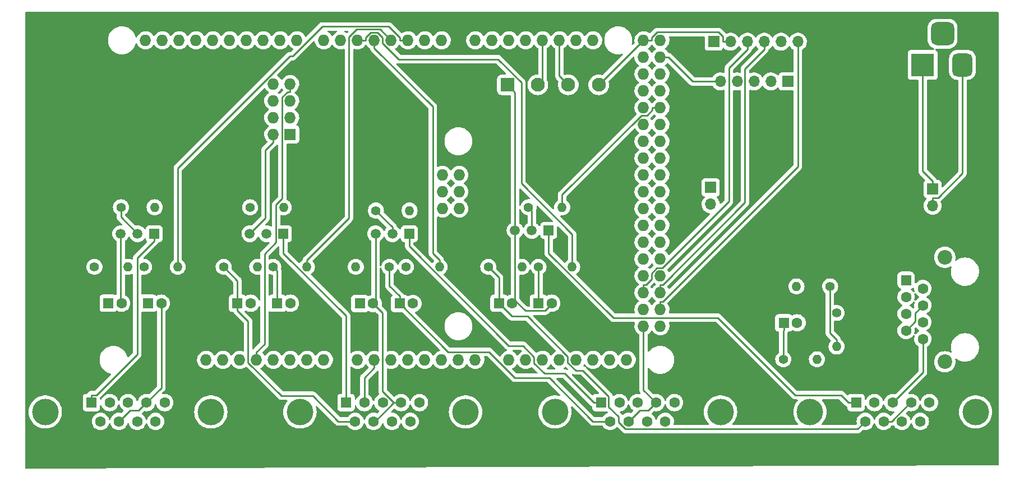
<source format=gbr>
%TF.GenerationSoftware,KiCad,Pcbnew,(6.0.4)*%
%TF.CreationDate,2022-06-07T23:10:36-03:00*%
%TF.ProjectId,TCC_Flow,5443435f-466c-46f7-972e-6b696361645f,rev?*%
%TF.SameCoordinates,Original*%
%TF.FileFunction,Copper,L2,Bot*%
%TF.FilePolarity,Positive*%
%FSLAX46Y46*%
G04 Gerber Fmt 4.6, Leading zero omitted, Abs format (unit mm)*
G04 Created by KiCad (PCBNEW (6.0.4)) date 2022-06-07 23:10:36*
%MOMM*%
%LPD*%
G01*
G04 APERTURE LIST*
G04 Aperture macros list*
%AMRoundRect*
0 Rectangle with rounded corners*
0 $1 Rounding radius*
0 $2 $3 $4 $5 $6 $7 $8 $9 X,Y pos of 4 corners*
0 Add a 4 corners polygon primitive as box body*
4,1,4,$2,$3,$4,$5,$6,$7,$8,$9,$2,$3,0*
0 Add four circle primitives for the rounded corners*
1,1,$1+$1,$2,$3*
1,1,$1+$1,$4,$5*
1,1,$1+$1,$6,$7*
1,1,$1+$1,$8,$9*
0 Add four rect primitives between the rounded corners*
20,1,$1+$1,$2,$3,$4,$5,0*
20,1,$1+$1,$4,$5,$6,$7,0*
20,1,$1+$1,$6,$7,$8,$9,0*
20,1,$1+$1,$8,$9,$2,$3,0*%
G04 Aperture macros list end*
%TA.AperFunction,ComponentPad*%
%ADD10C,1.400000*%
%TD*%
%TA.AperFunction,ComponentPad*%
%ADD11O,1.400000X1.400000*%
%TD*%
%TA.AperFunction,ComponentPad*%
%ADD12R,1.700000X1.700000*%
%TD*%
%TA.AperFunction,ComponentPad*%
%ADD13O,1.700000X1.700000*%
%TD*%
%TA.AperFunction,ComponentPad*%
%ADD14R,1.500000X1.500000*%
%TD*%
%TA.AperFunction,ComponentPad*%
%ADD15C,1.500000*%
%TD*%
%TA.AperFunction,ComponentPad*%
%ADD16R,1.600000X1.600000*%
%TD*%
%TA.AperFunction,ComponentPad*%
%ADD17C,1.600000*%
%TD*%
%TA.AperFunction,ComponentPad*%
%ADD18O,1.727200X1.727200*%
%TD*%
%TA.AperFunction,ComponentPad*%
%ADD19C,4.000000*%
%TD*%
%TA.AperFunction,ComponentPad*%
%ADD20RoundRect,0.248000X0.552000X-0.552000X0.552000X0.552000X-0.552000X0.552000X-0.552000X-0.552000X0*%
%TD*%
%TA.AperFunction,ComponentPad*%
%ADD21C,2.200000*%
%TD*%
%TA.AperFunction,ComponentPad*%
%ADD22RoundRect,0.250001X-0.799999X-0.799999X0.799999X-0.799999X0.799999X0.799999X-0.799999X0.799999X0*%
%TD*%
%TA.AperFunction,ComponentPad*%
%ADD23C,2.100000*%
%TD*%
%TA.AperFunction,ComponentPad*%
%ADD24R,3.500000X3.500000*%
%TD*%
%TA.AperFunction,ComponentPad*%
%ADD25RoundRect,0.750000X0.750000X1.000000X-0.750000X1.000000X-0.750000X-1.000000X0.750000X-1.000000X0*%
%TD*%
%TA.AperFunction,ComponentPad*%
%ADD26RoundRect,0.875000X0.875000X0.875000X-0.875000X0.875000X-0.875000X-0.875000X0.875000X-0.875000X0*%
%TD*%
%TA.AperFunction,ComponentPad*%
%ADD27R,1.727200X1.727200*%
%TD*%
%TA.AperFunction,Conductor*%
%ADD28C,0.250000*%
%TD*%
G04 APERTURE END LIST*
D10*
%TO.P,R13,1*%
%TO.N,Net-(Q3-Pad2)*%
X67960000Y-56500000D03*
D11*
%TO.P,R13,2*%
%TO.N,Net-(R13-Pad2)*%
X73040000Y-56500000D03*
%TD*%
D10*
%TO.P,R8,1*%
%TO.N,Net-(C8-Pad1)*%
X103920000Y-65500000D03*
D11*
%TO.P,R8,2*%
%TO.N,Net-(C7-Pad1)*%
X109000000Y-65500000D03*
%TD*%
D10*
%TO.P,R1,1*%
%TO.N,Net-(C1-Pad1)*%
X51960000Y-65500000D03*
D11*
%TO.P,R1,2*%
%TO.N,Net-(R1-Pad2)*%
X57040000Y-65500000D03*
%TD*%
D10*
%TO.P,R4,1*%
%TO.N,Net-(C4-Pad1)*%
X63960000Y-65500000D03*
D11*
%TO.P,R4,2*%
%TO.N,Net-(C3-Pad1)*%
X69040000Y-65500000D03*
%TD*%
D12*
%TO.P,PwSpp15V2,1,Pin_1*%
%TO.N,Net-(MFC1-Pad3)*%
X171000000Y-53725000D03*
D13*
%TO.P,PwSpp15V2,2,Pin_2*%
%TO.N,Net-(C1-Pad2)*%
X171000000Y-56265000D03*
%TD*%
D14*
%TO.P,Q2,1,C*%
%TO.N,Net-(MFC3-Pad1)*%
X92000000Y-60500000D03*
D15*
%TO.P,Q2,2,B*%
%TO.N,Net-(Q2-Pad2)*%
X89460000Y-60500000D03*
%TO.P,Q2,3,E*%
%TO.N,Net-(C1-Pad2)*%
X86920000Y-60500000D03*
%TD*%
D10*
%TO.P,R10,1*%
%TO.N,Net-(Pirani1-Pad6)*%
X156500000Y-72460000D03*
D11*
%TO.P,R10,2*%
%TO.N,Net-(R10-Pad2)*%
X156500000Y-77540000D03*
%TD*%
D10*
%TO.P,R11,1*%
%TO.N,Net-(C9-Pad1)*%
X148460000Y-79460000D03*
D11*
%TO.P,R11,2*%
%TO.N,Net-(R10-Pad2)*%
X153540000Y-79460000D03*
%TD*%
D10*
%TO.P,R12,1*%
%TO.N,Net-(Q1-Pad2)*%
X48460000Y-56500000D03*
D11*
%TO.P,R12,2*%
%TO.N,Net-(R12-Pad2)*%
X53540000Y-56500000D03*
%TD*%
D10*
%TO.P,R6,1*%
%TO.N,Net-(C6-Pad1)*%
X89000000Y-65500000D03*
D11*
%TO.P,R6,2*%
%TO.N,Net-(C5-Pad1)*%
X83920000Y-65500000D03*
%TD*%
D16*
%TO.P,C9,1*%
%TO.N,Net-(C9-Pad1)*%
X148544900Y-73960000D03*
D17*
%TO.P,C9,2*%
%TO.N,Net-(C1-Pad2)*%
X150544900Y-73960000D03*
%TD*%
D12*
%TO.P,Clock1,1,Pin_1*%
%TO.N,Net-(Clock1-Pad1)*%
X149120000Y-37500000D03*
D13*
%TO.P,Clock1,2,Pin_2*%
%TO.N,Net-(C1-Pad2)*%
X146580000Y-37500000D03*
%TO.P,Clock1,3,Pin_3*%
%TO.N,Net-(Clock1-Pad3)*%
X144040000Y-37500000D03*
%TO.P,Clock1,4,Pin_4*%
%TO.N,Net-(Clock1-Pad4)*%
X141500000Y-37500000D03*
%TO.P,Clock1,5,Pin_5*%
%TO.N,Net-(Clock1-Pad5)*%
X138960000Y-37500000D03*
%TD*%
D16*
%TO.P,C2,1*%
%TO.N,Net-(C2-Pad1)*%
X46544900Y-71000000D03*
D17*
%TO.P,C2,2*%
%TO.N,Net-(C1-Pad2)*%
X48544900Y-71000000D03*
%TD*%
D18*
%TO.P,XA1,*%
%TO.N,*%
X61315000Y-79542500D03*
%TO.P,XA1,3V3,3.3V*%
%TO.N,Net-(U1-Pad7)*%
X68935000Y-79542500D03*
%TO.P,XA1,5V1,5V*%
%TO.N,unconnected-(XA1-Pad5V1)*%
X71475000Y-79542500D03*
%TO.P,XA1,5V2,SPI_5V*%
%TO.N,unconnected-(XA1-Pad5V2)*%
X99542000Y-51602500D03*
%TO.P,XA1,5V3,5V*%
%TO.N,Net-(Clock1-Pad1)*%
X127355000Y-31282500D03*
%TO.P,XA1,5V4,5V*%
%TO.N,unconnected-(XA1-Pad5V4)*%
X129895000Y-31282500D03*
%TO.P,XA1,A0,A0*%
%TO.N,Net-(MFC1-Pad2)*%
X84175000Y-79542500D03*
%TO.P,XA1,A1,A1*%
%TO.N,Net-(MFC2-Pad2)*%
X86715000Y-79542500D03*
%TO.P,XA1,A2,A2*%
%TO.N,Net-(MFC3-Pad2)*%
X89255000Y-79542500D03*
%TO.P,XA1,A3,A3*%
%TO.N,Net-(MFC4-Pad2)*%
X91795000Y-79542500D03*
%TO.P,XA1,A4,A4*%
%TO.N,unconnected-(XA1-PadA4)*%
X94335000Y-79542500D03*
%TO.P,XA1,A5,A5*%
%TO.N,Net-(C9-Pad1)*%
X96875000Y-79542500D03*
%TO.P,XA1,A6,A6*%
%TO.N,unconnected-(XA1-PadA6)*%
X99415000Y-79542500D03*
%TO.P,XA1,A7,A7*%
%TO.N,unconnected-(XA1-PadA7)*%
X101955000Y-79542500D03*
%TO.P,XA1,A8,A8*%
%TO.N,unconnected-(XA1-PadA8)*%
X107035000Y-79542500D03*
%TO.P,XA1,A9,A9*%
%TO.N,unconnected-(XA1-PadA9)*%
X109575000Y-79542500D03*
%TO.P,XA1,A10,A10*%
%TO.N,unconnected-(XA1-PadA10)*%
X112115000Y-79542500D03*
%TO.P,XA1,A11,A11*%
%TO.N,unconnected-(XA1-PadA11)*%
X114655000Y-79542500D03*
%TO.P,XA1,A12,A12*%
%TO.N,unconnected-(XA1-PadA12)*%
X117195000Y-79542500D03*
%TO.P,XA1,A13,A13*%
%TO.N,unconnected-(XA1-PadA13)*%
X119735000Y-79542500D03*
%TO.P,XA1,A14,A14*%
%TO.N,unconnected-(XA1-PadA14)*%
X122275000Y-79542500D03*
%TO.P,XA1,A15,A15*%
%TO.N,unconnected-(XA1-PadA15)*%
X124815000Y-79542500D03*
%TO.P,XA1,AREF,AREF*%
%TO.N,unconnected-(XA1-PadAREF)*%
X57251000Y-31282500D03*
%TO.P,XA1,D0,D0_RX0*%
%TO.N,unconnected-(XA1-PadD0)*%
X96875000Y-31282500D03*
%TO.P,XA1,D1,D1_TX0*%
%TO.N,unconnected-(XA1-PadD1)*%
X94335000Y-31282500D03*
%TO.P,XA1,D2,D2_INT0*%
%TO.N,Net-(R1-Pad2)*%
X91795000Y-31282500D03*
%TO.P,XA1,D3,D3_INT1*%
%TO.N,Net-(R3-Pad2)*%
X89255000Y-31282500D03*
%TO.P,XA1,D4,D4*%
%TO.N,Net-(R5-Pad2)*%
X86715000Y-31282500D03*
%TO.P,XA1,D5,D5*%
%TO.N,Net-(R7-Pad2)*%
X84175000Y-31282500D03*
%TO.P,XA1,D6,D6*%
%TO.N,unconnected-(XA1-PadD6)*%
X81635000Y-31282500D03*
%TO.P,XA1,D7,D7*%
%TO.N,unconnected-(XA1-PadD7)*%
X79095000Y-31282500D03*
%TO.P,XA1,D8,D8*%
%TO.N,Net-(Clock1-Pad3)*%
X75031000Y-31282500D03*
%TO.P,XA1,D9,D9*%
%TO.N,unconnected-(XA1-PadD9)*%
X72491000Y-31282500D03*
%TO.P,XA1,D10,D10*%
%TO.N,unconnected-(XA1-PadD10)*%
X69951000Y-31282500D03*
%TO.P,XA1,D11,D11*%
%TO.N,unconnected-(XA1-PadD11)*%
X67411000Y-31282500D03*
%TO.P,XA1,D12,D12*%
%TO.N,unconnected-(XA1-PadD12)*%
X64871000Y-31282500D03*
%TO.P,XA1,D13,D13*%
%TO.N,unconnected-(XA1-PadD13)*%
X62331000Y-31282500D03*
%TO.P,XA1,D14,D14_TX3*%
%TO.N,unconnected-(XA1-PadD14)*%
X101955000Y-31282500D03*
%TO.P,XA1,D15,D15_RX3*%
%TO.N,unconnected-(XA1-PadD15)*%
X104495000Y-31282500D03*
%TO.P,XA1,D16,D16_TX2*%
%TO.N,Net-(U1-Pad8)*%
X107035000Y-31282500D03*
%TO.P,XA1,D17,D17_RX2*%
%TO.N,Net-(U1-Pad1)*%
X109575000Y-31282500D03*
%TO.P,XA1,D18,D18_TX1*%
%TO.N,Net-(Tela1-Pad2)*%
X112115000Y-31282500D03*
%TO.P,XA1,D19,D19_RX1*%
%TO.N,Net-(Tela1-Pad3)*%
X114655000Y-31282500D03*
%TO.P,XA1,D20,D20_SDA*%
%TO.N,unconnected-(XA1-PadD20)*%
X117195000Y-31282500D03*
%TO.P,XA1,D21,D21_SCL*%
%TO.N,unconnected-(XA1-PadD21)*%
X119735000Y-31282500D03*
%TO.P,XA1,D22,D22*%
%TO.N,Net-(Clock1-Pad4)*%
X127355000Y-33822500D03*
%TO.P,XA1,D23,D23*%
%TO.N,Net-(Clock1-Pad5)*%
X129895000Y-33822500D03*
%TO.P,XA1,D24,D24*%
%TO.N,unconnected-(XA1-PadD24)*%
X127355000Y-36362500D03*
%TO.P,XA1,D25,D25*%
%TO.N,unconnected-(XA1-PadD25)*%
X129895000Y-36362500D03*
%TO.P,XA1,D26,D26*%
%TO.N,Net-(R12-Pad2)*%
X127355000Y-38902500D03*
%TO.P,XA1,D27,D27*%
%TO.N,Net-(R13-Pad2)*%
X129895000Y-38902500D03*
%TO.P,XA1,D28,D28*%
%TO.N,Net-(R14-Pad2)*%
X127355000Y-41442500D03*
%TO.P,XA1,D29,D29*%
%TO.N,Net-(R15-Pad2)*%
X129895000Y-41442500D03*
%TO.P,XA1,D30,D30*%
%TO.N,unconnected-(XA1-PadD30)*%
X127355000Y-43982500D03*
%TO.P,XA1,D31,D31*%
%TO.N,unconnected-(XA1-PadD31)*%
X129895000Y-43982500D03*
%TO.P,XA1,D32,D32*%
%TO.N,unconnected-(XA1-PadD32)*%
X127355000Y-46522500D03*
%TO.P,XA1,D33,D33*%
%TO.N,unconnected-(XA1-PadD33)*%
X129895000Y-46522500D03*
%TO.P,XA1,D34,D34*%
%TO.N,unconnected-(XA1-PadD34)*%
X127355000Y-49062500D03*
%TO.P,XA1,D35,D35*%
%TO.N,unconnected-(XA1-PadD35)*%
X129895000Y-49062500D03*
%TO.P,XA1,D36,D36*%
%TO.N,unconnected-(XA1-PadD36)*%
X127355000Y-51602500D03*
%TO.P,XA1,D37,D37*%
%TO.N,unconnected-(XA1-PadD37)*%
X129895000Y-51602500D03*
%TO.P,XA1,D38,D38*%
%TO.N,unconnected-(XA1-PadD38)*%
X127355000Y-54142500D03*
%TO.P,XA1,D39,D39*%
%TO.N,unconnected-(XA1-PadD39)*%
X129895000Y-54142500D03*
%TO.P,XA1,D40,D40*%
%TO.N,unconnected-(XA1-PadD40)*%
X127355000Y-56682500D03*
%TO.P,XA1,D41,D41*%
%TO.N,unconnected-(XA1-PadD41)*%
X129895000Y-56682500D03*
%TO.P,XA1,D42,D42*%
%TO.N,unconnected-(XA1-PadD42)*%
X127355000Y-59222500D03*
%TO.P,XA1,D43,D43*%
%TO.N,unconnected-(XA1-PadD43)*%
X129895000Y-59222500D03*
%TO.P,XA1,D44,D44*%
%TO.N,unconnected-(XA1-PadD44)*%
X127355000Y-61762500D03*
%TO.P,XA1,D45,D45*%
%TO.N,unconnected-(XA1-PadD45)*%
X129895000Y-61762500D03*
%TO.P,XA1,D46,D46*%
%TO.N,unconnected-(XA1-PadD46)*%
X127355000Y-64302500D03*
%TO.P,XA1,D47,D47*%
%TO.N,unconnected-(XA1-PadD47)*%
X129895000Y-64302500D03*
%TO.P,XA1,D48,D48*%
%TO.N,unconnected-(XA1-PadD48)*%
X127355000Y-66842500D03*
%TO.P,XA1,D49,D49*%
%TO.N,unconnected-(XA1-PadD49)*%
X129895000Y-66842500D03*
%TO.P,XA1,D50,D50*%
%TO.N,Net-(MicroSd1-Pad3)*%
X127355000Y-69382500D03*
%TO.P,XA1,D51,D51*%
%TO.N,Net-(MicroSd1-Pad4)*%
X129895000Y-69382500D03*
%TO.P,XA1,D52,D52*%
%TO.N,Net-(MicroSd1-Pad5)*%
X127355000Y-71922500D03*
%TO.P,XA1,D53,D53_SS*%
%TO.N,Net-(MicroSd1-Pad6)*%
X129895000Y-71922500D03*
%TO.P,XA1,GND1,GND*%
%TO.N,unconnected-(XA1-PadGND1)*%
X59791000Y-31282500D03*
%TO.P,XA1,GND2,GND*%
%TO.N,unconnected-(XA1-PadGND2)*%
X74015000Y-79542500D03*
%TO.P,XA1,GND3,GND*%
%TO.N,unconnected-(XA1-PadGND3)*%
X76555000Y-79542500D03*
%TO.P,XA1,GND4,SPI_GND*%
%TO.N,unconnected-(XA1-PadGND4)*%
X99542000Y-56682500D03*
%TO.P,XA1,GND5,GND*%
%TO.N,Net-(C1-Pad2)*%
X127355000Y-74462500D03*
%TO.P,XA1,GND6,GND*%
%TO.N,unconnected-(XA1-PadGND6)*%
X129895000Y-74462500D03*
%TO.P,XA1,IORF,IOREF*%
%TO.N,unconnected-(XA1-PadIORF)*%
X63855000Y-79542500D03*
%TO.P,XA1,MISO,SPI_MISO*%
%TO.N,unconnected-(XA1-PadMISO)*%
X97002000Y-51602500D03*
%TO.P,XA1,MOSI,SPI_MOSI*%
%TO.N,unconnected-(XA1-PadMOSI)*%
X99542000Y-54142500D03*
%TO.P,XA1,RST1,RESET*%
%TO.N,unconnected-(XA1-PadRST1)*%
X66395000Y-79542500D03*
%TO.P,XA1,RST2,SPI_RESET*%
%TO.N,unconnected-(XA1-PadRST2)*%
X97002000Y-56682500D03*
%TO.P,XA1,SCK,SPI_SCK*%
%TO.N,unconnected-(XA1-PadSCK)*%
X97002000Y-54142500D03*
%TO.P,XA1,SCL,SCL*%
%TO.N,unconnected-(XA1-PadSCL)*%
X52171000Y-31282500D03*
%TO.P,XA1,SDA,SDA*%
%TO.N,unconnected-(XA1-PadSDA)*%
X54711000Y-31282500D03*
%TO.P,XA1,VIN,VIN*%
%TO.N,Net-(PwSpp5V1-Pad1)*%
X79095000Y-79542500D03*
%TD*%
D19*
%TO.P,MFC2,0*%
%TO.N,N/C*%
X100490000Y-87420000D03*
X75490000Y-87420000D03*
D16*
%TO.P,MFC2,1,Pin_1*%
%TO.N,Net-(MFC2-Pad1)*%
X82450000Y-86000000D03*
D17*
%TO.P,MFC2,2,Pin_2*%
%TO.N,Net-(MFC2-Pad2)*%
X85220000Y-86000000D03*
%TO.P,MFC2,3,Pin_3*%
%TO.N,Net-(MFC1-Pad3)*%
X87990000Y-86000000D03*
%TO.P,MFC2,4,Pin_4*%
%TO.N,Net-(C1-Pad2)*%
X90760000Y-86000000D03*
%TO.P,MFC2,5,Pin_5*%
%TO.N,unconnected-(MFC2-Pad5)*%
X93530000Y-86000000D03*
%TO.P,MFC2,6,Pin_6*%
%TO.N,Net-(C4-Pad1)*%
X83835000Y-88840000D03*
%TO.P,MFC2,7,Pin_7*%
%TO.N,Net-(C1-Pad2)*%
X86605000Y-88840000D03*
%TO.P,MFC2,8,Pin_8*%
%TO.N,unconnected-(MFC2-Pad8)*%
X89375000Y-88840000D03*
%TO.P,MFC2,9,Pin_9*%
%TO.N,unconnected-(MFC2-Pad9)*%
X92145000Y-88840000D03*
%TD*%
D10*
%TO.P,R15,1*%
%TO.N,Net-(Q4-Pad2)*%
X110000000Y-56500000D03*
D11*
%TO.P,R15,2*%
%TO.N,Net-(R15-Pad2)*%
X115080000Y-56500000D03*
%TD*%
D19*
%TO.P,MFC3,0*%
%TO.N,N/C*%
X113990000Y-87420000D03*
X138990000Y-87420000D03*
D16*
%TO.P,MFC3,1,Pin_1*%
%TO.N,Net-(MFC3-Pad1)*%
X120950000Y-86000000D03*
D17*
%TO.P,MFC3,2,Pin_2*%
%TO.N,Net-(MFC3-Pad2)*%
X123720000Y-86000000D03*
%TO.P,MFC3,3,Pin_3*%
%TO.N,Net-(MFC1-Pad3)*%
X126490000Y-86000000D03*
%TO.P,MFC3,4,Pin_4*%
%TO.N,Net-(C1-Pad2)*%
X129260000Y-86000000D03*
%TO.P,MFC3,5,Pin_5*%
%TO.N,unconnected-(MFC3-Pad5)*%
X132030000Y-86000000D03*
%TO.P,MFC3,6,Pin_6*%
%TO.N,Net-(C6-Pad1)*%
X122335000Y-88840000D03*
%TO.P,MFC3,7,Pin_7*%
%TO.N,Net-(C1-Pad2)*%
X125105000Y-88840000D03*
%TO.P,MFC3,8,Pin_8*%
%TO.N,unconnected-(MFC3-Pad8)*%
X127875000Y-88840000D03*
%TO.P,MFC3,9,Pin_9*%
%TO.N,unconnected-(MFC3-Pad9)*%
X130645000Y-88840000D03*
%TD*%
D20*
%TO.P,Pirani1,1,Pin_1*%
%TO.N,unconnected-(Pirani1-Pad1)*%
X167000000Y-67500000D03*
D17*
%TO.P,Pirani1,2,Pin_2*%
%TO.N,unconnected-(Pirani1-Pad2)*%
X169540000Y-68770000D03*
%TO.P,Pirani1,3,Pin_3*%
%TO.N,unconnected-(Pirani1-Pad3)*%
X167000000Y-70040000D03*
%TO.P,Pirani1,4,Pin_4*%
%TO.N,Net-(C1-Pad2)*%
X169540000Y-71310000D03*
%TO.P,Pirani1,5,Pin_5*%
%TO.N,unconnected-(Pirani1-Pad5)*%
X167000000Y-72580000D03*
%TO.P,Pirani1,6,Pin_6*%
%TO.N,Net-(Pirani1-Pad6)*%
X169540000Y-73850000D03*
%TO.P,Pirani1,7,Pin_7*%
%TO.N,Net-(C1-Pad2)*%
X167000000Y-75120000D03*
%TO.P,Pirani1,8,Pin_8*%
%TO.N,Net-(MFC1-Pad3)*%
X169540000Y-76390000D03*
D21*
%TO.P,Pirani1,SH*%
%TO.N,N/C*%
X172840000Y-79845000D03*
X172840000Y-64045000D03*
%TD*%
D22*
%TO.P,Tela1,1,Pin_1*%
%TO.N,Net-(C1-Pad2)*%
X106800000Y-38000000D03*
D23*
%TO.P,Tela1,2,Pin_2*%
%TO.N,Net-(Tela1-Pad2)*%
X111400000Y-38000000D03*
%TO.P,Tela1,3,Pin_3*%
%TO.N,Net-(Tela1-Pad3)*%
X116000000Y-38000000D03*
%TO.P,Tela1,4,Pin_4*%
%TO.N,Net-(Clock1-Pad1)*%
X120600000Y-38000000D03*
%TD*%
D10*
%TO.P,R5,1*%
%TO.N,Net-(C5-Pad1)*%
X91500000Y-65500000D03*
D11*
%TO.P,R5,2*%
%TO.N,Net-(R5-Pad2)*%
X96580000Y-65500000D03*
%TD*%
D10*
%TO.P,R9,1*%
%TO.N,Net-(R10-Pad2)*%
X155540000Y-68460000D03*
D11*
%TO.P,R9,2*%
%TO.N,Net-(C1-Pad2)*%
X150460000Y-68460000D03*
%TD*%
D16*
%TO.P,C3,1*%
%TO.N,Net-(C3-Pad1)*%
X72044900Y-71000000D03*
D17*
%TO.P,C3,2*%
%TO.N,Net-(C1-Pad2)*%
X74044900Y-71000000D03*
%TD*%
D14*
%TO.P,Q3,1,C*%
%TO.N,Net-(MFC2-Pad1)*%
X73000000Y-60500000D03*
D15*
%TO.P,Q3,2,B*%
%TO.N,Net-(Q3-Pad2)*%
X70460000Y-60500000D03*
%TO.P,Q3,3,E*%
%TO.N,Net-(C1-Pad2)*%
X67920000Y-60500000D03*
%TD*%
D19*
%TO.P,MFC1,0*%
%TO.N,N/C*%
X62040000Y-87420000D03*
X37040000Y-87420000D03*
D16*
%TO.P,MFC1,1,Pin_1*%
%TO.N,Net-(MFC1-Pad1)*%
X44000000Y-86000000D03*
D17*
%TO.P,MFC1,2,Pin_2*%
%TO.N,Net-(MFC1-Pad2)*%
X46770000Y-86000000D03*
%TO.P,MFC1,3,Pin_3*%
%TO.N,Net-(MFC1-Pad3)*%
X49540000Y-86000000D03*
%TO.P,MFC1,4,Pin_4*%
%TO.N,Net-(C1-Pad2)*%
X52310000Y-86000000D03*
%TO.P,MFC1,5,Pin_5*%
%TO.N,unconnected-(MFC1-Pad5)*%
X55080000Y-86000000D03*
%TO.P,MFC1,6,Pin_6*%
%TO.N,Net-(C2-Pad1)*%
X45385000Y-88840000D03*
%TO.P,MFC1,7,Pin_7*%
%TO.N,Net-(C1-Pad2)*%
X48155000Y-88840000D03*
%TO.P,MFC1,8,Pin_8*%
%TO.N,unconnected-(MFC1-Pad8)*%
X50925000Y-88840000D03*
%TO.P,MFC1,9,Pin_9*%
%TO.N,unconnected-(MFC1-Pad9)*%
X53695000Y-88840000D03*
%TD*%
D14*
%TO.P,Q1,1,C*%
%TO.N,Net-(MFC1-Pad1)*%
X53500000Y-60500000D03*
D15*
%TO.P,Q1,2,B*%
%TO.N,Net-(Q1-Pad2)*%
X50960000Y-60500000D03*
%TO.P,Q1,3,E*%
%TO.N,Net-(C1-Pad2)*%
X48420000Y-60500000D03*
%TD*%
D14*
%TO.P,Q4,1,C*%
%TO.N,Net-(MFC4-Pad1)*%
X113040000Y-60000000D03*
D15*
%TO.P,Q4,2,B*%
%TO.N,Net-(Q4-Pad2)*%
X110500000Y-60000000D03*
%TO.P,Q4,3,E*%
%TO.N,Net-(C1-Pad2)*%
X107960000Y-60000000D03*
%TD*%
D10*
%TO.P,R3,1*%
%TO.N,Net-(C3-Pad1)*%
X71460000Y-65500000D03*
D11*
%TO.P,R3,2*%
%TO.N,Net-(R3-Pad2)*%
X76540000Y-65500000D03*
%TD*%
D10*
%TO.P,R14,1*%
%TO.N,Net-(Q2-Pad2)*%
X86960000Y-57000000D03*
D11*
%TO.P,R14,2*%
%TO.N,Net-(R14-Pad2)*%
X92040000Y-57000000D03*
%TD*%
D10*
%TO.P,R7,1*%
%TO.N,Net-(C7-Pad1)*%
X111500000Y-65500000D03*
D11*
%TO.P,R7,2*%
%TO.N,Net-(R7-Pad2)*%
X116580000Y-65500000D03*
%TD*%
D10*
%TO.P,R2,1*%
%TO.N,Net-(C2-Pad1)*%
X44460000Y-65500000D03*
D11*
%TO.P,R2,2*%
%TO.N,Net-(C1-Pad1)*%
X49540000Y-65500000D03*
%TD*%
D19*
%TO.P,MFC4,0*%
%TO.N,N/C*%
X152490000Y-87420000D03*
X177490000Y-87420000D03*
D16*
%TO.P,MFC4,1,Pin_1*%
%TO.N,Net-(MFC4-Pad1)*%
X159450000Y-86000000D03*
D17*
%TO.P,MFC4,2,Pin_2*%
%TO.N,Net-(MFC4-Pad2)*%
X162220000Y-86000000D03*
%TO.P,MFC4,3,Pin_3*%
%TO.N,Net-(MFC1-Pad3)*%
X164990000Y-86000000D03*
%TO.P,MFC4,4,Pin_4*%
%TO.N,Net-(C1-Pad2)*%
X167760000Y-86000000D03*
%TO.P,MFC4,5,Pin_5*%
%TO.N,unconnected-(MFC4-Pad5)*%
X170530000Y-86000000D03*
%TO.P,MFC4,6,Pin_6*%
%TO.N,Net-(C8-Pad1)*%
X160835000Y-88840000D03*
%TO.P,MFC4,7,Pin_7*%
%TO.N,Net-(C1-Pad2)*%
X163605000Y-88840000D03*
%TO.P,MFC4,8,Pin_8*%
%TO.N,unconnected-(MFC4-Pad8)*%
X166375000Y-88840000D03*
%TO.P,MFC4,9,Pin_9*%
%TO.N,unconnected-(MFC4-Pad9)*%
X169145000Y-88840000D03*
%TD*%
D16*
%TO.P,C8,1*%
%TO.N,Net-(C8-Pad1)*%
X105544900Y-71000000D03*
D17*
%TO.P,C8,2*%
%TO.N,Net-(C1-Pad2)*%
X107544900Y-71000000D03*
%TD*%
D24*
%TO.P,PwSpp15V1,1,Pin_1*%
%TO.N,Net-(MFC1-Pad3)*%
X169500000Y-35000000D03*
D25*
%TO.P,PwSpp15V1,2,Pin_2*%
%TO.N,Net-(C1-Pad2)*%
X175500000Y-35000000D03*
D26*
%TO.P,PwSpp15V1,3*%
%TO.N,N/C*%
X172500000Y-30300000D03*
%TD*%
D12*
%TO.P,MicroSd1,1,Pin_1*%
%TO.N,Net-(C1-Pad2)*%
X137960000Y-31500000D03*
D13*
%TO.P,MicroSd1,2,Pin_2*%
%TO.N,Net-(Clock1-Pad1)*%
X140500000Y-31500000D03*
%TO.P,MicroSd1,3,Pin_3*%
%TO.N,Net-(MicroSd1-Pad3)*%
X143040000Y-31500000D03*
%TO.P,MicroSd1,4,Pin_4*%
%TO.N,Net-(MicroSd1-Pad4)*%
X145580000Y-31500000D03*
%TO.P,MicroSd1,5,Pin_5*%
%TO.N,Net-(MicroSd1-Pad5)*%
X148120000Y-31500000D03*
%TO.P,MicroSd1,6,Pin_6*%
%TO.N,Net-(MicroSd1-Pad6)*%
X150660000Y-31500000D03*
%TD*%
D16*
%TO.P,C7,1*%
%TO.N,Net-(C7-Pad1)*%
X111500000Y-71000000D03*
D17*
%TO.P,C7,2*%
%TO.N,Net-(C1-Pad2)*%
X113500000Y-71000000D03*
%TD*%
D27*
%TO.P,U1,1,UTXD*%
%TO.N,Net-(U1-Pad1)*%
X74000000Y-45500000D03*
D18*
%TO.P,U1,2,GND*%
%TO.N,Net-(C1-Pad2)*%
X71460000Y-45500000D03*
%TO.P,U1,3,CH_PD*%
%TO.N,unconnected-(U1-Pad3)*%
X74000000Y-42960000D03*
%TO.P,U1,4,GPIO2*%
%TO.N,unconnected-(U1-Pad4)*%
X71460000Y-42960000D03*
%TO.P,U1,5,RST*%
%TO.N,unconnected-(U1-Pad5)*%
X74000000Y-40420000D03*
%TO.P,U1,6,GPIO0*%
%TO.N,unconnected-(U1-Pad6)*%
X71460000Y-40420000D03*
%TO.P,U1,7,VCC*%
%TO.N,Net-(U1-Pad7)*%
X74000000Y-37880000D03*
%TO.P,U1,8,URXD*%
%TO.N,Net-(U1-Pad8)*%
X71460000Y-37880000D03*
%TD*%
D16*
%TO.P,C6,1*%
%TO.N,Net-(C6-Pad1)*%
X90544900Y-71040000D03*
D17*
%TO.P,C6,2*%
%TO.N,Net-(C1-Pad2)*%
X92544900Y-71040000D03*
%TD*%
D16*
%TO.P,C1,1*%
%TO.N,Net-(C1-Pad1)*%
X52544900Y-71000000D03*
D17*
%TO.P,C1,2*%
%TO.N,Net-(C1-Pad2)*%
X54544900Y-71000000D03*
%TD*%
D16*
%TO.P,C4,1*%
%TO.N,Net-(C4-Pad1)*%
X66044900Y-71000000D03*
D17*
%TO.P,C4,2*%
%TO.N,Net-(C1-Pad2)*%
X68044900Y-71000000D03*
%TD*%
D16*
%TO.P,C5,1*%
%TO.N,Net-(C5-Pad1)*%
X84544900Y-71040000D03*
D17*
%TO.P,C5,2*%
%TO.N,Net-(C1-Pad2)*%
X86544900Y-71040000D03*
%TD*%
D12*
%TO.P,PwSpp5V1,1,Pin_1*%
%TO.N,Net-(PwSpp5V1-Pad1)*%
X137500000Y-53500000D03*
D13*
%TO.P,PwSpp5V1,2,Pin_2*%
%TO.N,Net-(C1-Pad2)*%
X137500000Y-56040000D03*
%TD*%
D28*
%TO.N,Net-(C1-Pad2)*%
X171808000Y-55089700D02*
X175500000Y-51397700D01*
X171000000Y-55089700D02*
X171808000Y-55089700D01*
X175500000Y-51397700D02*
X175500000Y-35000000D01*
X171000000Y-56265000D02*
X171000000Y-55089700D01*
%TO.N,Net-(MFC1-Pad3)*%
X169500000Y-51049700D02*
X169500000Y-35000000D01*
X171000000Y-52549700D02*
X169500000Y-51049700D01*
X171000000Y-53725000D02*
X171000000Y-52549700D01*
%TO.N,Net-(R1-Pad2)*%
X88879200Y-29184100D02*
X90606100Y-30911000D01*
X91795000Y-31282500D02*
X90606100Y-31282500D01*
X90606100Y-30911000D02*
X90606100Y-31282500D01*
X78901400Y-29184100D02*
X88879200Y-29184100D01*
X74388800Y-33696700D02*
X78901400Y-29184100D01*
X73949600Y-33696700D02*
X74388800Y-33696700D01*
X57040000Y-65500000D02*
X57040000Y-50606300D01*
X57040000Y-50606300D02*
X73949600Y-33696700D01*
%TO.N,Net-(C1-Pad2)*%
X167760000Y-86000000D02*
X167623500Y-86000000D01*
X70271100Y-58148900D02*
X67920000Y-60500000D01*
X107960000Y-70584900D02*
X107960000Y-60000000D01*
X86544900Y-71040000D02*
X87985000Y-72480100D01*
X167623500Y-86000000D02*
X164783500Y-88840000D01*
X52310000Y-86000000D02*
X54544900Y-83765100D01*
X107960000Y-70584900D02*
X107544900Y-71000000D01*
X113500000Y-71125400D02*
X113500000Y-71000000D01*
X71460000Y-46688900D02*
X70271100Y-47877800D01*
X169540000Y-71310000D02*
X168414600Y-72435400D01*
X125105000Y-88840000D02*
X126774500Y-87170500D01*
X70271100Y-47877800D02*
X70271100Y-58148900D01*
X86920000Y-60500000D02*
X86920000Y-70664900D01*
X90750900Y-86009100D02*
X90760000Y-86000000D01*
X107960000Y-70584900D02*
X109500500Y-72125400D01*
X48155000Y-88840000D02*
X49824500Y-87170500D01*
X54544900Y-83765100D02*
X54544900Y-71000000D01*
X48420000Y-70875100D02*
X48420000Y-60500000D01*
X109500500Y-72125400D02*
X112500000Y-72125400D01*
X48544900Y-71000000D02*
X48420000Y-70875100D01*
X107960000Y-60000000D02*
X107960000Y-39160000D01*
X127355000Y-84095000D02*
X127355000Y-74462500D01*
X89678300Y-86009100D02*
X90750900Y-86009100D01*
X87985000Y-72480100D02*
X87985000Y-84315800D01*
X126774500Y-87170500D02*
X128089500Y-87170500D01*
X86920000Y-70664900D02*
X86544900Y-71040000D01*
X168414600Y-73705400D02*
X167000000Y-75120000D01*
X128089500Y-87170500D02*
X129260000Y-86000000D01*
X107960000Y-39160000D02*
X106800000Y-38000000D01*
X87985000Y-84315800D02*
X89678300Y-86009100D01*
X129260000Y-86000000D02*
X127355000Y-84095000D01*
X112500000Y-72125400D02*
X113500000Y-71125400D01*
X89678300Y-86009100D02*
X86847400Y-88840000D01*
X86847400Y-88840000D02*
X86605000Y-88840000D01*
X168414600Y-72435400D02*
X168414600Y-73705400D01*
X71460000Y-45500000D02*
X71460000Y-46688900D01*
X49824500Y-87170500D02*
X51139500Y-87170500D01*
X164783500Y-88840000D02*
X163605000Y-88840000D01*
X51139500Y-87170500D02*
X52310000Y-86000000D01*
%TO.N,Net-(R3-Pad2)*%
X82905000Y-30797900D02*
X82905000Y-58109700D01*
X82905000Y-58109700D02*
X76540000Y-64474700D01*
X89255000Y-31282500D02*
X87611100Y-29638600D01*
X87611100Y-29638600D02*
X84064300Y-29638600D01*
X84064300Y-29638600D02*
X82905000Y-30797900D01*
X76540000Y-65500000D02*
X76540000Y-64474700D01*
%TO.N,Net-(R5-Pad2)*%
X95554700Y-41311100D02*
X86715000Y-32471400D01*
X95554700Y-63449400D02*
X95554700Y-41311100D01*
X96580000Y-65500000D02*
X96580000Y-64474700D01*
X96580000Y-64474700D02*
X95554700Y-63449400D01*
X86715000Y-31282500D02*
X86715000Y-32471400D01*
%TO.N,Net-(U1-Pad7)*%
X71889300Y-56136200D02*
X71889300Y-61804600D01*
X73628400Y-39068900D02*
X72811100Y-39886200D01*
X70123900Y-63570000D02*
X70123900Y-77164700D01*
X72811100Y-55214400D02*
X71889300Y-56136200D01*
X70123900Y-77164700D02*
X68935000Y-78353600D01*
X74000000Y-37880000D02*
X74000000Y-39068900D01*
X68935000Y-79542500D02*
X68935000Y-78353600D01*
X71889300Y-61804600D02*
X70123900Y-63570000D01*
X74000000Y-39068900D02*
X73628400Y-39068900D01*
X72811100Y-39886200D02*
X72811100Y-55214400D01*
%TO.N,Net-(Clock1-Pad1)*%
X120600000Y-38000000D02*
X120637500Y-38000000D01*
X139324700Y-30692000D02*
X139324700Y-31500000D01*
X128543900Y-30911000D02*
X129400200Y-30054700D01*
X129400200Y-30054700D02*
X138687400Y-30054700D01*
X138687400Y-30054700D02*
X139324700Y-30692000D01*
X120637500Y-38000000D02*
X127355000Y-31282500D01*
X127355000Y-31282500D02*
X128543900Y-31282500D01*
X140500000Y-31500000D02*
X139324700Y-31500000D01*
X128543900Y-31282500D02*
X128543900Y-30911000D01*
%TO.N,Net-(MicroSd1-Pad3)*%
X127355000Y-69382500D02*
X127355000Y-68193600D01*
X143040000Y-31500000D02*
X143040000Y-32675300D01*
X140263100Y-35452200D02*
X140263100Y-55621200D01*
X128543900Y-66490300D02*
X128543900Y-67376300D01*
X129380700Y-65653500D02*
X128543900Y-66490300D01*
X130230800Y-65653500D02*
X129380700Y-65653500D01*
X143040000Y-32675300D02*
X140263100Y-35452200D01*
X127726600Y-68193600D02*
X127355000Y-68193600D01*
X128543900Y-67376300D02*
X127726600Y-68193600D01*
X140263100Y-55621200D02*
X130230800Y-65653500D01*
%TO.N,Net-(MicroSd1-Pad4)*%
X145580000Y-31500000D02*
X145580000Y-32675300D01*
X145580000Y-32675300D02*
X142678000Y-35577300D01*
X142678000Y-55782100D02*
X130266500Y-68193600D01*
X129895000Y-69382500D02*
X129895000Y-68193600D01*
X130266500Y-68193600D02*
X129895000Y-68193600D01*
X142678000Y-35577300D02*
X142678000Y-55782100D01*
%TO.N,Net-(MicroSd1-Pad6)*%
X130266500Y-70733600D02*
X129895000Y-70733600D01*
X150660000Y-50340100D02*
X130266500Y-70733600D01*
X129895000Y-71922500D02*
X129895000Y-70733600D01*
X150660000Y-31500000D02*
X150660000Y-50340100D01*
%TO.N,Net-(Clock1-Pad5)*%
X138960000Y-37500000D02*
X134761400Y-37500000D01*
X134761400Y-37500000D02*
X131083900Y-33822500D01*
X129895000Y-33822500D02*
X131083900Y-33822500D01*
%TO.N,Net-(Tela1-Pad2)*%
X112115000Y-37285000D02*
X112115000Y-31282500D01*
X111400000Y-38000000D02*
X112115000Y-37285000D01*
%TO.N,Net-(Tela1-Pad3)*%
X116000000Y-38000000D02*
X114655000Y-36655000D01*
X114655000Y-36655000D02*
X114655000Y-31282500D01*
%TO.N,Net-(MFC1-Pad3)*%
X169540000Y-81450000D02*
X164990000Y-86000000D01*
X169540000Y-76390000D02*
X169540000Y-81450000D01*
%TO.N,Net-(C3-Pad1)*%
X71460000Y-65500000D02*
X72044900Y-66084900D01*
X72044900Y-66084900D02*
X72044900Y-71000000D01*
%TO.N,Net-(C4-Pad1)*%
X66044900Y-72125300D02*
X67665000Y-73745400D01*
X66044900Y-67584900D02*
X66044900Y-71000000D01*
X77409300Y-84964700D02*
X81284600Y-88840000D01*
X63960000Y-65500000D02*
X66044900Y-67584900D01*
X67665000Y-73745400D02*
X67665000Y-79961300D01*
X72668400Y-84964700D02*
X77409300Y-84964700D01*
X81284600Y-88840000D02*
X83835000Y-88840000D01*
X66044900Y-71000000D02*
X66044900Y-72125300D01*
X67665000Y-79961300D02*
X72668400Y-84964700D01*
%TO.N,Net-(Q1-Pad2)*%
X48460000Y-58000000D02*
X50960000Y-60500000D01*
X48460000Y-56500000D02*
X48460000Y-58000000D01*
%TO.N,Net-(C7-Pad1)*%
X111500000Y-65500000D02*
X111500000Y-71000000D01*
%TO.N,Net-(MFC2-Pad2)*%
X85220000Y-82226400D02*
X86715000Y-80731400D01*
X85220000Y-86000000D02*
X85220000Y-82226400D01*
X86715000Y-79542500D02*
X86715000Y-80731400D01*
%TO.N,Net-(C6-Pad1)*%
X104039300Y-78353500D02*
X107942200Y-82256400D01*
X107942200Y-82256400D02*
X113147400Y-82256400D01*
X90544900Y-71040000D02*
X97858400Y-78353500D01*
X90544900Y-71040000D02*
X90544900Y-69914700D01*
X119731000Y-88840000D02*
X122335000Y-88840000D01*
X113147400Y-82256400D02*
X119731000Y-88840000D01*
X97858400Y-78353500D02*
X104039300Y-78353500D01*
X89000000Y-65500000D02*
X89000000Y-68369800D01*
X89000000Y-68369800D02*
X90544900Y-69914700D01*
%TO.N,Net-(Q2-Pad2)*%
X89460000Y-59500000D02*
X89460000Y-60500000D01*
X86960000Y-57000000D02*
X89460000Y-59500000D01*
%TO.N,Net-(R10-Pad2)*%
X156500000Y-77540000D02*
X156500000Y-76514700D01*
X155540000Y-68460000D02*
X155474700Y-68525300D01*
X155474700Y-75489400D02*
X156500000Y-76514700D01*
X155474700Y-68525300D02*
X155474700Y-75489400D01*
%TO.N,Net-(R7-Pad2)*%
X87208300Y-30093600D02*
X86181200Y-30093600D01*
X90429000Y-34138900D02*
X87985000Y-31694900D01*
X108903300Y-37658000D02*
X105384200Y-34138900D01*
X84175000Y-31282500D02*
X85363900Y-31282500D01*
X105384200Y-34138900D02*
X90429000Y-34138900D01*
X85363900Y-30910900D02*
X85363900Y-31282500D01*
X116580000Y-60564700D02*
X108903300Y-52888000D01*
X86181200Y-30093600D02*
X85363900Y-30910900D01*
X87985000Y-30870300D02*
X87208300Y-30093600D01*
X108903300Y-52888000D02*
X108903300Y-37658000D01*
X116580000Y-65500000D02*
X116580000Y-60564700D01*
X87985000Y-31694900D02*
X87985000Y-30870300D01*
%TO.N,Net-(C8-Pad1)*%
X159662800Y-90012200D02*
X124636100Y-90012200D01*
X123560700Y-88136500D02*
X122075300Y-86651100D01*
X122075300Y-85065200D02*
X118157000Y-81146900D01*
X115925000Y-79055200D02*
X109839600Y-72969800D01*
X122075300Y-86651100D02*
X122075300Y-85065200D01*
X107514700Y-72969800D02*
X105544900Y-71000000D01*
X123560700Y-88936800D02*
X123560700Y-88136500D01*
X124636100Y-90012200D02*
X123560700Y-88936800D01*
X105544900Y-67124900D02*
X105544900Y-71000000D01*
X160835000Y-88840000D02*
X159662800Y-90012200D01*
X117114300Y-81146900D02*
X115925000Y-79957600D01*
X115925000Y-79957600D02*
X115925000Y-79055200D01*
X118157000Y-81146900D02*
X117114300Y-81146900D01*
X103920000Y-65500000D02*
X105544900Y-67124900D01*
X109839600Y-72969800D02*
X107514700Y-72969800D01*
%TO.N,Net-(Q4-Pad2)*%
X110000000Y-56500000D02*
X110500000Y-57000000D01*
X110500000Y-57000000D02*
X110500000Y-60000000D01*
%TO.N,Net-(C9-Pad1)*%
X148460000Y-79460000D02*
X148460000Y-75170200D01*
X148460000Y-75170200D02*
X148544900Y-75085300D01*
X148544900Y-73960000D02*
X148544900Y-75085300D01*
%TO.N,Net-(R15-Pad2)*%
X115080000Y-56500000D02*
X115080000Y-54571900D01*
X129895000Y-41442500D02*
X128706100Y-41442500D01*
X127888800Y-42631400D02*
X128706100Y-41814100D01*
X128706100Y-41814100D02*
X128706100Y-41442500D01*
X115080000Y-54571900D02*
X127020500Y-42631400D01*
X127020500Y-42631400D02*
X127888800Y-42631400D01*
%TO.N,Net-(MFC3-Pad1)*%
X115422000Y-81597300D02*
X119824700Y-86000000D01*
X110845000Y-80024400D02*
X112417900Y-81597300D01*
X92000000Y-62398700D02*
X107031800Y-77430500D01*
X107031800Y-77430500D02*
X109171300Y-77430500D01*
X92000000Y-60500000D02*
X92000000Y-62398700D01*
X109171300Y-77430500D02*
X110845000Y-79104200D01*
X120950000Y-86000000D02*
X119824700Y-86000000D01*
X110845000Y-79104200D02*
X110845000Y-80024400D01*
X112417900Y-81597300D02*
X115422000Y-81597300D01*
%TO.N,Net-(MFC2-Pad1)*%
X82450000Y-72895300D02*
X82450000Y-86000000D01*
X73000000Y-60500000D02*
X73000000Y-63445300D01*
X73000000Y-63445300D02*
X82450000Y-72895300D01*
%TO.N,Net-(MFC4-Pad1)*%
X150280600Y-84874700D02*
X157199400Y-84874700D01*
X113040000Y-60000000D02*
X113040000Y-63429500D01*
X138598400Y-73192500D02*
X150280600Y-84874700D01*
X157199400Y-84874700D02*
X158324700Y-86000000D01*
X122803000Y-73192500D02*
X138598400Y-73192500D01*
X159450000Y-86000000D02*
X158324700Y-86000000D01*
X113040000Y-63429500D02*
X122803000Y-73192500D01*
%TO.N,Net-(MFC1-Pad1)*%
X44000000Y-86000000D02*
X44000000Y-84874700D01*
X53500000Y-60500000D02*
X53500000Y-61575300D01*
X50917500Y-78695700D02*
X44738500Y-84874700D01*
X44738500Y-84874700D02*
X44000000Y-84874700D01*
X50917500Y-64157800D02*
X50917500Y-78695700D01*
X53500000Y-61575300D02*
X50917500Y-64157800D01*
%TD*%
%TA.AperFunction,NonConductor*%
G36*
X49758959Y-60947027D02*
G01*
X49804195Y-60999231D01*
X49863618Y-61126666D01*
X49863621Y-61126671D01*
X49865944Y-61131653D01*
X49869100Y-61136160D01*
X49869101Y-61136162D01*
X49980123Y-61294717D01*
X49992251Y-61312038D01*
X50147962Y-61467749D01*
X50152471Y-61470906D01*
X50152473Y-61470908D01*
X50199578Y-61503891D01*
X50328346Y-61594056D01*
X50527924Y-61687120D01*
X50740629Y-61744115D01*
X50960000Y-61763307D01*
X51179371Y-61744115D01*
X51392076Y-61687120D01*
X51591654Y-61594056D01*
X51720422Y-61503891D01*
X51767527Y-61470908D01*
X51767529Y-61470906D01*
X51772038Y-61467749D01*
X51927749Y-61312038D01*
X51939878Y-61294717D01*
X52005768Y-61200615D01*
X52012287Y-61191305D01*
X52067744Y-61146977D01*
X52138363Y-61139668D01*
X52201724Y-61171699D01*
X52237709Y-61232900D01*
X52241500Y-61263576D01*
X52241500Y-61298134D01*
X52248255Y-61360316D01*
X52299385Y-61496705D01*
X52386739Y-61613261D01*
X52389556Y-61615372D01*
X52422267Y-61675276D01*
X52417202Y-61746091D01*
X52388241Y-61791154D01*
X50525247Y-63654148D01*
X50516961Y-63661688D01*
X50510482Y-63665800D01*
X50505057Y-63671577D01*
X50463857Y-63715451D01*
X50461108Y-63718287D01*
X50441365Y-63738030D01*
X50438885Y-63741227D01*
X50431182Y-63750247D01*
X50400914Y-63782479D01*
X50397095Y-63789425D01*
X50397093Y-63789428D01*
X50391152Y-63800234D01*
X50380301Y-63816753D01*
X50367886Y-63832759D01*
X50364741Y-63840028D01*
X50364738Y-63840032D01*
X50350326Y-63873337D01*
X50345109Y-63883987D01*
X50323805Y-63922740D01*
X50321834Y-63930415D01*
X50321834Y-63930416D01*
X50318767Y-63942362D01*
X50312363Y-63961066D01*
X50308044Y-63971048D01*
X50304319Y-63979655D01*
X50303080Y-63987478D01*
X50303077Y-63987488D01*
X50297401Y-64023324D01*
X50294995Y-64034944D01*
X50289864Y-64054930D01*
X50284000Y-64077770D01*
X50284000Y-64098024D01*
X50282449Y-64117734D01*
X50279280Y-64137743D01*
X50280026Y-64145635D01*
X50283441Y-64181761D01*
X50284000Y-64193619D01*
X50284000Y-64315721D01*
X50263998Y-64383842D01*
X50210342Y-64430335D01*
X50140068Y-64440439D01*
X50104752Y-64429917D01*
X49954910Y-64360044D01*
X49949602Y-64358622D01*
X49949600Y-64358621D01*
X49755970Y-64306738D01*
X49755968Y-64306738D01*
X49750655Y-64305314D01*
X49540000Y-64286884D01*
X49329345Y-64305314D01*
X49324032Y-64306738D01*
X49324030Y-64306738D01*
X49289826Y-64315903D01*
X49212110Y-64336727D01*
X49141135Y-64335037D01*
X49082339Y-64295243D01*
X49054391Y-64229979D01*
X49053500Y-64215020D01*
X49053500Y-61658354D01*
X49073502Y-61590233D01*
X49107228Y-61555142D01*
X49190685Y-61496705D01*
X49227527Y-61470908D01*
X49227530Y-61470906D01*
X49232038Y-61467749D01*
X49387749Y-61312038D01*
X49399878Y-61294717D01*
X49510899Y-61136162D01*
X49510900Y-61136160D01*
X49514056Y-61131653D01*
X49516379Y-61126671D01*
X49516382Y-61126666D01*
X49575805Y-60999231D01*
X49622722Y-60945946D01*
X49690999Y-60926485D01*
X49758959Y-60947027D01*
G37*
%TD.AperFunction*%
%TA.AperFunction,NonConductor*%
G36*
X53829432Y-72144357D02*
G01*
X53886268Y-72186904D01*
X53911079Y-72253424D01*
X53911400Y-72262413D01*
X53911400Y-83450506D01*
X53891398Y-83518627D01*
X53874495Y-83539601D01*
X52723248Y-84690848D01*
X52660936Y-84724874D01*
X52601541Y-84723459D01*
X52543409Y-84707882D01*
X52543398Y-84707880D01*
X52538087Y-84706457D01*
X52310000Y-84686502D01*
X52081913Y-84706457D01*
X52076600Y-84707881D01*
X52076598Y-84707881D01*
X51866067Y-84764293D01*
X51866065Y-84764294D01*
X51860757Y-84765716D01*
X51855776Y-84768039D01*
X51855775Y-84768039D01*
X51658238Y-84860151D01*
X51658233Y-84860154D01*
X51653251Y-84862477D01*
X51581364Y-84912813D01*
X51470211Y-84990643D01*
X51470208Y-84990645D01*
X51465700Y-84993802D01*
X51303802Y-85155700D01*
X51300645Y-85160208D01*
X51300643Y-85160211D01*
X51298201Y-85163699D01*
X51172477Y-85343251D01*
X51170154Y-85348233D01*
X51170151Y-85348238D01*
X51078039Y-85545775D01*
X51075716Y-85550757D01*
X51074294Y-85556065D01*
X51074293Y-85556067D01*
X51046707Y-85659019D01*
X51009755Y-85719642D01*
X50945894Y-85750663D01*
X50875400Y-85742235D01*
X50820653Y-85697032D01*
X50803293Y-85659019D01*
X50775707Y-85556067D01*
X50775706Y-85556065D01*
X50774284Y-85550757D01*
X50771961Y-85545775D01*
X50679849Y-85348238D01*
X50679846Y-85348233D01*
X50677523Y-85343251D01*
X50551799Y-85163699D01*
X50549357Y-85160211D01*
X50549355Y-85160208D01*
X50546198Y-85155700D01*
X50384300Y-84993802D01*
X50379792Y-84990645D01*
X50379789Y-84990643D01*
X50268636Y-84912813D01*
X50196749Y-84862477D01*
X50191767Y-84860154D01*
X50191762Y-84860151D01*
X49994225Y-84768039D01*
X49994224Y-84768039D01*
X49989243Y-84765716D01*
X49983935Y-84764294D01*
X49983933Y-84764293D01*
X49773402Y-84707881D01*
X49773400Y-84707881D01*
X49768087Y-84706457D01*
X49540000Y-84686502D01*
X49311913Y-84706457D01*
X49306600Y-84707881D01*
X49306598Y-84707881D01*
X49096067Y-84764293D01*
X49096065Y-84764294D01*
X49090757Y-84765716D01*
X49085776Y-84768039D01*
X49085775Y-84768039D01*
X48888238Y-84860151D01*
X48888233Y-84860154D01*
X48883251Y-84862477D01*
X48811364Y-84912813D01*
X48700211Y-84990643D01*
X48700208Y-84990645D01*
X48695700Y-84993802D01*
X48533802Y-85155700D01*
X48530645Y-85160208D01*
X48530643Y-85160211D01*
X48528201Y-85163699D01*
X48402477Y-85343251D01*
X48400154Y-85348233D01*
X48400151Y-85348238D01*
X48308039Y-85545775D01*
X48305716Y-85550757D01*
X48304294Y-85556065D01*
X48304293Y-85556067D01*
X48276707Y-85659019D01*
X48239755Y-85719642D01*
X48175894Y-85750663D01*
X48105400Y-85742235D01*
X48050653Y-85697032D01*
X48033293Y-85659019D01*
X48005707Y-85556067D01*
X48005706Y-85556065D01*
X48004284Y-85550757D01*
X48001961Y-85545775D01*
X47909849Y-85348238D01*
X47909846Y-85348233D01*
X47907523Y-85343251D01*
X47781799Y-85163699D01*
X47779357Y-85160211D01*
X47779355Y-85160208D01*
X47776198Y-85155700D01*
X47614300Y-84993802D01*
X47609792Y-84990645D01*
X47609789Y-84990643D01*
X47498636Y-84912813D01*
X47426749Y-84862477D01*
X47421767Y-84860154D01*
X47421762Y-84860151D01*
X47224225Y-84768039D01*
X47224224Y-84768039D01*
X47219243Y-84765716D01*
X47213935Y-84764294D01*
X47213933Y-84764293D01*
X47003402Y-84707881D01*
X47003400Y-84707881D01*
X46998087Y-84706457D01*
X46770000Y-84686502D01*
X46541913Y-84706457D01*
X46536600Y-84707881D01*
X46536598Y-84707881D01*
X46326067Y-84764293D01*
X46326065Y-84764294D01*
X46320757Y-84765716D01*
X46315776Y-84768039D01*
X46315775Y-84768039D01*
X46118238Y-84860151D01*
X46118233Y-84860154D01*
X46113251Y-84862477D01*
X46041364Y-84912813D01*
X45930211Y-84990643D01*
X45930208Y-84990645D01*
X45925700Y-84993802D01*
X45763802Y-85155700D01*
X45760645Y-85160208D01*
X45760643Y-85160211D01*
X45758201Y-85163699D01*
X45632477Y-85343251D01*
X45630154Y-85348233D01*
X45630151Y-85348238D01*
X45548695Y-85522923D01*
X45501778Y-85576208D01*
X45433501Y-85595669D01*
X45365541Y-85575127D01*
X45319475Y-85521105D01*
X45308500Y-85469673D01*
X45308500Y-85252794D01*
X45328502Y-85184673D01*
X45345405Y-85163699D01*
X51309747Y-79199357D01*
X51318037Y-79191813D01*
X51324518Y-79187700D01*
X51371159Y-79138032D01*
X51373913Y-79135191D01*
X51393635Y-79115469D01*
X51396112Y-79112276D01*
X51403817Y-79103255D01*
X51403968Y-79103094D01*
X51434086Y-79071021D01*
X51437907Y-79064071D01*
X51443846Y-79053268D01*
X51454702Y-79036741D01*
X51462257Y-79027002D01*
X51462258Y-79027000D01*
X51467114Y-79020740D01*
X51484674Y-78980160D01*
X51489891Y-78969512D01*
X51507375Y-78937709D01*
X51507376Y-78937707D01*
X51511195Y-78930760D01*
X51516233Y-78911137D01*
X51522637Y-78892434D01*
X51527533Y-78881120D01*
X51527533Y-78881119D01*
X51530681Y-78873845D01*
X51531920Y-78866022D01*
X51531923Y-78866012D01*
X51537599Y-78830176D01*
X51540005Y-78818556D01*
X51549028Y-78783411D01*
X51549028Y-78783410D01*
X51551000Y-78775730D01*
X51551000Y-78755476D01*
X51552551Y-78735765D01*
X51554480Y-78723586D01*
X51555720Y-78715757D01*
X51551559Y-78671738D01*
X51551000Y-78659881D01*
X51551000Y-72433094D01*
X51571002Y-72364973D01*
X51624658Y-72318480D01*
X51690608Y-72307831D01*
X51696766Y-72308500D01*
X53393034Y-72308500D01*
X53455216Y-72301745D01*
X53591605Y-72250615D01*
X53708161Y-72163261D01*
X53710066Y-72165803D01*
X53758617Y-72139292D01*
X53829432Y-72144357D01*
G37*
%TD.AperFunction*%
%TA.AperFunction,NonConductor*%
G36*
X82753326Y-29837602D02*
G01*
X82799819Y-29891258D01*
X82809923Y-29961532D01*
X82780429Y-30026112D01*
X82774300Y-30032695D01*
X82629443Y-30177552D01*
X82567131Y-30211578D01*
X82496316Y-30206513D01*
X82462255Y-30187338D01*
X82400967Y-30138935D01*
X82400965Y-30138934D01*
X82396911Y-30135732D01*
X82248687Y-30053908D01*
X82198717Y-30003476D01*
X82183945Y-29934033D01*
X82209061Y-29867628D01*
X82266092Y-29825343D01*
X82309581Y-29817600D01*
X82685205Y-29817600D01*
X82753326Y-29837602D01*
G37*
%TD.AperFunction*%
%TA.AperFunction,NonConductor*%
G36*
X81030563Y-29837602D02*
G01*
X81077056Y-29891258D01*
X81087160Y-29961532D01*
X81057666Y-30026112D01*
X81020622Y-30055363D01*
X80901335Y-30117460D01*
X80897202Y-30120563D01*
X80897199Y-30120565D01*
X80725040Y-30249825D01*
X80720905Y-30252930D01*
X80565024Y-30416050D01*
X80562112Y-30420319D01*
X80562106Y-30420327D01*
X80468503Y-30557543D01*
X80413592Y-30602546D01*
X80343067Y-30610717D01*
X80279320Y-30579463D01*
X80258623Y-30554979D01*
X80188634Y-30446791D01*
X80188632Y-30446788D01*
X80185826Y-30442451D01*
X80033977Y-30275571D01*
X80029926Y-30272372D01*
X80029922Y-30272368D01*
X79860966Y-30138934D01*
X79860962Y-30138932D01*
X79856911Y-30135732D01*
X79708687Y-30053908D01*
X79658717Y-30003476D01*
X79643945Y-29934033D01*
X79669061Y-29867628D01*
X79726092Y-29825343D01*
X79769581Y-29817600D01*
X80962442Y-29817600D01*
X81030563Y-29837602D01*
G37*
%TD.AperFunction*%
%TA.AperFunction,NonConductor*%
G36*
X128714032Y-31989316D02*
G01*
X128734125Y-32014299D01*
X128781275Y-32091243D01*
X128781279Y-32091248D01*
X128783975Y-32095647D01*
X128931702Y-32266187D01*
X129105299Y-32410310D01*
X129109751Y-32412912D01*
X129109756Y-32412915D01*
X129159069Y-32441731D01*
X129207792Y-32493370D01*
X129220863Y-32563153D01*
X129194131Y-32628925D01*
X129163595Y-32656283D01*
X129161335Y-32657460D01*
X129103898Y-32700585D01*
X128990889Y-32785434D01*
X128980905Y-32792930D01*
X128964807Y-32809776D01*
X128873226Y-32905610D01*
X128825024Y-32956050D01*
X128822109Y-32960324D01*
X128822106Y-32960327D01*
X128728503Y-33097543D01*
X128673592Y-33142546D01*
X128603067Y-33150717D01*
X128539320Y-33119463D01*
X128518623Y-33094979D01*
X128518314Y-33094500D01*
X128452696Y-32993070D01*
X128448634Y-32986791D01*
X128448632Y-32986788D01*
X128445826Y-32982451D01*
X128293977Y-32815571D01*
X128289926Y-32812372D01*
X128289922Y-32812368D01*
X128120966Y-32678934D01*
X128120962Y-32678932D01*
X128116911Y-32675732D01*
X128112276Y-32673173D01*
X128093535Y-32662828D01*
X128043564Y-32612396D01*
X128028792Y-32542953D01*
X128053908Y-32476547D01*
X128081259Y-32449941D01*
X128239455Y-32337101D01*
X128239459Y-32337097D01*
X128243667Y-32334096D01*
X128403487Y-32174833D01*
X128524370Y-32006607D01*
X128580364Y-31962959D01*
X128651068Y-31956513D01*
X128714032Y-31989316D01*
G37*
%TD.AperFunction*%
%TA.AperFunction,NonConductor*%
G36*
X128714032Y-34529316D02*
G01*
X128734125Y-34554299D01*
X128781275Y-34631243D01*
X128781279Y-34631248D01*
X128783975Y-34635647D01*
X128931702Y-34806187D01*
X129105299Y-34950310D01*
X129109751Y-34952912D01*
X129109756Y-34952915D01*
X129159069Y-34981731D01*
X129207792Y-35033370D01*
X129220863Y-35103153D01*
X129194131Y-35168925D01*
X129163595Y-35196283D01*
X129161335Y-35197460D01*
X129096687Y-35245999D01*
X129001158Y-35317724D01*
X128980905Y-35332930D01*
X128977333Y-35336668D01*
X128832699Y-35488019D01*
X128825024Y-35496050D01*
X128822112Y-35500319D01*
X128822106Y-35500327D01*
X128728503Y-35637543D01*
X128673592Y-35682546D01*
X128603067Y-35690717D01*
X128539320Y-35659463D01*
X128518623Y-35634979D01*
X128504482Y-35613119D01*
X128476972Y-35570596D01*
X128448634Y-35526791D01*
X128448632Y-35526788D01*
X128445826Y-35522451D01*
X128293977Y-35355571D01*
X128289926Y-35352372D01*
X128289922Y-35352368D01*
X128120966Y-35218934D01*
X128120962Y-35218932D01*
X128116911Y-35215732D01*
X128093535Y-35202828D01*
X128043564Y-35152396D01*
X128028792Y-35082953D01*
X128053908Y-35016547D01*
X128081259Y-34989941D01*
X128239455Y-34877101D01*
X128239459Y-34877097D01*
X128243667Y-34874096D01*
X128403487Y-34714833D01*
X128524370Y-34546607D01*
X128580364Y-34502959D01*
X128651068Y-34496513D01*
X128714032Y-34529316D01*
G37*
%TD.AperFunction*%
%TA.AperFunction,NonConductor*%
G36*
X144392026Y-32175144D02*
G01*
X144419875Y-32206994D01*
X144479987Y-32305088D01*
X144626250Y-32473938D01*
X144649656Y-32493370D01*
X144661524Y-32503223D01*
X144701159Y-32562125D01*
X144702657Y-32633106D01*
X144670134Y-32689262D01*
X143424487Y-33934908D01*
X142285747Y-35073648D01*
X142277461Y-35081188D01*
X142270982Y-35085300D01*
X142265557Y-35091077D01*
X142224357Y-35134951D01*
X142221602Y-35137793D01*
X142201865Y-35157530D01*
X142199385Y-35160727D01*
X142191682Y-35169747D01*
X142161414Y-35201979D01*
X142157595Y-35208925D01*
X142157593Y-35208928D01*
X142151652Y-35219734D01*
X142140801Y-35236253D01*
X142128386Y-35252259D01*
X142125241Y-35259528D01*
X142125238Y-35259532D01*
X142110826Y-35292837D01*
X142105609Y-35303487D01*
X142084305Y-35342240D01*
X142082334Y-35349915D01*
X142082334Y-35349916D01*
X142079267Y-35361862D01*
X142072863Y-35380566D01*
X142064819Y-35399155D01*
X142063580Y-35406978D01*
X142063577Y-35406988D01*
X142057901Y-35442824D01*
X142055495Y-35454444D01*
X142048401Y-35482075D01*
X142044500Y-35497270D01*
X142044500Y-35517524D01*
X142042949Y-35537234D01*
X142039780Y-35557243D01*
X142040526Y-35565135D01*
X142043941Y-35601261D01*
X142044500Y-35613119D01*
X142044500Y-36073292D01*
X142024498Y-36141413D01*
X141970842Y-36187906D01*
X141900568Y-36198010D01*
X141876441Y-36192065D01*
X141853091Y-36183796D01*
X141853083Y-36183794D01*
X141848212Y-36182069D01*
X141843119Y-36181162D01*
X141843116Y-36181161D01*
X141633373Y-36143800D01*
X141633367Y-36143799D01*
X141628284Y-36142894D01*
X141554452Y-36141992D01*
X141410081Y-36140228D01*
X141410079Y-36140228D01*
X141404911Y-36140165D01*
X141184091Y-36173955D01*
X141061745Y-36213944D01*
X140990781Y-36216095D01*
X140929920Y-36179539D01*
X140898483Y-36115882D01*
X140896600Y-36094179D01*
X140896600Y-35766794D01*
X140916602Y-35698673D01*
X140933505Y-35677699D01*
X143432247Y-33178957D01*
X143440537Y-33171413D01*
X143447018Y-33167300D01*
X143493659Y-33117632D01*
X143496413Y-33114791D01*
X143516135Y-33095069D01*
X143518612Y-33091876D01*
X143526317Y-33082855D01*
X143543600Y-33064450D01*
X143556586Y-33050621D01*
X143560407Y-33043671D01*
X143566346Y-33032868D01*
X143577202Y-33016341D01*
X143584757Y-33006602D01*
X143584758Y-33006600D01*
X143589614Y-33000340D01*
X143607174Y-32959760D01*
X143612391Y-32949112D01*
X143629875Y-32917309D01*
X143629876Y-32917307D01*
X143633695Y-32910360D01*
X143635737Y-32902409D01*
X143638733Y-32890738D01*
X143645137Y-32872034D01*
X143650033Y-32860720D01*
X143650033Y-32860719D01*
X143653181Y-32853445D01*
X143654420Y-32845622D01*
X143654423Y-32845612D01*
X143660099Y-32809776D01*
X143662505Y-32798156D01*
X143673500Y-32755331D01*
X143675760Y-32755911D01*
X143699451Y-32701597D01*
X143731557Y-32674240D01*
X143733351Y-32673171D01*
X143737994Y-32670896D01*
X143919860Y-32541173D01*
X143942645Y-32518468D01*
X144051181Y-32410310D01*
X144078096Y-32383489D01*
X144165652Y-32261642D01*
X144208453Y-32202077D01*
X144209776Y-32203028D01*
X144256645Y-32159857D01*
X144326580Y-32147625D01*
X144392026Y-32175144D01*
G37*
%TD.AperFunction*%
%TA.AperFunction,NonConductor*%
G36*
X149472026Y-32175144D02*
G01*
X149499875Y-32206994D01*
X149559987Y-32305088D01*
X149706250Y-32473938D01*
X149878126Y-32616632D01*
X149957182Y-32662828D01*
X149964070Y-32666853D01*
X150012794Y-32718491D01*
X150026500Y-32775641D01*
X150026500Y-36015500D01*
X150006498Y-36083621D01*
X149952842Y-36130114D01*
X149900500Y-36141500D01*
X148221866Y-36141500D01*
X148159684Y-36148255D01*
X148023295Y-36199385D01*
X147906739Y-36286739D01*
X147819385Y-36403295D01*
X147816233Y-36411703D01*
X147774919Y-36521907D01*
X147732277Y-36578671D01*
X147665716Y-36603371D01*
X147596367Y-36588163D01*
X147563743Y-36562476D01*
X147513151Y-36506875D01*
X147513142Y-36506866D01*
X147509670Y-36503051D01*
X147505619Y-36499852D01*
X147505615Y-36499848D01*
X147338414Y-36367800D01*
X147338410Y-36367798D01*
X147334359Y-36364598D01*
X147138789Y-36256638D01*
X147133920Y-36254914D01*
X147133916Y-36254912D01*
X146933087Y-36183795D01*
X146933083Y-36183794D01*
X146928212Y-36182069D01*
X146923119Y-36181162D01*
X146923116Y-36181161D01*
X146713373Y-36143800D01*
X146713367Y-36143799D01*
X146708284Y-36142894D01*
X146634452Y-36141992D01*
X146490081Y-36140228D01*
X146490079Y-36140228D01*
X146484911Y-36140165D01*
X146264091Y-36173955D01*
X146051756Y-36243357D01*
X145853607Y-36346507D01*
X145849474Y-36349610D01*
X145849471Y-36349612D01*
X145679100Y-36477530D01*
X145674965Y-36480635D01*
X145643850Y-36513195D01*
X145535391Y-36626691D01*
X145520629Y-36642138D01*
X145413201Y-36799621D01*
X145358293Y-36844621D01*
X145287768Y-36852792D01*
X145224021Y-36821538D01*
X145203324Y-36797054D01*
X145122822Y-36672617D01*
X145122820Y-36672614D01*
X145120014Y-36668277D01*
X144969670Y-36503051D01*
X144965619Y-36499852D01*
X144965615Y-36499848D01*
X144798414Y-36367800D01*
X144798410Y-36367798D01*
X144794359Y-36364598D01*
X144598789Y-36256638D01*
X144593920Y-36254914D01*
X144593916Y-36254912D01*
X144393087Y-36183795D01*
X144393083Y-36183794D01*
X144388212Y-36182069D01*
X144383119Y-36181162D01*
X144383116Y-36181161D01*
X144173373Y-36143800D01*
X144173367Y-36143799D01*
X144168284Y-36142894D01*
X144094452Y-36141992D01*
X143950081Y-36140228D01*
X143950079Y-36140228D01*
X143944911Y-36140165D01*
X143724091Y-36173955D01*
X143511756Y-36243357D01*
X143495681Y-36251725D01*
X143426023Y-36265439D01*
X143360007Y-36239315D01*
X143318595Y-36181648D01*
X143311500Y-36139963D01*
X143311500Y-35891894D01*
X143331502Y-35823773D01*
X143348405Y-35802799D01*
X144648246Y-34502959D01*
X145972253Y-33178952D01*
X145980539Y-33171412D01*
X145987018Y-33167300D01*
X146033644Y-33117648D01*
X146036398Y-33114807D01*
X146056135Y-33095070D01*
X146058615Y-33091873D01*
X146066320Y-33082851D01*
X146071596Y-33077233D01*
X146096586Y-33050621D01*
X146100405Y-33043675D01*
X146100407Y-33043672D01*
X146106348Y-33032866D01*
X146117199Y-33016347D01*
X146120801Y-33011703D01*
X146129614Y-33000341D01*
X146132759Y-32993072D01*
X146132762Y-32993068D01*
X146147174Y-32959763D01*
X146152391Y-32949112D01*
X146173695Y-32910360D01*
X146175737Y-32902409D01*
X146178733Y-32890738D01*
X146185137Y-32872034D01*
X146190033Y-32860720D01*
X146190033Y-32860719D01*
X146193181Y-32853445D01*
X146194420Y-32845622D01*
X146194423Y-32845612D01*
X146200099Y-32809776D01*
X146202505Y-32798156D01*
X146213500Y-32755331D01*
X146215760Y-32755911D01*
X146239451Y-32701597D01*
X146271557Y-32674240D01*
X146273351Y-32673171D01*
X146277994Y-32670896D01*
X146459860Y-32541173D01*
X146482645Y-32518468D01*
X146591181Y-32410310D01*
X146618096Y-32383489D01*
X146705652Y-32261642D01*
X146748453Y-32202077D01*
X146749776Y-32203028D01*
X146796645Y-32159857D01*
X146866580Y-32147625D01*
X146932026Y-32175144D01*
X146959875Y-32206994D01*
X147019987Y-32305088D01*
X147166250Y-32473938D01*
X147338126Y-32616632D01*
X147531000Y-32729338D01*
X147535825Y-32731180D01*
X147535826Y-32731181D01*
X147587630Y-32750963D01*
X147739692Y-32809030D01*
X147744760Y-32810061D01*
X147744763Y-32810062D01*
X147816746Y-32824707D01*
X147958597Y-32853567D01*
X147963772Y-32853757D01*
X147963774Y-32853757D01*
X148176673Y-32861564D01*
X148176677Y-32861564D01*
X148181837Y-32861753D01*
X148186957Y-32861097D01*
X148186959Y-32861097D01*
X148398288Y-32834025D01*
X148398289Y-32834025D01*
X148403416Y-32833368D01*
X148408366Y-32831883D01*
X148612429Y-32770661D01*
X148612434Y-32770659D01*
X148617384Y-32769174D01*
X148817994Y-32670896D01*
X148999860Y-32541173D01*
X149022645Y-32518468D01*
X149131181Y-32410310D01*
X149158096Y-32383489D01*
X149245652Y-32261642D01*
X149288453Y-32202077D01*
X149289776Y-32203028D01*
X149336645Y-32159857D01*
X149406580Y-32147625D01*
X149472026Y-32175144D01*
G37*
%TD.AperFunction*%
%TA.AperFunction,NonConductor*%
G36*
X136543621Y-30708202D02*
G01*
X136590114Y-30761858D01*
X136601500Y-30814200D01*
X136601500Y-32398134D01*
X136608255Y-32460316D01*
X136659385Y-32596705D01*
X136746739Y-32713261D01*
X136863295Y-32800615D01*
X136999684Y-32851745D01*
X137061866Y-32858500D01*
X138858134Y-32858500D01*
X138920316Y-32851745D01*
X139056705Y-32800615D01*
X139173261Y-32713261D01*
X139260615Y-32596705D01*
X139268140Y-32576633D01*
X139304598Y-32479382D01*
X139347240Y-32422618D01*
X139413802Y-32397918D01*
X139483150Y-32413126D01*
X139517817Y-32441114D01*
X139546250Y-32473938D01*
X139718126Y-32616632D01*
X139911000Y-32729338D01*
X139915825Y-32731180D01*
X139915826Y-32731181D01*
X139967630Y-32750963D01*
X140119692Y-32809030D01*
X140124760Y-32810061D01*
X140124763Y-32810062D01*
X140196746Y-32824707D01*
X140338597Y-32853567D01*
X140343772Y-32853757D01*
X140343774Y-32853757D01*
X140556673Y-32861564D01*
X140556677Y-32861564D01*
X140561837Y-32861753D01*
X140566957Y-32861097D01*
X140566959Y-32861097D01*
X140778288Y-32834025D01*
X140778289Y-32834025D01*
X140783416Y-32833368D01*
X140788366Y-32831883D01*
X140992429Y-32770661D01*
X140992434Y-32770659D01*
X140997384Y-32769174D01*
X141197994Y-32670896D01*
X141379860Y-32541173D01*
X141402645Y-32518468D01*
X141511181Y-32410310D01*
X141538096Y-32383489D01*
X141625652Y-32261642D01*
X141668453Y-32202077D01*
X141669776Y-32203028D01*
X141716645Y-32159857D01*
X141786580Y-32147625D01*
X141852026Y-32175144D01*
X141879875Y-32206994D01*
X141939987Y-32305088D01*
X142086250Y-32473938D01*
X142109656Y-32493370D01*
X142121524Y-32503223D01*
X142161159Y-32562125D01*
X142162657Y-32633106D01*
X142130134Y-32689262D01*
X140971288Y-33848107D01*
X139870847Y-34948548D01*
X139862561Y-34956088D01*
X139856082Y-34960200D01*
X139850657Y-34965977D01*
X139809457Y-35009851D01*
X139806702Y-35012693D01*
X139786965Y-35032430D01*
X139784485Y-35035627D01*
X139776782Y-35044647D01*
X139746514Y-35076879D01*
X139742695Y-35083825D01*
X139742693Y-35083828D01*
X139736752Y-35094634D01*
X139725901Y-35111153D01*
X139713486Y-35127159D01*
X139710341Y-35134428D01*
X139710338Y-35134432D01*
X139695926Y-35167737D01*
X139690709Y-35178387D01*
X139669405Y-35217140D01*
X139667434Y-35224815D01*
X139667434Y-35224816D01*
X139664367Y-35236762D01*
X139657963Y-35255466D01*
X139656204Y-35259532D01*
X139649919Y-35274055D01*
X139648680Y-35281878D01*
X139648677Y-35281888D01*
X139643001Y-35317724D01*
X139640595Y-35329344D01*
X139631572Y-35364489D01*
X139629600Y-35372170D01*
X139629600Y-35392424D01*
X139628049Y-35412134D01*
X139624880Y-35432143D01*
X139625626Y-35440035D01*
X139629041Y-35476161D01*
X139629600Y-35488019D01*
X139629600Y-36117592D01*
X139609598Y-36185713D01*
X139555942Y-36232206D01*
X139485668Y-36242310D01*
X139461541Y-36236365D01*
X139313091Y-36183796D01*
X139313083Y-36183794D01*
X139308212Y-36182069D01*
X139303119Y-36181162D01*
X139303116Y-36181161D01*
X139093373Y-36143800D01*
X139093367Y-36143799D01*
X139088284Y-36142894D01*
X139014452Y-36141992D01*
X138870081Y-36140228D01*
X138870079Y-36140228D01*
X138864911Y-36140165D01*
X138644091Y-36173955D01*
X138431756Y-36243357D01*
X138233607Y-36346507D01*
X138229474Y-36349610D01*
X138229471Y-36349612D01*
X138059100Y-36477530D01*
X138054965Y-36480635D01*
X138023850Y-36513195D01*
X137915391Y-36626691D01*
X137900629Y-36642138D01*
X137897720Y-36646403D01*
X137897714Y-36646411D01*
X137785095Y-36811504D01*
X137730184Y-36856507D01*
X137681007Y-36866500D01*
X135075995Y-36866500D01*
X135007874Y-36846498D01*
X134986900Y-36829595D01*
X131587552Y-33430247D01*
X131580012Y-33421961D01*
X131575900Y-33415482D01*
X131526248Y-33368856D01*
X131523407Y-33366102D01*
X131503670Y-33346365D01*
X131500473Y-33343885D01*
X131491451Y-33336180D01*
X131476882Y-33322499D01*
X131459221Y-33305914D01*
X131452275Y-33302095D01*
X131452272Y-33302093D01*
X131441466Y-33296152D01*
X131424947Y-33285301D01*
X131424483Y-33284941D01*
X131408941Y-33272886D01*
X131401672Y-33269741D01*
X131401668Y-33269738D01*
X131368363Y-33255326D01*
X131357713Y-33250109D01*
X131318960Y-33228805D01*
X131310252Y-33226569D01*
X131299338Y-33223767D01*
X131280634Y-33217363D01*
X131269320Y-33212467D01*
X131269319Y-33212467D01*
X131262045Y-33209319D01*
X131254222Y-33208080D01*
X131254212Y-33208077D01*
X131218376Y-33202401D01*
X131206756Y-33199995D01*
X131163931Y-33189000D01*
X131164445Y-33186998D01*
X131109270Y-33162930D01*
X131084353Y-33134751D01*
X131072366Y-33116221D01*
X131058682Y-33095069D01*
X130988634Y-32986791D01*
X130988632Y-32986788D01*
X130985826Y-32982451D01*
X130833977Y-32815571D01*
X130829926Y-32812372D01*
X130829922Y-32812368D01*
X130660966Y-32678934D01*
X130660962Y-32678932D01*
X130656911Y-32675732D01*
X130652276Y-32673173D01*
X130633535Y-32662828D01*
X130583564Y-32612396D01*
X130568792Y-32542953D01*
X130593908Y-32476547D01*
X130621259Y-32449941D01*
X130779455Y-32337101D01*
X130779459Y-32337097D01*
X130783667Y-32334096D01*
X130943487Y-32174833D01*
X131075150Y-31991605D01*
X131175118Y-31789335D01*
X131240708Y-31573452D01*
X131241383Y-31568326D01*
X131269721Y-31353078D01*
X131269722Y-31353072D01*
X131270158Y-31349756D01*
X131270240Y-31346403D01*
X131271720Y-31285864D01*
X131271720Y-31285860D01*
X131271802Y-31282500D01*
X131253315Y-31057632D01*
X131199879Y-30844895D01*
X131202683Y-30773955D01*
X131243396Y-30715791D01*
X131309091Y-30688872D01*
X131322083Y-30688200D01*
X136475500Y-30688200D01*
X136543621Y-30708202D01*
G37*
%TD.AperFunction*%
%TA.AperFunction,NonConductor*%
G36*
X128714032Y-37069316D02*
G01*
X128734125Y-37094299D01*
X128781275Y-37171243D01*
X128781279Y-37171248D01*
X128783975Y-37175647D01*
X128931702Y-37346187D01*
X129105299Y-37490310D01*
X129109751Y-37492912D01*
X129109756Y-37492915D01*
X129159069Y-37521731D01*
X129207792Y-37573370D01*
X129220863Y-37643153D01*
X129194131Y-37708925D01*
X129163595Y-37736283D01*
X129161335Y-37737460D01*
X128980905Y-37872930D01*
X128977333Y-37876668D01*
X128857744Y-38001811D01*
X128825024Y-38036050D01*
X128822112Y-38040319D01*
X128822106Y-38040327D01*
X128728503Y-38177543D01*
X128673592Y-38222546D01*
X128603067Y-38230717D01*
X128539320Y-38199463D01*
X128518623Y-38174979D01*
X128508841Y-38159857D01*
X128445826Y-38062451D01*
X128293977Y-37895571D01*
X128289926Y-37892372D01*
X128289922Y-37892368D01*
X128120966Y-37758934D01*
X128120962Y-37758932D01*
X128116911Y-37755732D01*
X128093535Y-37742828D01*
X128043564Y-37692396D01*
X128028792Y-37622953D01*
X128053908Y-37556547D01*
X128081259Y-37529941D01*
X128082391Y-37529134D01*
X128124352Y-37499203D01*
X128239455Y-37417101D01*
X128239459Y-37417097D01*
X128243667Y-37414096D01*
X128403487Y-37254833D01*
X128524370Y-37086607D01*
X128580364Y-37042959D01*
X128651068Y-37036513D01*
X128714032Y-37069316D01*
G37*
%TD.AperFunction*%
%TA.AperFunction,NonConductor*%
G36*
X72819032Y-38586816D02*
G01*
X72839125Y-38611799D01*
X72886274Y-38688741D01*
X72886279Y-38688748D01*
X72888975Y-38693147D01*
X72892355Y-38697049D01*
X72892356Y-38697050D01*
X72913957Y-38721987D01*
X72943440Y-38786573D01*
X72933325Y-38856845D01*
X72907815Y-38893581D01*
X72684398Y-39116997D01*
X72472266Y-39329129D01*
X72409954Y-39363154D01*
X72339138Y-39358089D01*
X72305078Y-39338914D01*
X72292689Y-39329129D01*
X72229874Y-39279521D01*
X72225967Y-39276435D01*
X72225965Y-39276434D01*
X72221911Y-39273232D01*
X72217383Y-39270732D01*
X72198535Y-39260328D01*
X72148564Y-39209896D01*
X72133792Y-39140453D01*
X72158908Y-39074047D01*
X72186259Y-39047441D01*
X72344455Y-38934601D01*
X72344459Y-38934597D01*
X72348667Y-38931596D01*
X72508487Y-38772333D01*
X72550935Y-38713261D01*
X72629370Y-38604107D01*
X72685364Y-38560459D01*
X72756068Y-38554013D01*
X72819032Y-38586816D01*
G37*
%TD.AperFunction*%
%TA.AperFunction,NonConductor*%
G36*
X128714032Y-39609316D02*
G01*
X128734125Y-39634299D01*
X128781275Y-39711243D01*
X128781279Y-39711248D01*
X128783975Y-39715647D01*
X128931702Y-39886187D01*
X129105299Y-40030310D01*
X129109751Y-40032912D01*
X129109756Y-40032915D01*
X129159069Y-40061731D01*
X129207792Y-40113370D01*
X129220863Y-40183153D01*
X129194131Y-40248925D01*
X129163595Y-40276283D01*
X129161335Y-40277460D01*
X128980905Y-40412930D01*
X128825024Y-40576050D01*
X128822112Y-40580319D01*
X128822106Y-40580327D01*
X128728503Y-40717543D01*
X128673592Y-40762546D01*
X128603067Y-40770717D01*
X128539320Y-40739463D01*
X128518623Y-40714979D01*
X128448634Y-40606791D01*
X128448632Y-40606788D01*
X128445826Y-40602451D01*
X128293977Y-40435571D01*
X128289926Y-40432372D01*
X128289922Y-40432368D01*
X128120966Y-40298934D01*
X128120962Y-40298932D01*
X128116911Y-40295732D01*
X128093535Y-40282828D01*
X128043564Y-40232396D01*
X128028792Y-40162953D01*
X128053908Y-40096547D01*
X128081259Y-40069941D01*
X128239455Y-39957101D01*
X128239459Y-39957097D01*
X128243667Y-39954096D01*
X128403487Y-39794833D01*
X128463553Y-39711243D01*
X128524370Y-39626607D01*
X128580364Y-39582959D01*
X128651068Y-39576513D01*
X128714032Y-39609316D01*
G37*
%TD.AperFunction*%
%TA.AperFunction,NonConductor*%
G36*
X129015424Y-42504848D02*
G01*
X129051876Y-42525959D01*
X129101322Y-42567009D01*
X129101328Y-42567013D01*
X129105299Y-42570310D01*
X129147489Y-42594964D01*
X129159069Y-42601731D01*
X129207792Y-42653370D01*
X129220863Y-42723153D01*
X129194131Y-42788925D01*
X129163595Y-42816283D01*
X129161335Y-42817460D01*
X128980905Y-42952930D01*
X128825024Y-43116050D01*
X128822109Y-43120324D01*
X128822106Y-43120327D01*
X128728503Y-43257543D01*
X128673592Y-43302546D01*
X128603067Y-43310717D01*
X128539320Y-43279463D01*
X128518623Y-43254979D01*
X128512702Y-43245826D01*
X128445826Y-43142451D01*
X128442343Y-43138624D01*
X128439191Y-43134530D01*
X128440832Y-43133266D01*
X128413642Y-43077359D01*
X128422039Y-43006861D01*
X128448793Y-42967313D01*
X128882297Y-42533809D01*
X128944609Y-42499783D01*
X129015424Y-42504848D01*
G37*
%TD.AperFunction*%
%TA.AperFunction,NonConductor*%
G36*
X128714032Y-44689316D02*
G01*
X128734125Y-44714299D01*
X128781275Y-44791243D01*
X128781279Y-44791248D01*
X128783975Y-44795647D01*
X128931702Y-44966187D01*
X129105299Y-45110310D01*
X129109751Y-45112912D01*
X129109756Y-45112915D01*
X129159069Y-45141731D01*
X129207792Y-45193370D01*
X129220863Y-45263153D01*
X129194131Y-45328925D01*
X129163595Y-45356283D01*
X129161335Y-45357460D01*
X128980905Y-45492930D01*
X128825024Y-45656050D01*
X128822112Y-45660319D01*
X128822106Y-45660327D01*
X128728503Y-45797543D01*
X128673592Y-45842546D01*
X128603067Y-45850717D01*
X128539320Y-45819463D01*
X128518623Y-45794979D01*
X128448634Y-45686791D01*
X128448632Y-45686788D01*
X128445826Y-45682451D01*
X128293977Y-45515571D01*
X128289926Y-45512372D01*
X128289922Y-45512368D01*
X128120966Y-45378934D01*
X128120962Y-45378932D01*
X128116911Y-45375732D01*
X128093535Y-45362828D01*
X128043564Y-45312396D01*
X128028792Y-45242953D01*
X128053908Y-45176547D01*
X128081259Y-45149941D01*
X128239455Y-45037101D01*
X128239459Y-45037097D01*
X128243667Y-45034096D01*
X128403487Y-44874833D01*
X128524370Y-44706607D01*
X128580364Y-44662959D01*
X128651068Y-44656513D01*
X128714032Y-44689316D01*
G37*
%TD.AperFunction*%
%TA.AperFunction,NonConductor*%
G36*
X128714032Y-47229316D02*
G01*
X128734125Y-47254299D01*
X128781275Y-47331243D01*
X128781279Y-47331248D01*
X128783975Y-47335647D01*
X128931702Y-47506187D01*
X129105299Y-47650310D01*
X129109751Y-47652912D01*
X129109756Y-47652915D01*
X129159069Y-47681731D01*
X129207792Y-47733370D01*
X129220863Y-47803153D01*
X129194131Y-47868925D01*
X129163595Y-47896283D01*
X129161335Y-47897460D01*
X128980905Y-48032930D01*
X128825024Y-48196050D01*
X128822112Y-48200319D01*
X128822106Y-48200327D01*
X128728503Y-48337543D01*
X128673592Y-48382546D01*
X128603067Y-48390717D01*
X128539320Y-48359463D01*
X128518623Y-48334979D01*
X128513971Y-48327787D01*
X128445826Y-48222451D01*
X128293977Y-48055571D01*
X128289926Y-48052372D01*
X128289922Y-48052368D01*
X128120966Y-47918934D01*
X128120962Y-47918932D01*
X128116911Y-47915732D01*
X128093535Y-47902828D01*
X128043564Y-47852396D01*
X128028792Y-47782953D01*
X128053908Y-47716547D01*
X128081259Y-47689941D01*
X128239455Y-47577101D01*
X128239459Y-47577097D01*
X128243667Y-47574096D01*
X128403487Y-47414833D01*
X128524370Y-47246607D01*
X128580364Y-47202959D01*
X128651068Y-47196513D01*
X128714032Y-47229316D01*
G37*
%TD.AperFunction*%
%TA.AperFunction,NonConductor*%
G36*
X128714032Y-49769316D02*
G01*
X128734125Y-49794299D01*
X128781275Y-49871243D01*
X128781279Y-49871248D01*
X128783975Y-49875647D01*
X128931702Y-50046187D01*
X129020703Y-50120077D01*
X129097369Y-50183726D01*
X129105299Y-50190310D01*
X129109751Y-50192912D01*
X129109756Y-50192915D01*
X129159069Y-50221731D01*
X129207792Y-50273370D01*
X129220863Y-50343153D01*
X129194131Y-50408925D01*
X129163595Y-50436283D01*
X129161335Y-50437460D01*
X129115566Y-50471824D01*
X128989822Y-50566235D01*
X128980905Y-50572930D01*
X128977333Y-50576668D01*
X128844738Y-50715421D01*
X128825024Y-50736050D01*
X128822112Y-50740319D01*
X128822106Y-50740327D01*
X128728503Y-50877543D01*
X128673592Y-50922546D01*
X128603067Y-50930717D01*
X128539320Y-50899463D01*
X128518623Y-50874979D01*
X128504258Y-50852773D01*
X128457829Y-50781005D01*
X128448634Y-50766791D01*
X128448632Y-50766788D01*
X128445826Y-50762451D01*
X128293977Y-50595571D01*
X128289926Y-50592372D01*
X128289922Y-50592368D01*
X128120966Y-50458934D01*
X128120962Y-50458932D01*
X128116911Y-50455732D01*
X128093535Y-50442828D01*
X128043564Y-50392396D01*
X128028792Y-50322953D01*
X128053908Y-50256547D01*
X128081259Y-50229941D01*
X128082506Y-50229052D01*
X128131058Y-50194420D01*
X128239455Y-50117101D01*
X128239459Y-50117097D01*
X128243667Y-50114096D01*
X128403487Y-49954833D01*
X128524370Y-49786607D01*
X128580364Y-49742959D01*
X128651068Y-49736513D01*
X128714032Y-49769316D01*
G37*
%TD.AperFunction*%
%TA.AperFunction,NonConductor*%
G36*
X128714032Y-52309316D02*
G01*
X128734125Y-52334299D01*
X128781275Y-52411243D01*
X128781279Y-52411248D01*
X128783975Y-52415647D01*
X128931702Y-52586187D01*
X129105299Y-52730310D01*
X129109751Y-52732912D01*
X129109756Y-52732915D01*
X129159069Y-52761731D01*
X129207792Y-52813370D01*
X129220863Y-52883153D01*
X129194131Y-52948925D01*
X129163595Y-52976283D01*
X129161335Y-52977460D01*
X128980905Y-53112930D01*
X128825024Y-53276050D01*
X128822112Y-53280319D01*
X128822106Y-53280327D01*
X128728503Y-53417543D01*
X128673592Y-53462546D01*
X128603067Y-53470717D01*
X128539320Y-53439463D01*
X128518623Y-53414979D01*
X128448634Y-53306791D01*
X128448632Y-53306788D01*
X128445826Y-53302451D01*
X128293977Y-53135571D01*
X128289926Y-53132372D01*
X128289922Y-53132368D01*
X128120966Y-52998934D01*
X128120962Y-52998932D01*
X128116911Y-52995732D01*
X128093535Y-52982828D01*
X128043564Y-52932396D01*
X128028792Y-52862953D01*
X128053908Y-52796547D01*
X128081259Y-52769941D01*
X128239455Y-52657101D01*
X128239459Y-52657097D01*
X128243667Y-52654096D01*
X128403487Y-52494833D01*
X128495704Y-52366500D01*
X128524370Y-52326607D01*
X128580364Y-52282959D01*
X128651068Y-52276513D01*
X128714032Y-52309316D01*
G37*
%TD.AperFunction*%
%TA.AperFunction,NonConductor*%
G36*
X98361032Y-52309316D02*
G01*
X98381125Y-52334299D01*
X98428275Y-52411243D01*
X98428279Y-52411248D01*
X98430975Y-52415647D01*
X98578702Y-52586187D01*
X98752299Y-52730310D01*
X98756751Y-52732912D01*
X98756756Y-52732915D01*
X98806069Y-52761731D01*
X98854792Y-52813370D01*
X98867863Y-52883153D01*
X98841131Y-52948925D01*
X98810595Y-52976283D01*
X98808335Y-52977460D01*
X98627905Y-53112930D01*
X98472024Y-53276050D01*
X98469112Y-53280319D01*
X98469106Y-53280327D01*
X98375503Y-53417543D01*
X98320592Y-53462546D01*
X98250067Y-53470717D01*
X98186320Y-53439463D01*
X98165623Y-53414979D01*
X98095634Y-53306791D01*
X98095632Y-53306788D01*
X98092826Y-53302451D01*
X97940977Y-53135571D01*
X97936926Y-53132372D01*
X97936922Y-53132368D01*
X97767966Y-52998934D01*
X97767962Y-52998932D01*
X97763911Y-52995732D01*
X97740535Y-52982828D01*
X97690564Y-52932396D01*
X97675792Y-52862953D01*
X97700908Y-52796547D01*
X97728259Y-52769941D01*
X97886455Y-52657101D01*
X97886459Y-52657097D01*
X97890667Y-52654096D01*
X98050487Y-52494833D01*
X98142704Y-52366500D01*
X98171370Y-52326607D01*
X98227364Y-52282959D01*
X98298068Y-52276513D01*
X98361032Y-52309316D01*
G37*
%TD.AperFunction*%
%TA.AperFunction,NonConductor*%
G36*
X98361032Y-54849316D02*
G01*
X98381125Y-54874299D01*
X98428275Y-54951243D01*
X98428279Y-54951248D01*
X98430975Y-54955647D01*
X98578702Y-55126187D01*
X98752299Y-55270310D01*
X98756751Y-55272912D01*
X98756756Y-55272915D01*
X98806069Y-55301731D01*
X98854792Y-55353370D01*
X98867863Y-55423153D01*
X98841131Y-55488925D01*
X98810595Y-55516283D01*
X98808335Y-55517460D01*
X98761196Y-55552853D01*
X98633025Y-55649086D01*
X98627905Y-55652930D01*
X98574408Y-55708911D01*
X98481036Y-55806620D01*
X98472024Y-55816050D01*
X98469112Y-55820319D01*
X98469106Y-55820327D01*
X98375503Y-55957543D01*
X98320592Y-56002546D01*
X98250067Y-56010717D01*
X98186320Y-55979463D01*
X98165623Y-55954979D01*
X98163963Y-55952412D01*
X98105557Y-55862130D01*
X98095634Y-55846791D01*
X98095632Y-55846788D01*
X98092826Y-55842451D01*
X97940977Y-55675571D01*
X97936926Y-55672372D01*
X97936922Y-55672368D01*
X97767966Y-55538934D01*
X97767962Y-55538932D01*
X97763911Y-55535732D01*
X97740535Y-55522828D01*
X97690564Y-55472396D01*
X97675792Y-55402953D01*
X97700908Y-55336547D01*
X97728259Y-55309941D01*
X97732750Y-55306738D01*
X97778400Y-55274176D01*
X97886455Y-55197101D01*
X97886459Y-55197097D01*
X97890667Y-55194096D01*
X98050487Y-55034833D01*
X98171370Y-54866607D01*
X98227364Y-54822959D01*
X98298068Y-54816513D01*
X98361032Y-54849316D01*
G37*
%TD.AperFunction*%
%TA.AperFunction,NonConductor*%
G36*
X128714032Y-54849316D02*
G01*
X128734125Y-54874299D01*
X128781275Y-54951243D01*
X128781279Y-54951248D01*
X128783975Y-54955647D01*
X128931702Y-55126187D01*
X129105299Y-55270310D01*
X129109751Y-55272912D01*
X129109756Y-55272915D01*
X129159069Y-55301731D01*
X129207792Y-55353370D01*
X129220863Y-55423153D01*
X129194131Y-55488925D01*
X129163595Y-55516283D01*
X129161335Y-55517460D01*
X129114196Y-55552853D01*
X128986025Y-55649086D01*
X128980905Y-55652930D01*
X128927408Y-55708911D01*
X128834036Y-55806620D01*
X128825024Y-55816050D01*
X128822112Y-55820319D01*
X128822106Y-55820327D01*
X128728503Y-55957543D01*
X128673592Y-56002546D01*
X128603067Y-56010717D01*
X128539320Y-55979463D01*
X128518623Y-55954979D01*
X128516963Y-55952412D01*
X128458557Y-55862130D01*
X128448634Y-55846791D01*
X128448632Y-55846788D01*
X128445826Y-55842451D01*
X128293977Y-55675571D01*
X128289926Y-55672372D01*
X128289922Y-55672368D01*
X128120966Y-55538934D01*
X128120962Y-55538932D01*
X128116911Y-55535732D01*
X128093535Y-55522828D01*
X128043564Y-55472396D01*
X128028792Y-55402953D01*
X128053908Y-55336547D01*
X128081259Y-55309941D01*
X128085750Y-55306738D01*
X128131400Y-55274176D01*
X128239455Y-55197101D01*
X128239459Y-55197097D01*
X128243667Y-55194096D01*
X128403487Y-55034833D01*
X128524370Y-54866607D01*
X128580364Y-54822959D01*
X128651068Y-54816513D01*
X128714032Y-54849316D01*
G37*
%TD.AperFunction*%
%TA.AperFunction,NonConductor*%
G36*
X108802012Y-53683070D02*
G01*
X108808595Y-53689199D01*
X110200445Y-55081049D01*
X110234471Y-55143361D01*
X110229406Y-55214176D01*
X110186859Y-55271012D01*
X110120339Y-55295823D01*
X110100368Y-55295665D01*
X110005475Y-55287363D01*
X110000000Y-55286884D01*
X109789345Y-55305314D01*
X109784032Y-55306738D01*
X109784030Y-55306738D01*
X109590400Y-55358621D01*
X109590398Y-55358622D01*
X109585090Y-55360044D01*
X109580109Y-55362366D01*
X109580108Y-55362367D01*
X109398423Y-55447088D01*
X109398420Y-55447090D01*
X109393442Y-55449411D01*
X109220224Y-55570699D01*
X109070699Y-55720224D01*
X108949411Y-55893442D01*
X108947090Y-55898420D01*
X108947088Y-55898423D01*
X108864938Y-56074594D01*
X108860044Y-56085090D01*
X108858622Y-56090398D01*
X108858621Y-56090400D01*
X108841207Y-56155391D01*
X108804255Y-56216014D01*
X108740395Y-56247035D01*
X108669900Y-56238607D01*
X108615153Y-56193404D01*
X108593500Y-56122780D01*
X108593500Y-53778294D01*
X108613502Y-53710173D01*
X108667158Y-53663680D01*
X108737432Y-53653576D01*
X108802012Y-53683070D01*
G37*
%TD.AperFunction*%
%TA.AperFunction,NonConductor*%
G36*
X128714032Y-57389316D02*
G01*
X128734125Y-57414299D01*
X128781275Y-57491243D01*
X128781279Y-57491248D01*
X128783975Y-57495647D01*
X128931702Y-57666187D01*
X129105299Y-57810310D01*
X129109751Y-57812912D01*
X129109756Y-57812915D01*
X129159069Y-57841731D01*
X129207792Y-57893370D01*
X129220863Y-57963153D01*
X129194131Y-58028925D01*
X129163595Y-58056283D01*
X129161335Y-58057460D01*
X129075555Y-58121865D01*
X128986186Y-58188965D01*
X128980905Y-58192930D01*
X128937538Y-58238311D01*
X128878352Y-58300246D01*
X128825024Y-58356050D01*
X128822112Y-58360319D01*
X128822106Y-58360327D01*
X128728503Y-58497543D01*
X128673592Y-58542546D01*
X128603067Y-58550717D01*
X128539320Y-58519463D01*
X128518623Y-58494979D01*
X128515921Y-58490801D01*
X128465393Y-58412697D01*
X128448634Y-58386791D01*
X128448632Y-58386788D01*
X128445826Y-58382451D01*
X128293977Y-58215571D01*
X128289926Y-58212372D01*
X128289922Y-58212368D01*
X128120966Y-58078934D01*
X128120962Y-58078932D01*
X128116911Y-58075732D01*
X128093535Y-58062828D01*
X128043564Y-58012396D01*
X128028792Y-57942953D01*
X128053908Y-57876547D01*
X128081259Y-57849941D01*
X128103179Y-57834306D01*
X128117354Y-57824195D01*
X128239455Y-57737101D01*
X128239459Y-57737097D01*
X128243667Y-57734096D01*
X128403487Y-57574833D01*
X128508063Y-57429301D01*
X128524370Y-57406607D01*
X128580364Y-57362959D01*
X128651068Y-57356513D01*
X128714032Y-57389316D01*
G37*
%TD.AperFunction*%
%TA.AperFunction,NonConductor*%
G36*
X111403755Y-56286597D02*
G01*
X111418951Y-56299555D01*
X113645801Y-58526405D01*
X113679827Y-58588717D01*
X113674762Y-58659532D01*
X113632215Y-58716368D01*
X113565695Y-58741179D01*
X113556706Y-58741500D01*
X112241866Y-58741500D01*
X112179684Y-58748255D01*
X112043295Y-58799385D01*
X111926739Y-58886739D01*
X111839385Y-59003295D01*
X111788255Y-59139684D01*
X111781500Y-59201866D01*
X111781500Y-59236424D01*
X111761498Y-59304545D01*
X111707842Y-59351038D01*
X111637568Y-59361142D01*
X111572988Y-59331648D01*
X111552287Y-59308695D01*
X111549540Y-59304771D01*
X111501871Y-59236693D01*
X111470908Y-59192473D01*
X111470906Y-59192470D01*
X111467749Y-59187962D01*
X111312038Y-59032251D01*
X111307530Y-59029094D01*
X111307527Y-59029092D01*
X111254134Y-58991706D01*
X111187228Y-58944858D01*
X111142901Y-58889402D01*
X111133500Y-58841646D01*
X111133500Y-57078768D01*
X111134027Y-57067585D01*
X111135702Y-57060092D01*
X111133562Y-56992001D01*
X111133500Y-56988044D01*
X111133500Y-56960144D01*
X111133708Y-56960144D01*
X111140218Y-56914980D01*
X111139956Y-56914910D01*
X111140544Y-56912714D01*
X111158793Y-56844609D01*
X111193262Y-56715970D01*
X111193262Y-56715968D01*
X111194686Y-56710655D01*
X111213116Y-56500000D01*
X111204335Y-56399632D01*
X111218324Y-56330027D01*
X111267724Y-56279034D01*
X111336850Y-56262844D01*
X111403755Y-56286597D01*
G37*
%TD.AperFunction*%
%TA.AperFunction,NonConductor*%
G36*
X72091901Y-47049022D02*
G01*
X72150046Y-47089762D01*
X72176934Y-47155469D01*
X72177600Y-47168403D01*
X72177600Y-54899805D01*
X72157598Y-54967926D01*
X72140695Y-54988901D01*
X71804477Y-55325118D01*
X71497042Y-55632553D01*
X71488763Y-55640087D01*
X71482282Y-55644200D01*
X71445460Y-55683412D01*
X71435657Y-55693851D01*
X71432902Y-55696693D01*
X71413165Y-55716430D01*
X71410685Y-55719627D01*
X71402982Y-55728647D01*
X71372714Y-55760879D01*
X71368895Y-55767825D01*
X71368893Y-55767828D01*
X71362952Y-55778634D01*
X71352101Y-55795153D01*
X71339686Y-55811159D01*
X71336541Y-55818428D01*
X71336538Y-55818432D01*
X71322126Y-55851737D01*
X71316909Y-55862387D01*
X71295605Y-55901140D01*
X71293634Y-55908815D01*
X71293634Y-55908816D01*
X71290567Y-55920762D01*
X71284163Y-55939466D01*
X71279860Y-55949411D01*
X71276119Y-55958055D01*
X71274880Y-55965878D01*
X71274877Y-55965888D01*
X71269201Y-56001724D01*
X71266795Y-56013344D01*
X71259345Y-56042361D01*
X71255800Y-56056170D01*
X71255800Y-56076424D01*
X71254249Y-56096134D01*
X71251080Y-56116143D01*
X71251826Y-56124035D01*
X71255241Y-56160161D01*
X71255800Y-56172019D01*
X71255800Y-59284706D01*
X71235798Y-59352827D01*
X71182142Y-59399320D01*
X71111868Y-59409424D01*
X71076550Y-59398901D01*
X70892076Y-59312880D01*
X70679371Y-59255885D01*
X70460000Y-59236693D01*
X70387566Y-59243030D01*
X70317962Y-59229041D01*
X70266969Y-59179641D01*
X70250779Y-59110515D01*
X70274532Y-59043610D01*
X70287490Y-59028414D01*
X70663347Y-58652557D01*
X70671637Y-58645013D01*
X70678118Y-58640900D01*
X70724759Y-58591232D01*
X70727513Y-58588391D01*
X70747235Y-58568669D01*
X70749712Y-58565476D01*
X70757417Y-58556455D01*
X70770478Y-58542546D01*
X70787686Y-58524221D01*
X70791517Y-58517253D01*
X70797446Y-58506468D01*
X70808302Y-58489941D01*
X70815857Y-58480202D01*
X70815858Y-58480200D01*
X70820714Y-58473940D01*
X70838274Y-58433360D01*
X70843491Y-58422712D01*
X70860975Y-58390909D01*
X70860976Y-58390907D01*
X70864795Y-58383960D01*
X70869833Y-58364337D01*
X70876237Y-58345634D01*
X70881133Y-58334320D01*
X70881133Y-58334319D01*
X70884281Y-58327045D01*
X70885520Y-58319222D01*
X70885523Y-58319212D01*
X70891199Y-58283376D01*
X70893605Y-58271756D01*
X70902628Y-58236611D01*
X70902628Y-58236610D01*
X70904600Y-58228930D01*
X70904600Y-58208676D01*
X70906151Y-58188965D01*
X70908080Y-58176786D01*
X70909320Y-58168957D01*
X70905159Y-58124938D01*
X70904600Y-58113081D01*
X70904600Y-48192394D01*
X70924602Y-48124273D01*
X70941505Y-48103299D01*
X71852247Y-47192557D01*
X71860537Y-47185013D01*
X71867018Y-47180900D01*
X71913659Y-47131232D01*
X71916413Y-47128391D01*
X71936135Y-47108669D01*
X71938612Y-47105476D01*
X71946317Y-47096455D01*
X71959749Y-47082151D01*
X72020961Y-47046185D01*
X72091901Y-47049022D01*
G37*
%TD.AperFunction*%
%TA.AperFunction,NonConductor*%
G36*
X108802012Y-56781996D02*
G01*
X108841207Y-56844609D01*
X108860044Y-56914910D01*
X108862366Y-56919891D01*
X108862367Y-56919892D01*
X108943658Y-57094220D01*
X108949411Y-57106558D01*
X109070699Y-57279776D01*
X109220224Y-57429301D01*
X109393442Y-57550589D01*
X109398420Y-57552910D01*
X109398423Y-57552912D01*
X109556776Y-57626753D01*
X109585090Y-57639956D01*
X109590398Y-57641378D01*
X109590400Y-57641379D01*
X109773111Y-57690336D01*
X109833734Y-57727288D01*
X109864755Y-57791148D01*
X109866500Y-57812043D01*
X109866500Y-58841646D01*
X109846498Y-58909767D01*
X109812772Y-58944858D01*
X109745866Y-58991706D01*
X109692473Y-59029092D01*
X109692470Y-59029094D01*
X109687962Y-59032251D01*
X109532251Y-59187962D01*
X109529094Y-59192470D01*
X109529092Y-59192473D01*
X109410989Y-59361142D01*
X109405944Y-59368347D01*
X109403621Y-59373329D01*
X109403618Y-59373334D01*
X109382247Y-59419166D01*
X109352344Y-59483294D01*
X109344195Y-59500769D01*
X109297278Y-59554054D01*
X109229001Y-59573515D01*
X109161041Y-59552973D01*
X109115805Y-59500769D01*
X109107657Y-59483294D01*
X109077753Y-59419166D01*
X109056382Y-59373334D01*
X109056379Y-59373329D01*
X109054056Y-59368347D01*
X109049011Y-59361142D01*
X108930908Y-59192473D01*
X108930906Y-59192470D01*
X108927749Y-59187962D01*
X108772038Y-59032251D01*
X108767530Y-59029094D01*
X108767527Y-59029092D01*
X108714134Y-58991706D01*
X108647228Y-58944858D01*
X108602901Y-58889402D01*
X108593500Y-58841646D01*
X108593500Y-56877220D01*
X108613502Y-56809099D01*
X108667158Y-56762606D01*
X108737432Y-56752502D01*
X108802012Y-56781996D01*
G37*
%TD.AperFunction*%
%TA.AperFunction,NonConductor*%
G36*
X128714032Y-59929316D02*
G01*
X128734125Y-59954299D01*
X128781275Y-60031243D01*
X128781279Y-60031248D01*
X128783975Y-60035647D01*
X128931702Y-60206187D01*
X129105299Y-60350310D01*
X129109751Y-60352912D01*
X129109756Y-60352915D01*
X129159069Y-60381731D01*
X129207792Y-60433370D01*
X129220863Y-60503153D01*
X129194131Y-60568925D01*
X129163595Y-60596283D01*
X129161335Y-60597460D01*
X129122436Y-60626666D01*
X128991892Y-60724681D01*
X128980905Y-60732930D01*
X128977333Y-60736668D01*
X128852102Y-60867715D01*
X128825024Y-60896050D01*
X128822112Y-60900319D01*
X128822106Y-60900327D01*
X128728503Y-61037543D01*
X128673592Y-61082546D01*
X128603067Y-61090717D01*
X128539320Y-61059463D01*
X128518623Y-61034979D01*
X128488424Y-60988297D01*
X128475131Y-60967749D01*
X128448634Y-60926791D01*
X128448632Y-60926788D01*
X128445826Y-60922451D01*
X128293977Y-60755571D01*
X128289926Y-60752372D01*
X128289922Y-60752368D01*
X128120966Y-60618934D01*
X128120962Y-60618932D01*
X128116911Y-60615732D01*
X128093535Y-60602828D01*
X128043564Y-60552396D01*
X128028792Y-60482953D01*
X128053908Y-60416547D01*
X128081259Y-60389941D01*
X128239455Y-60277101D01*
X128239459Y-60277097D01*
X128243667Y-60274096D01*
X128403487Y-60114833D01*
X128524370Y-59946607D01*
X128580364Y-59902959D01*
X128651068Y-59896513D01*
X128714032Y-59929316D01*
G37*
%TD.AperFunction*%
%TA.AperFunction,NonConductor*%
G36*
X128714032Y-62469316D02*
G01*
X128734125Y-62494299D01*
X128781275Y-62571243D01*
X128781279Y-62571248D01*
X128783975Y-62575647D01*
X128931702Y-62746187D01*
X129105299Y-62890310D01*
X129109751Y-62892912D01*
X129109756Y-62892915D01*
X129159069Y-62921731D01*
X129207792Y-62973370D01*
X129220863Y-63043153D01*
X129194131Y-63108925D01*
X129163595Y-63136283D01*
X129161335Y-63137460D01*
X129128053Y-63162449D01*
X129026497Y-63238699D01*
X128980905Y-63272930D01*
X128962330Y-63292368D01*
X128866034Y-63393136D01*
X128825024Y-63436050D01*
X128822112Y-63440319D01*
X128822106Y-63440327D01*
X128728503Y-63577543D01*
X128673592Y-63622546D01*
X128603067Y-63630717D01*
X128539320Y-63599463D01*
X128518623Y-63574979D01*
X128514587Y-63568739D01*
X128463060Y-63489091D01*
X128448634Y-63466791D01*
X128448632Y-63466788D01*
X128445826Y-63462451D01*
X128293977Y-63295571D01*
X128289926Y-63292372D01*
X128289922Y-63292368D01*
X128120966Y-63158934D01*
X128120962Y-63158932D01*
X128116911Y-63155732D01*
X128093535Y-63142828D01*
X128043564Y-63092396D01*
X128028792Y-63022953D01*
X128053908Y-62956547D01*
X128081259Y-62929941D01*
X128239455Y-62817101D01*
X128239459Y-62817097D01*
X128243667Y-62814096D01*
X128403487Y-62654833D01*
X128524370Y-62486607D01*
X128580364Y-62442959D01*
X128651068Y-62436513D01*
X128714032Y-62469316D01*
G37*
%TD.AperFunction*%
%TA.AperFunction,NonConductor*%
G36*
X131056112Y-34706588D02*
G01*
X131100968Y-34735472D01*
X134257743Y-37892247D01*
X134265287Y-37900537D01*
X134269400Y-37907018D01*
X134275177Y-37912443D01*
X134319067Y-37953658D01*
X134321909Y-37956413D01*
X134341630Y-37976134D01*
X134344825Y-37978612D01*
X134353847Y-37986318D01*
X134386079Y-38016586D01*
X134393028Y-38020406D01*
X134403832Y-38026346D01*
X134420356Y-38037199D01*
X134436359Y-38049613D01*
X134476943Y-38067176D01*
X134487573Y-38072383D01*
X134526340Y-38093695D01*
X134534017Y-38095666D01*
X134534022Y-38095668D01*
X134545958Y-38098732D01*
X134564666Y-38105137D01*
X134583255Y-38113181D01*
X134591080Y-38114420D01*
X134591082Y-38114421D01*
X134626919Y-38120097D01*
X134638540Y-38122504D01*
X134673689Y-38131528D01*
X134681370Y-38133500D01*
X134701631Y-38133500D01*
X134721340Y-38135051D01*
X134741343Y-38138219D01*
X134749235Y-38137473D01*
X134754462Y-38136979D01*
X134785354Y-38134059D01*
X134797211Y-38133500D01*
X137684274Y-38133500D01*
X137752395Y-38153502D01*
X137791707Y-38193665D01*
X137859987Y-38305088D01*
X138006250Y-38473938D01*
X138061076Y-38519455D01*
X138163040Y-38604107D01*
X138178126Y-38616632D01*
X138371000Y-38729338D01*
X138579692Y-38809030D01*
X138584760Y-38810061D01*
X138584763Y-38810062D01*
X138692012Y-38831882D01*
X138798597Y-38853567D01*
X138803772Y-38853757D01*
X138803774Y-38853757D01*
X139016673Y-38861564D01*
X139016677Y-38861564D01*
X139021837Y-38861753D01*
X139026957Y-38861097D01*
X139026959Y-38861097D01*
X139238288Y-38834025D01*
X139238289Y-38834025D01*
X139243416Y-38833368D01*
X139457384Y-38769174D01*
X139458692Y-38768533D01*
X139528338Y-38762389D01*
X139591206Y-38795377D01*
X139626260Y-38857116D01*
X139629600Y-38885937D01*
X139629600Y-55306606D01*
X139609598Y-55374727D01*
X139592695Y-55395701D01*
X139062010Y-55926386D01*
X138999698Y-55960412D01*
X138928883Y-55955347D01*
X138872047Y-55912800D01*
X138847339Y-55847614D01*
X138844852Y-55817361D01*
X138790431Y-55600702D01*
X138701354Y-55395840D01*
X138630867Y-55286884D01*
X138582822Y-55212617D01*
X138582820Y-55212614D01*
X138580014Y-55208277D01*
X138569845Y-55197101D01*
X138432798Y-55046488D01*
X138401746Y-54982642D01*
X138410141Y-54912143D01*
X138455317Y-54857375D01*
X138481761Y-54843706D01*
X138588297Y-54803767D01*
X138596705Y-54800615D01*
X138713261Y-54713261D01*
X138800615Y-54596705D01*
X138851745Y-54460316D01*
X138858500Y-54398134D01*
X138858500Y-52601866D01*
X138851745Y-52539684D01*
X138800615Y-52403295D01*
X138713261Y-52286739D01*
X138596705Y-52199385D01*
X138460316Y-52148255D01*
X138398134Y-52141500D01*
X136601866Y-52141500D01*
X136539684Y-52148255D01*
X136403295Y-52199385D01*
X136286739Y-52286739D01*
X136199385Y-52403295D01*
X136148255Y-52539684D01*
X136141500Y-52601866D01*
X136141500Y-54398134D01*
X136148255Y-54460316D01*
X136199385Y-54596705D01*
X136286739Y-54713261D01*
X136403295Y-54800615D01*
X136411704Y-54803767D01*
X136411705Y-54803768D01*
X136520451Y-54844535D01*
X136577216Y-54887176D01*
X136601916Y-54953738D01*
X136586709Y-55023087D01*
X136567316Y-55049568D01*
X136440629Y-55182138D01*
X136437715Y-55186410D01*
X136437714Y-55186411D01*
X136377307Y-55274965D01*
X136314743Y-55366680D01*
X136291652Y-55416426D01*
X136228325Y-55552853D01*
X136220688Y-55569305D01*
X136160989Y-55784570D01*
X136137251Y-56006695D01*
X136137548Y-56011848D01*
X136137548Y-56011851D01*
X136145942Y-56157421D01*
X136150110Y-56229715D01*
X136151247Y-56234761D01*
X136151248Y-56234767D01*
X136162740Y-56285757D01*
X136199222Y-56447639D01*
X136244044Y-56558023D01*
X136280930Y-56648862D01*
X136283266Y-56654616D01*
X136317607Y-56710655D01*
X136354864Y-56771453D01*
X136399987Y-56845088D01*
X136546250Y-57013938D01*
X136718126Y-57156632D01*
X136911000Y-57269338D01*
X136915825Y-57271180D01*
X136915826Y-57271181D01*
X136948534Y-57283671D01*
X137119692Y-57349030D01*
X137124760Y-57350061D01*
X137124763Y-57350062D01*
X137321722Y-57390134D01*
X137384487Y-57423315D01*
X137419349Y-57485163D01*
X137415240Y-57556041D01*
X137385696Y-57602699D01*
X131307659Y-63680736D01*
X131245347Y-63714762D01*
X131174532Y-63709697D01*
X131117696Y-63667150D01*
X131109258Y-63653910D01*
X131108380Y-63651891D01*
X131104060Y-63645212D01*
X130988634Y-63466791D01*
X130988632Y-63466788D01*
X130985826Y-63462451D01*
X130833977Y-63295571D01*
X130829926Y-63292372D01*
X130829922Y-63292368D01*
X130660966Y-63158934D01*
X130660962Y-63158932D01*
X130656911Y-63155732D01*
X130633535Y-63142828D01*
X130583564Y-63092396D01*
X130568792Y-63022953D01*
X130593908Y-62956547D01*
X130621259Y-62929941D01*
X130779455Y-62817101D01*
X130779459Y-62817097D01*
X130783667Y-62814096D01*
X130943487Y-62654833D01*
X131075150Y-62471605D01*
X131175118Y-62269335D01*
X131240708Y-62053452D01*
X131255161Y-61943671D01*
X131269721Y-61833078D01*
X131269722Y-61833072D01*
X131270158Y-61829756D01*
X131271613Y-61770224D01*
X131271720Y-61765864D01*
X131271720Y-61765860D01*
X131271802Y-61762500D01*
X131253315Y-61537632D01*
X131198349Y-61318804D01*
X131108380Y-61111891D01*
X131060282Y-61037543D01*
X130988634Y-60926791D01*
X130988632Y-60926788D01*
X130985826Y-60922451D01*
X130833977Y-60755571D01*
X130829926Y-60752372D01*
X130829922Y-60752368D01*
X130660966Y-60618934D01*
X130660962Y-60618932D01*
X130656911Y-60615732D01*
X130633535Y-60602828D01*
X130583564Y-60552396D01*
X130568792Y-60482953D01*
X130593908Y-60416547D01*
X130621259Y-60389941D01*
X130779455Y-60277101D01*
X130779459Y-60277097D01*
X130783667Y-60274096D01*
X130943487Y-60114833D01*
X131075150Y-59931605D01*
X131166721Y-59746325D01*
X131172824Y-59733977D01*
X131172825Y-59733975D01*
X131175118Y-59729335D01*
X131228701Y-59552973D01*
X131239206Y-59518396D01*
X131239206Y-59518395D01*
X131240708Y-59513452D01*
X131242991Y-59496109D01*
X131269721Y-59293078D01*
X131269722Y-59293072D01*
X131270158Y-59289756D01*
X131270998Y-59255406D01*
X131271720Y-59225864D01*
X131271720Y-59225860D01*
X131271802Y-59222500D01*
X131253315Y-58997632D01*
X131198349Y-58778804D01*
X131108380Y-58571891D01*
X131060282Y-58497543D01*
X130988634Y-58386791D01*
X130988632Y-58386788D01*
X130985826Y-58382451D01*
X130833977Y-58215571D01*
X130829926Y-58212372D01*
X130829922Y-58212368D01*
X130660966Y-58078934D01*
X130660962Y-58078932D01*
X130656911Y-58075732D01*
X130633535Y-58062828D01*
X130583564Y-58012396D01*
X130568792Y-57942953D01*
X130593908Y-57876547D01*
X130621259Y-57849941D01*
X130643179Y-57834306D01*
X130657354Y-57824195D01*
X130779455Y-57737101D01*
X130779459Y-57737097D01*
X130783667Y-57734096D01*
X130943487Y-57574833D01*
X131075150Y-57391605D01*
X131167285Y-57205184D01*
X131172824Y-57193977D01*
X131172825Y-57193975D01*
X131175118Y-57189335D01*
X131227404Y-57017240D01*
X131239206Y-56978396D01*
X131239206Y-56978395D01*
X131240708Y-56973452D01*
X131248883Y-56911357D01*
X131269721Y-56753078D01*
X131269722Y-56753072D01*
X131270158Y-56749756D01*
X131271802Y-56682500D01*
X131253315Y-56457632D01*
X131198349Y-56238804D01*
X131108380Y-56031891D01*
X131058862Y-55955347D01*
X130988634Y-55846791D01*
X130988632Y-55846788D01*
X130985826Y-55842451D01*
X130833977Y-55675571D01*
X130829926Y-55672372D01*
X130829922Y-55672368D01*
X130660966Y-55538934D01*
X130660962Y-55538932D01*
X130656911Y-55535732D01*
X130633535Y-55522828D01*
X130583564Y-55472396D01*
X130568792Y-55402953D01*
X130593908Y-55336547D01*
X130621259Y-55309941D01*
X130625750Y-55306738D01*
X130671400Y-55274176D01*
X130779455Y-55197101D01*
X130779459Y-55197097D01*
X130783667Y-55194096D01*
X130943487Y-55034833D01*
X131075150Y-54851605D01*
X131175118Y-54649335D01*
X131240708Y-54433452D01*
X131244903Y-54401588D01*
X131269721Y-54213078D01*
X131269722Y-54213072D01*
X131270158Y-54209756D01*
X131271802Y-54142500D01*
X131253315Y-53917632D01*
X131198349Y-53698804D01*
X131108380Y-53491891D01*
X131060282Y-53417543D01*
X130988634Y-53306791D01*
X130988632Y-53306788D01*
X130985826Y-53302451D01*
X130833977Y-53135571D01*
X130829926Y-53132372D01*
X130829922Y-53132368D01*
X130660966Y-52998934D01*
X130660962Y-52998932D01*
X130656911Y-52995732D01*
X130633535Y-52982828D01*
X130583564Y-52932396D01*
X130568792Y-52862953D01*
X130593908Y-52796547D01*
X130621259Y-52769941D01*
X130779455Y-52657101D01*
X130779459Y-52657097D01*
X130783667Y-52654096D01*
X130943487Y-52494833D01*
X131075150Y-52311605D01*
X131175118Y-52109335D01*
X131240708Y-51893452D01*
X131250711Y-51817470D01*
X131269721Y-51673078D01*
X131269722Y-51673072D01*
X131270158Y-51669756D01*
X131271802Y-51602500D01*
X131253315Y-51377632D01*
X131198349Y-51158804D01*
X131108380Y-50951891D01*
X131060282Y-50877543D01*
X130988634Y-50766791D01*
X130988632Y-50766788D01*
X130985826Y-50762451D01*
X130833977Y-50595571D01*
X130829926Y-50592372D01*
X130829922Y-50592368D01*
X130660966Y-50458934D01*
X130660962Y-50458932D01*
X130656911Y-50455732D01*
X130633535Y-50442828D01*
X130583564Y-50392396D01*
X130568792Y-50322953D01*
X130593908Y-50256547D01*
X130621259Y-50229941D01*
X130622506Y-50229052D01*
X130671058Y-50194420D01*
X130779455Y-50117101D01*
X130779459Y-50117097D01*
X130783667Y-50114096D01*
X130943487Y-49954833D01*
X131075150Y-49771605D01*
X131175118Y-49569335D01*
X131240708Y-49353452D01*
X131270158Y-49129756D01*
X131271802Y-49062500D01*
X131253315Y-48837632D01*
X131198349Y-48618804D01*
X131108380Y-48411891D01*
X131060282Y-48337543D01*
X130988634Y-48226791D01*
X130988632Y-48226788D01*
X130985826Y-48222451D01*
X130833977Y-48055571D01*
X130829926Y-48052372D01*
X130829922Y-48052368D01*
X130660966Y-47918934D01*
X130660962Y-47918932D01*
X130656911Y-47915732D01*
X130633535Y-47902828D01*
X130583564Y-47852396D01*
X130568792Y-47782953D01*
X130593908Y-47716547D01*
X130621259Y-47689941D01*
X130779455Y-47577101D01*
X130779459Y-47577097D01*
X130783667Y-47574096D01*
X130943487Y-47414833D01*
X131075150Y-47231605D01*
X131175118Y-47029335D01*
X131240708Y-46813452D01*
X131241383Y-46808326D01*
X131269721Y-46593078D01*
X131269722Y-46593072D01*
X131270158Y-46589756D01*
X131270240Y-46586403D01*
X131271720Y-46525864D01*
X131271720Y-46525860D01*
X131271802Y-46522500D01*
X131253315Y-46297632D01*
X131198349Y-46078804D01*
X131108380Y-45871891D01*
X131060282Y-45797543D01*
X130988634Y-45686791D01*
X130988632Y-45686788D01*
X130985826Y-45682451D01*
X130833977Y-45515571D01*
X130829926Y-45512372D01*
X130829922Y-45512368D01*
X130660966Y-45378934D01*
X130660962Y-45378932D01*
X130656911Y-45375732D01*
X130633535Y-45362828D01*
X130583564Y-45312396D01*
X130568792Y-45242953D01*
X130593908Y-45176547D01*
X130621259Y-45149941D01*
X130779455Y-45037101D01*
X130779459Y-45037097D01*
X130783667Y-45034096D01*
X130943487Y-44874833D01*
X131075150Y-44691605D01*
X131175118Y-44489335D01*
X131240708Y-44273452D01*
X131250162Y-44201645D01*
X131269721Y-44053078D01*
X131269722Y-44053072D01*
X131270158Y-44049756D01*
X131271802Y-43982500D01*
X131253315Y-43757632D01*
X131198349Y-43538804D01*
X131108380Y-43331891D01*
X131059217Y-43255896D01*
X130988634Y-43146791D01*
X130988632Y-43146788D01*
X130985826Y-43142451D01*
X130833977Y-42975571D01*
X130829926Y-42972372D01*
X130829922Y-42972368D01*
X130660966Y-42838934D01*
X130660962Y-42838932D01*
X130656911Y-42835732D01*
X130633535Y-42822828D01*
X130583564Y-42772396D01*
X130568792Y-42702953D01*
X130593908Y-42636547D01*
X130621259Y-42609941D01*
X130779455Y-42497101D01*
X130779459Y-42497097D01*
X130783667Y-42494096D01*
X130943487Y-42334833D01*
X131075150Y-42151605D01*
X131175118Y-41949335D01*
X131240708Y-41733452D01*
X131246672Y-41688149D01*
X131269721Y-41513078D01*
X131269722Y-41513072D01*
X131270158Y-41509756D01*
X131271802Y-41442500D01*
X131253315Y-41217632D01*
X131198349Y-40998804D01*
X131108380Y-40791891D01*
X131059217Y-40715896D01*
X130988634Y-40606791D01*
X130988632Y-40606788D01*
X130985826Y-40602451D01*
X130833977Y-40435571D01*
X130829926Y-40432372D01*
X130829922Y-40432368D01*
X130660966Y-40298934D01*
X130660962Y-40298932D01*
X130656911Y-40295732D01*
X130633535Y-40282828D01*
X130583564Y-40232396D01*
X130568792Y-40162953D01*
X130593908Y-40096547D01*
X130621259Y-40069941D01*
X130779455Y-39957101D01*
X130779459Y-39957097D01*
X130783667Y-39954096D01*
X130943487Y-39794833D01*
X131075150Y-39611605D01*
X131175118Y-39409335D01*
X131240708Y-39193452D01*
X131246366Y-39150474D01*
X131269721Y-38973078D01*
X131269722Y-38973072D01*
X131270158Y-38969756D01*
X131271802Y-38902500D01*
X131253315Y-38677632D01*
X131198349Y-38458804D01*
X131108380Y-38251891D01*
X131058730Y-38175144D01*
X130988634Y-38066791D01*
X130988632Y-38066788D01*
X130985826Y-38062451D01*
X130833977Y-37895571D01*
X130829926Y-37892372D01*
X130829922Y-37892368D01*
X130660966Y-37758934D01*
X130660962Y-37758932D01*
X130656911Y-37755732D01*
X130633535Y-37742828D01*
X130583564Y-37692396D01*
X130568792Y-37622953D01*
X130593908Y-37556547D01*
X130621259Y-37529941D01*
X130622391Y-37529134D01*
X130664352Y-37499203D01*
X130779455Y-37417101D01*
X130779459Y-37417097D01*
X130783667Y-37414096D01*
X130943487Y-37254833D01*
X131075150Y-37071605D01*
X131152343Y-36915417D01*
X131172824Y-36873977D01*
X131172825Y-36873975D01*
X131175118Y-36869335D01*
X131237212Y-36664958D01*
X131239206Y-36658396D01*
X131239206Y-36658395D01*
X131240708Y-36653452D01*
X131242198Y-36642138D01*
X131269721Y-36433078D01*
X131269722Y-36433072D01*
X131270158Y-36429756D01*
X131270805Y-36403295D01*
X131271720Y-36365864D01*
X131271720Y-36365860D01*
X131271802Y-36362500D01*
X131253315Y-36137632D01*
X131198349Y-35918804D01*
X131108380Y-35711891D01*
X131060282Y-35637543D01*
X130988634Y-35526791D01*
X130988632Y-35526788D01*
X130985826Y-35522451D01*
X130833977Y-35355571D01*
X130829926Y-35352372D01*
X130829922Y-35352368D01*
X130660966Y-35218934D01*
X130660962Y-35218932D01*
X130656911Y-35215732D01*
X130633535Y-35202828D01*
X130583564Y-35152396D01*
X130568792Y-35082953D01*
X130593908Y-35016547D01*
X130621259Y-34989941D01*
X130779455Y-34877101D01*
X130779459Y-34877097D01*
X130783667Y-34874096D01*
X130881731Y-34776374D01*
X130922933Y-34735316D01*
X130985305Y-34701400D01*
X131056112Y-34706588D01*
G37*
%TD.AperFunction*%
%TA.AperFunction,NonConductor*%
G36*
X114507012Y-59388070D02*
G01*
X114513595Y-59394199D01*
X115909595Y-60790199D01*
X115943621Y-60852511D01*
X115946500Y-60879294D01*
X115946500Y-64402685D01*
X115926498Y-64470806D01*
X115892770Y-64505898D01*
X115800224Y-64570699D01*
X115650699Y-64720224D01*
X115576407Y-64826325D01*
X115562180Y-64846643D01*
X115506723Y-64890971D01*
X115436104Y-64898280D01*
X115369872Y-64863467D01*
X113710405Y-63204000D01*
X113676379Y-63141688D01*
X113673500Y-63114905D01*
X113673500Y-61384500D01*
X113693502Y-61316379D01*
X113747158Y-61269886D01*
X113799500Y-61258500D01*
X113838134Y-61258500D01*
X113900316Y-61251745D01*
X114036705Y-61200615D01*
X114153261Y-61113261D01*
X114240615Y-60996705D01*
X114291745Y-60860316D01*
X114298500Y-60798134D01*
X114298500Y-59483294D01*
X114318502Y-59415173D01*
X114372158Y-59368680D01*
X114442432Y-59358576D01*
X114507012Y-59388070D01*
G37*
%TD.AperFunction*%
%TA.AperFunction,NonConductor*%
G36*
X77661743Y-31423829D02*
G01*
X77718578Y-31466376D01*
X77740627Y-31514184D01*
X77781200Y-31694220D01*
X77783142Y-31699002D01*
X77783143Y-31699006D01*
X77851874Y-31868270D01*
X77866086Y-31903269D01*
X77983975Y-32095647D01*
X78131702Y-32266187D01*
X78305299Y-32410310D01*
X78309751Y-32412912D01*
X78309756Y-32412915D01*
X78476044Y-32510086D01*
X78500103Y-32524145D01*
X78710884Y-32604634D01*
X78715952Y-32605665D01*
X78715955Y-32605666D01*
X78782684Y-32619242D01*
X78931981Y-32649617D01*
X78937156Y-32649807D01*
X78937158Y-32649807D01*
X79152292Y-32657696D01*
X79152296Y-32657696D01*
X79157456Y-32657885D01*
X79162576Y-32657229D01*
X79162578Y-32657229D01*
X79231985Y-32648338D01*
X79381253Y-32629216D01*
X79386202Y-32627731D01*
X79386208Y-32627730D01*
X79590200Y-32566529D01*
X79597363Y-32564380D01*
X79722200Y-32503223D01*
X79795331Y-32467397D01*
X79795336Y-32467394D01*
X79799982Y-32465118D01*
X79804192Y-32462115D01*
X79804197Y-32462112D01*
X79979455Y-32337101D01*
X79979459Y-32337097D01*
X79983667Y-32334096D01*
X80143487Y-32174833D01*
X80264370Y-32006607D01*
X80320364Y-31962959D01*
X80391068Y-31956513D01*
X80454032Y-31989316D01*
X80474125Y-32014299D01*
X80521275Y-32091243D01*
X80521279Y-32091248D01*
X80523975Y-32095647D01*
X80671702Y-32266187D01*
X80845299Y-32410310D01*
X80849751Y-32412912D01*
X80849756Y-32412915D01*
X81016044Y-32510086D01*
X81040103Y-32524145D01*
X81250884Y-32604634D01*
X81255952Y-32605665D01*
X81255955Y-32605666D01*
X81322684Y-32619242D01*
X81471981Y-32649617D01*
X81477156Y-32649807D01*
X81477158Y-32649807D01*
X81692292Y-32657696D01*
X81692296Y-32657696D01*
X81697456Y-32657885D01*
X81702576Y-32657229D01*
X81702578Y-32657229D01*
X81771985Y-32648338D01*
X81921253Y-32629216D01*
X82109294Y-32572801D01*
X82180288Y-32572385D01*
X82240238Y-32610417D01*
X82270110Y-32674823D01*
X82271500Y-32693487D01*
X82271500Y-57795105D01*
X82251498Y-57863226D01*
X82234595Y-57884200D01*
X76147747Y-63971048D01*
X76139461Y-63978588D01*
X76132982Y-63982700D01*
X76127557Y-63988477D01*
X76086357Y-64032351D01*
X76083602Y-64035193D01*
X76063865Y-64054930D01*
X76061385Y-64058127D01*
X76053682Y-64067147D01*
X76023414Y-64099379D01*
X76019595Y-64106325D01*
X76019593Y-64106328D01*
X76013652Y-64117134D01*
X76002801Y-64133653D01*
X75990386Y-64149659D01*
X75987241Y-64156928D01*
X75987238Y-64156932D01*
X75972826Y-64190237D01*
X75967609Y-64200887D01*
X75946305Y-64239640D01*
X75944334Y-64247315D01*
X75944334Y-64247316D01*
X75941267Y-64259262D01*
X75934863Y-64277966D01*
X75926819Y-64296555D01*
X75925580Y-64304378D01*
X75925577Y-64304388D01*
X75919901Y-64340224D01*
X75917495Y-64351844D01*
X75913553Y-64367200D01*
X75906500Y-64394670D01*
X75906500Y-64402685D01*
X75906481Y-64402750D01*
X75905507Y-64410460D01*
X75904263Y-64410303D01*
X75886498Y-64470806D01*
X75852771Y-64505897D01*
X75760224Y-64570699D01*
X75610699Y-64720224D01*
X75536407Y-64826325D01*
X75515673Y-64855936D01*
X75460216Y-64900264D01*
X75389597Y-64907573D01*
X75323365Y-64872760D01*
X73670405Y-63219800D01*
X73636379Y-63157488D01*
X73633500Y-63130705D01*
X73633500Y-61884500D01*
X73653502Y-61816379D01*
X73707158Y-61769886D01*
X73759500Y-61758500D01*
X73798134Y-61758500D01*
X73860316Y-61751745D01*
X73996705Y-61700615D01*
X74113261Y-61613261D01*
X74200615Y-61496705D01*
X74251745Y-61360316D01*
X74258500Y-61298134D01*
X74258500Y-59701866D01*
X74251745Y-59639684D01*
X74200615Y-59503295D01*
X74113261Y-59386739D01*
X73996705Y-59299385D01*
X73860316Y-59248255D01*
X73798134Y-59241500D01*
X72648800Y-59241500D01*
X72580679Y-59221498D01*
X72534186Y-59167842D01*
X72522800Y-59115500D01*
X72522800Y-57776754D01*
X72542802Y-57708633D01*
X72596458Y-57662140D01*
X72666732Y-57652036D01*
X72681408Y-57655046D01*
X72735309Y-57669489D01*
X72824030Y-57693262D01*
X72824032Y-57693262D01*
X72829345Y-57694686D01*
X73040000Y-57713116D01*
X73250655Y-57694686D01*
X73255968Y-57693262D01*
X73255970Y-57693262D01*
X73449600Y-57641379D01*
X73449602Y-57641378D01*
X73454910Y-57639956D01*
X73483224Y-57626753D01*
X73641577Y-57552912D01*
X73641580Y-57552910D01*
X73646558Y-57550589D01*
X73819776Y-57429301D01*
X73969301Y-57279776D01*
X74090589Y-57106558D01*
X74096343Y-57094220D01*
X74177633Y-56919892D01*
X74177634Y-56919891D01*
X74179956Y-56914910D01*
X74199844Y-56840689D01*
X74233262Y-56715970D01*
X74233262Y-56715968D01*
X74234686Y-56710655D01*
X74253116Y-56500000D01*
X74234686Y-56289345D01*
X74233262Y-56284030D01*
X74181379Y-56090400D01*
X74181378Y-56090398D01*
X74179956Y-56085090D01*
X74175062Y-56074594D01*
X74092912Y-55898423D01*
X74092910Y-55898420D01*
X74090589Y-55893442D01*
X73969301Y-55720224D01*
X73819776Y-55570699D01*
X73646558Y-55449411D01*
X73641580Y-55447090D01*
X73641577Y-55447088D01*
X73517350Y-55389160D01*
X73464065Y-55342242D01*
X73444600Y-55274965D01*
X73444600Y-55274176D01*
X73446151Y-55254465D01*
X73448080Y-55242286D01*
X73449320Y-55234457D01*
X73445159Y-55190438D01*
X73444600Y-55178581D01*
X73444600Y-46998100D01*
X73464602Y-46929979D01*
X73518258Y-46883486D01*
X73570600Y-46872100D01*
X74911734Y-46872100D01*
X74973916Y-46865345D01*
X75110305Y-46814215D01*
X75226861Y-46726861D01*
X75314215Y-46610305D01*
X75365345Y-46473916D01*
X75372100Y-46411734D01*
X75372100Y-44588266D01*
X75365345Y-44526084D01*
X75314215Y-44389695D01*
X75226861Y-44273139D01*
X75110305Y-44185785D01*
X75101896Y-44182633D01*
X75101895Y-44182632D01*
X75005838Y-44146622D01*
X74949073Y-44103981D01*
X74924373Y-44037419D01*
X74939580Y-43968070D01*
X74961127Y-43939389D01*
X75044827Y-43855980D01*
X75048487Y-43852333D01*
X75180150Y-43669105D01*
X75280118Y-43466835D01*
X75345708Y-43250952D01*
X75359467Y-43146445D01*
X75374721Y-43030578D01*
X75374722Y-43030572D01*
X75375158Y-43027256D01*
X75376328Y-42979390D01*
X75376720Y-42963364D01*
X75376720Y-42963360D01*
X75376802Y-42960000D01*
X75358315Y-42735132D01*
X75303349Y-42516304D01*
X75213380Y-42309391D01*
X75090826Y-42119951D01*
X74938977Y-41953071D01*
X74934926Y-41949872D01*
X74934922Y-41949868D01*
X74765966Y-41816434D01*
X74765962Y-41816432D01*
X74761911Y-41813232D01*
X74738535Y-41800328D01*
X74688564Y-41749896D01*
X74673792Y-41680453D01*
X74698908Y-41614047D01*
X74726259Y-41587441D01*
X74884455Y-41474601D01*
X74884459Y-41474597D01*
X74888667Y-41471596D01*
X75048487Y-41312333D01*
X75180150Y-41129105D01*
X75280118Y-40926835D01*
X75345708Y-40710952D01*
X75359467Y-40606445D01*
X75374721Y-40490578D01*
X75374722Y-40490572D01*
X75375158Y-40487256D01*
X75376328Y-40439390D01*
X75376720Y-40423364D01*
X75376720Y-40423360D01*
X75376802Y-40420000D01*
X75358315Y-40195132D01*
X75303349Y-39976304D01*
X75213380Y-39769391D01*
X75090826Y-39579951D01*
X74938977Y-39413071D01*
X74934926Y-39409872D01*
X74934922Y-39409868D01*
X74765969Y-39276437D01*
X74761911Y-39273232D01*
X74738534Y-39260327D01*
X74688563Y-39209894D01*
X74673792Y-39140451D01*
X74698909Y-39074046D01*
X74726259Y-39047441D01*
X74884455Y-38934601D01*
X74884459Y-38934597D01*
X74888667Y-38931596D01*
X75048487Y-38772333D01*
X75180150Y-38589105D01*
X75280118Y-38386835D01*
X75345708Y-38170952D01*
X75348779Y-38147625D01*
X75374721Y-37950578D01*
X75374722Y-37950572D01*
X75375158Y-37947256D01*
X75376350Y-37898495D01*
X75376720Y-37883364D01*
X75376720Y-37883360D01*
X75376802Y-37880000D01*
X75358315Y-37655132D01*
X75303349Y-37436304D01*
X75213380Y-37229391D01*
X75163842Y-37152817D01*
X75093634Y-37044291D01*
X75093632Y-37044288D01*
X75090826Y-37039951D01*
X74938977Y-36873071D01*
X74934926Y-36869872D01*
X74934922Y-36869868D01*
X74765966Y-36736434D01*
X74765962Y-36736432D01*
X74761911Y-36733232D01*
X74757383Y-36730732D01*
X74641832Y-36666945D01*
X74564383Y-36624191D01*
X74351698Y-36548876D01*
X74301297Y-36539898D01*
X74134657Y-36510214D01*
X74134653Y-36510214D01*
X74129569Y-36509308D01*
X74057574Y-36508429D01*
X73909129Y-36506615D01*
X73909127Y-36506615D01*
X73903959Y-36506552D01*
X73680929Y-36540680D01*
X73466468Y-36610777D01*
X73266335Y-36714960D01*
X73262202Y-36718063D01*
X73262199Y-36718065D01*
X73090040Y-36847325D01*
X73085905Y-36850430D01*
X72930024Y-37013550D01*
X72927109Y-37017824D01*
X72927106Y-37017827D01*
X72833503Y-37155043D01*
X72778592Y-37200046D01*
X72708067Y-37208217D01*
X72644320Y-37176963D01*
X72623623Y-37152479D01*
X72607974Y-37128288D01*
X72558607Y-37051978D01*
X72553634Y-37044291D01*
X72553632Y-37044288D01*
X72550826Y-37039951D01*
X72398977Y-36873071D01*
X72394926Y-36869872D01*
X72394922Y-36869868D01*
X72225966Y-36736434D01*
X72225962Y-36736432D01*
X72221911Y-36733232D01*
X72217387Y-36730734D01*
X72217383Y-36730732D01*
X72102497Y-36667311D01*
X72052527Y-36616879D01*
X72037755Y-36547436D01*
X72062872Y-36481030D01*
X72074296Y-36467908D01*
X74175099Y-34367105D01*
X74237411Y-34333079D01*
X74264194Y-34330200D01*
X74310033Y-34330200D01*
X74321216Y-34330727D01*
X74328709Y-34332402D01*
X74336635Y-34332153D01*
X74336636Y-34332153D01*
X74396786Y-34330262D01*
X74400745Y-34330200D01*
X74428656Y-34330200D01*
X74432591Y-34329703D01*
X74432656Y-34329695D01*
X74444493Y-34328762D01*
X74476751Y-34327748D01*
X74480770Y-34327622D01*
X74488689Y-34327373D01*
X74508143Y-34321721D01*
X74527500Y-34317713D01*
X74539730Y-34316168D01*
X74539731Y-34316168D01*
X74547597Y-34315174D01*
X74554968Y-34312255D01*
X74554970Y-34312255D01*
X74588712Y-34298896D01*
X74599942Y-34295051D01*
X74634783Y-34284929D01*
X74634784Y-34284929D01*
X74642393Y-34282718D01*
X74649212Y-34278685D01*
X74649217Y-34278683D01*
X74659828Y-34272407D01*
X74677576Y-34263712D01*
X74696417Y-34256252D01*
X74720155Y-34239006D01*
X74732187Y-34230264D01*
X74742107Y-34223748D01*
X74773335Y-34205280D01*
X74773338Y-34205278D01*
X74780162Y-34201242D01*
X74794483Y-34186921D01*
X74809517Y-34174080D01*
X74819494Y-34166831D01*
X74825907Y-34162172D01*
X74854098Y-34128095D01*
X74862088Y-34119316D01*
X77528615Y-31452790D01*
X77590927Y-31418764D01*
X77661743Y-31423829D01*
G37*
%TD.AperFunction*%
%TA.AperFunction,NonConductor*%
G36*
X128714032Y-65009316D02*
G01*
X128734125Y-65034299D01*
X128781273Y-65111239D01*
X128781278Y-65111246D01*
X128783975Y-65115647D01*
X128817964Y-65154884D01*
X128847445Y-65219469D01*
X128837330Y-65289741D01*
X128811820Y-65326476D01*
X128378106Y-65760189D01*
X128315794Y-65794214D01*
X128244978Y-65789149D01*
X128210919Y-65769975D01*
X128120966Y-65698934D01*
X128120962Y-65698932D01*
X128116911Y-65695732D01*
X128093535Y-65682828D01*
X128043564Y-65632396D01*
X128028792Y-65562953D01*
X128053908Y-65496547D01*
X128081259Y-65469941D01*
X128239455Y-65357101D01*
X128239459Y-65357097D01*
X128243667Y-65354096D01*
X128403487Y-65194833D01*
X128482346Y-65085090D01*
X128524370Y-65026607D01*
X128580364Y-64982959D01*
X128651068Y-64976513D01*
X128714032Y-65009316D01*
G37*
%TD.AperFunction*%
%TA.AperFunction,NonConductor*%
G36*
X141067550Y-38789119D02*
G01*
X141114854Y-38807183D01*
X141114859Y-38807184D01*
X141119692Y-38809030D01*
X141124760Y-38810061D01*
X141124763Y-38810062D01*
X141232012Y-38831882D01*
X141338597Y-38853567D01*
X141343772Y-38853757D01*
X141343774Y-38853757D01*
X141556673Y-38861564D01*
X141556677Y-38861564D01*
X141561837Y-38861753D01*
X141566957Y-38861097D01*
X141566959Y-38861097D01*
X141778288Y-38834025D01*
X141778289Y-38834025D01*
X141783416Y-38833368D01*
X141788367Y-38831883D01*
X141788370Y-38831882D01*
X141882293Y-38803704D01*
X141953288Y-38803288D01*
X142013239Y-38841320D01*
X142043110Y-38905727D01*
X142044500Y-38924390D01*
X142044500Y-55467506D01*
X142024498Y-55535627D01*
X142007595Y-55556601D01*
X131319215Y-66244980D01*
X131256903Y-66279006D01*
X131186088Y-66273941D01*
X131129252Y-66231394D01*
X131114572Y-66206131D01*
X131110445Y-66196639D01*
X131110442Y-66196634D01*
X131108380Y-66191891D01*
X130985826Y-66002451D01*
X130982343Y-65998623D01*
X130982339Y-65998618D01*
X130967589Y-65982407D01*
X130936538Y-65918561D01*
X130944935Y-65848063D01*
X130971689Y-65808515D01*
X135776314Y-61003891D01*
X140655353Y-56124852D01*
X140663639Y-56117312D01*
X140670118Y-56113200D01*
X140716744Y-56063548D01*
X140719498Y-56060707D01*
X140739235Y-56040970D01*
X140741715Y-56037773D01*
X140749420Y-56028751D01*
X140779686Y-55996521D01*
X140783505Y-55989575D01*
X140783507Y-55989572D01*
X140789448Y-55978766D01*
X140800299Y-55962247D01*
X140803550Y-55958055D01*
X140812714Y-55946241D01*
X140815859Y-55938972D01*
X140815862Y-55938968D01*
X140830274Y-55905663D01*
X140835491Y-55895013D01*
X140856795Y-55856260D01*
X140861833Y-55836637D01*
X140868237Y-55817934D01*
X140873133Y-55806620D01*
X140873133Y-55806619D01*
X140876281Y-55799345D01*
X140877520Y-55791522D01*
X140877523Y-55791512D01*
X140883199Y-55755676D01*
X140885605Y-55744056D01*
X140894628Y-55708911D01*
X140894628Y-55708910D01*
X140896600Y-55701230D01*
X140896600Y-55680976D01*
X140898151Y-55661265D01*
X140900080Y-55649086D01*
X140901320Y-55641257D01*
X140897159Y-55597238D01*
X140896600Y-55585381D01*
X140896600Y-38906828D01*
X140916602Y-38838707D01*
X140970258Y-38792214D01*
X141040532Y-38782110D01*
X141067550Y-38789119D01*
G37*
%TD.AperFunction*%
%TA.AperFunction,NonConductor*%
G36*
X129015425Y-67904847D02*
G01*
X129051878Y-67925959D01*
X129105299Y-67970310D01*
X129109751Y-67972912D01*
X129109756Y-67972915D01*
X129159069Y-68001731D01*
X129207792Y-68053370D01*
X129220863Y-68123153D01*
X129194131Y-68188925D01*
X129163595Y-68216283D01*
X129161335Y-68217460D01*
X129157192Y-68220571D01*
X128987698Y-68347830D01*
X128980905Y-68352930D01*
X128929378Y-68406850D01*
X128869328Y-68469689D01*
X128825024Y-68516050D01*
X128822112Y-68520319D01*
X128822106Y-68520327D01*
X128728503Y-68657543D01*
X128673592Y-68702546D01*
X128603067Y-68710717D01*
X128539320Y-68679463D01*
X128518623Y-68654979D01*
X128517181Y-68652750D01*
X128445826Y-68542451D01*
X128442343Y-68538624D01*
X128439191Y-68534530D01*
X128440832Y-68533266D01*
X128413642Y-68477359D01*
X128422039Y-68406861D01*
X128448793Y-68367313D01*
X128882298Y-67933808D01*
X128944610Y-67899782D01*
X129015425Y-67904847D01*
G37*
%TD.AperFunction*%
%TA.AperFunction,NonConductor*%
G36*
X145392026Y-38175144D02*
G01*
X145419875Y-38206994D01*
X145479987Y-38305088D01*
X145626250Y-38473938D01*
X145681076Y-38519455D01*
X145783040Y-38604107D01*
X145798126Y-38616632D01*
X145991000Y-38729338D01*
X146199692Y-38809030D01*
X146204760Y-38810061D01*
X146204763Y-38810062D01*
X146312012Y-38831882D01*
X146418597Y-38853567D01*
X146423772Y-38853757D01*
X146423774Y-38853757D01*
X146636673Y-38861564D01*
X146636677Y-38861564D01*
X146641837Y-38861753D01*
X146646957Y-38861097D01*
X146646959Y-38861097D01*
X146858288Y-38834025D01*
X146858289Y-38834025D01*
X146863416Y-38833368D01*
X146939162Y-38810643D01*
X147072429Y-38770661D01*
X147072434Y-38770659D01*
X147077384Y-38769174D01*
X147277994Y-38670896D01*
X147459860Y-38541173D01*
X147568091Y-38433319D01*
X147630462Y-38399404D01*
X147701268Y-38404592D01*
X147758030Y-38447238D01*
X147775012Y-38478341D01*
X147790425Y-38519455D01*
X147819385Y-38596705D01*
X147906739Y-38713261D01*
X148023295Y-38800615D01*
X148159684Y-38851745D01*
X148221866Y-38858500D01*
X149900500Y-38858500D01*
X149968621Y-38878502D01*
X150015114Y-38932158D01*
X150026500Y-38984500D01*
X150026500Y-50025505D01*
X150006498Y-50093626D01*
X149989595Y-50114600D01*
X131319215Y-68784980D01*
X131256903Y-68819006D01*
X131186088Y-68813941D01*
X131129252Y-68771394D01*
X131114572Y-68746131D01*
X131110445Y-68736639D01*
X131110442Y-68736634D01*
X131108380Y-68731891D01*
X130985826Y-68542451D01*
X130982344Y-68538624D01*
X130979191Y-68534530D01*
X130980823Y-68533273D01*
X130953601Y-68477352D01*
X130961971Y-68406850D01*
X130988744Y-68367260D01*
X143070247Y-56285757D01*
X143078537Y-56278213D01*
X143085018Y-56274100D01*
X143131659Y-56224432D01*
X143134413Y-56221591D01*
X143154135Y-56201869D01*
X143156612Y-56198676D01*
X143164317Y-56189655D01*
X143180878Y-56172019D01*
X143194586Y-56157421D01*
X143198407Y-56150471D01*
X143204346Y-56139668D01*
X143215202Y-56123141D01*
X143222757Y-56113402D01*
X143222758Y-56113400D01*
X143227614Y-56107140D01*
X143245174Y-56066560D01*
X143250391Y-56055912D01*
X143267875Y-56024109D01*
X143267876Y-56024107D01*
X143271695Y-56017160D01*
X143274153Y-56007589D01*
X143276067Y-56000131D01*
X143276733Y-55997537D01*
X143283137Y-55978834D01*
X143288033Y-55967520D01*
X143288033Y-55967519D01*
X143291181Y-55960245D01*
X143292420Y-55952422D01*
X143292423Y-55952412D01*
X143298099Y-55916576D01*
X143300505Y-55904956D01*
X143309528Y-55869811D01*
X143309528Y-55869810D01*
X143311500Y-55862130D01*
X143311500Y-55841876D01*
X143313051Y-55822165D01*
X143314980Y-55809986D01*
X143316220Y-55802157D01*
X143312059Y-55758138D01*
X143311500Y-55746281D01*
X143311500Y-38859057D01*
X143331502Y-38790936D01*
X143385158Y-38744443D01*
X143455432Y-38734339D01*
X143482447Y-38741346D01*
X143659692Y-38809030D01*
X143664760Y-38810061D01*
X143664763Y-38810062D01*
X143772012Y-38831882D01*
X143878597Y-38853567D01*
X143883772Y-38853757D01*
X143883774Y-38853757D01*
X144096673Y-38861564D01*
X144096677Y-38861564D01*
X144101837Y-38861753D01*
X144106957Y-38861097D01*
X144106959Y-38861097D01*
X144318288Y-38834025D01*
X144318289Y-38834025D01*
X144323416Y-38833368D01*
X144399162Y-38810643D01*
X144532429Y-38770661D01*
X144532434Y-38770659D01*
X144537384Y-38769174D01*
X144737994Y-38670896D01*
X144919860Y-38541173D01*
X144960406Y-38500769D01*
X145014124Y-38447238D01*
X145078096Y-38383489D01*
X145208453Y-38202077D01*
X145209776Y-38203028D01*
X145256645Y-38159857D01*
X145326580Y-38147625D01*
X145392026Y-38175144D01*
G37*
%TD.AperFunction*%
%TA.AperFunction,NonConductor*%
G36*
X168159283Y-68635451D02*
G01*
X168210852Y-68684248D01*
X168227495Y-68758642D01*
X168226981Y-68764519D01*
X168226981Y-68764525D01*
X168226502Y-68770000D01*
X168246457Y-68998087D01*
X168247881Y-69003400D01*
X168247881Y-69003402D01*
X168296215Y-69183786D01*
X168294525Y-69254762D01*
X168254731Y-69313558D01*
X168189467Y-69341506D01*
X168119453Y-69329733D01*
X168071295Y-69288668D01*
X168009357Y-69200211D01*
X168009355Y-69200208D01*
X168006198Y-69195700D01*
X167844300Y-69033802D01*
X167839792Y-69030645D01*
X167839789Y-69030643D01*
X167776713Y-68986477D01*
X167732385Y-68931020D01*
X167725076Y-68860401D01*
X167757107Y-68797040D01*
X167809107Y-68763741D01*
X167868146Y-68744044D01*
X167868153Y-68744041D01*
X167875091Y-68741726D01*
X167968644Y-68683834D01*
X168018876Y-68652750D01*
X168018878Y-68652748D01*
X168025097Y-68648900D01*
X168026006Y-68647989D01*
X168089518Y-68622281D01*
X168159283Y-68635451D01*
G37*
%TD.AperFunction*%
%TA.AperFunction,NonConductor*%
G36*
X70936650Y-66589390D02*
G01*
X71035457Y-66635464D01*
X71045090Y-66639956D01*
X71050398Y-66641378D01*
X71050400Y-66641379D01*
X71244030Y-66693262D01*
X71244032Y-66693262D01*
X71249345Y-66694686D01*
X71254821Y-66695165D01*
X71254826Y-66695166D01*
X71287765Y-66698047D01*
X71296381Y-66698801D01*
X71362499Y-66724664D01*
X71404139Y-66782168D01*
X71411400Y-66824322D01*
X71411400Y-69565500D01*
X71391398Y-69633621D01*
X71337742Y-69680114D01*
X71285400Y-69691500D01*
X71196766Y-69691500D01*
X71134584Y-69698255D01*
X70998195Y-69749385D01*
X70958963Y-69778788D01*
X70892458Y-69803634D01*
X70823076Y-69788581D01*
X70772846Y-69738406D01*
X70757400Y-69677960D01*
X70757400Y-66703585D01*
X70777402Y-66635464D01*
X70831058Y-66588971D01*
X70901332Y-66578867D01*
X70936650Y-66589390D01*
G37*
%TD.AperFunction*%
%TA.AperFunction,NonConductor*%
G36*
X168420547Y-69480267D02*
G01*
X168468705Y-69521332D01*
X168478217Y-69534917D01*
X168528749Y-69607083D01*
X168533802Y-69614300D01*
X168695700Y-69776198D01*
X168700208Y-69779355D01*
X168700211Y-69779357D01*
X168741176Y-69808041D01*
X168883251Y-69907523D01*
X168888233Y-69909846D01*
X168888238Y-69909849D01*
X168922457Y-69925805D01*
X168975742Y-69972722D01*
X168995203Y-70040999D01*
X168974661Y-70108959D01*
X168922457Y-70154195D01*
X168888238Y-70170151D01*
X168888233Y-70170154D01*
X168883251Y-70172477D01*
X168798711Y-70231673D01*
X168700211Y-70300643D01*
X168700208Y-70300645D01*
X168695700Y-70303802D01*
X168533802Y-70465700D01*
X168530645Y-70470208D01*
X168530643Y-70470211D01*
X168468705Y-70558668D01*
X168413248Y-70602996D01*
X168342629Y-70610305D01*
X168279268Y-70578274D01*
X168243283Y-70517073D01*
X168243785Y-70453786D01*
X168292119Y-70273402D01*
X168292119Y-70273400D01*
X168293543Y-70268087D01*
X168313498Y-70040000D01*
X168293543Y-69811913D01*
X168285099Y-69780401D01*
X168243785Y-69626214D01*
X168245475Y-69555238D01*
X168285269Y-69496442D01*
X168350533Y-69468494D01*
X168420547Y-69480267D01*
G37*
%TD.AperFunction*%
%TA.AperFunction,NonConductor*%
G36*
X128714032Y-70089316D02*
G01*
X128734125Y-70114299D01*
X128781275Y-70191243D01*
X128781279Y-70191248D01*
X128783975Y-70195647D01*
X128931702Y-70366187D01*
X129033673Y-70450845D01*
X129085925Y-70494225D01*
X129105299Y-70510310D01*
X129109751Y-70512912D01*
X129109756Y-70512915D01*
X129159069Y-70541731D01*
X129207792Y-70593370D01*
X129220863Y-70663153D01*
X129194131Y-70728925D01*
X129163595Y-70756283D01*
X129161335Y-70757460D01*
X129116222Y-70791332D01*
X128987209Y-70888197D01*
X128980905Y-70892930D01*
X128977333Y-70896668D01*
X128873355Y-71005475D01*
X128825024Y-71056050D01*
X128822112Y-71060319D01*
X128822106Y-71060327D01*
X128728503Y-71197543D01*
X128673592Y-71242546D01*
X128603067Y-71250717D01*
X128539320Y-71219463D01*
X128518623Y-71194979D01*
X128507331Y-71177523D01*
X128449023Y-71087393D01*
X128448634Y-71086791D01*
X128448632Y-71086788D01*
X128445826Y-71082451D01*
X128293977Y-70915571D01*
X128289926Y-70912372D01*
X128289922Y-70912368D01*
X128120966Y-70778934D01*
X128120962Y-70778932D01*
X128116911Y-70775732D01*
X128093535Y-70762828D01*
X128043564Y-70712396D01*
X128028792Y-70642953D01*
X128053908Y-70576547D01*
X128081259Y-70549941D01*
X128239455Y-70437101D01*
X128239459Y-70437097D01*
X128243667Y-70434096D01*
X128403487Y-70274833D01*
X128465546Y-70188469D01*
X128524370Y-70106607D01*
X128580364Y-70062959D01*
X128651068Y-70056513D01*
X128714032Y-70089316D01*
G37*
%TD.AperFunction*%
%TA.AperFunction,NonConductor*%
G36*
X110318960Y-65871608D02*
G01*
X110364195Y-65923812D01*
X110444359Y-66095723D01*
X110449411Y-66106558D01*
X110570699Y-66279776D01*
X110720224Y-66429301D01*
X110724736Y-66432460D01*
X110812770Y-66494102D01*
X110857099Y-66549559D01*
X110866500Y-66597315D01*
X110866500Y-69565500D01*
X110846498Y-69633621D01*
X110792842Y-69680114D01*
X110740500Y-69691500D01*
X110651866Y-69691500D01*
X110589684Y-69698255D01*
X110453295Y-69749385D01*
X110336739Y-69836739D01*
X110249385Y-69953295D01*
X110198255Y-70089684D01*
X110191500Y-70151866D01*
X110191500Y-71365900D01*
X110171498Y-71434021D01*
X110117842Y-71480514D01*
X110065500Y-71491900D01*
X109815094Y-71491900D01*
X109746973Y-71471898D01*
X109726003Y-71454999D01*
X108757692Y-70486687D01*
X108732595Y-70450845D01*
X108684749Y-70348238D01*
X108684746Y-70348233D01*
X108682423Y-70343251D01*
X108679267Y-70338744D01*
X108679266Y-70338742D01*
X108616287Y-70248799D01*
X108593500Y-70176528D01*
X108593500Y-66806416D01*
X108613502Y-66738295D01*
X108667158Y-66691802D01*
X108737432Y-66681698D01*
X108752106Y-66684708D01*
X108789345Y-66694686D01*
X109000000Y-66713116D01*
X109210655Y-66694686D01*
X109215968Y-66693262D01*
X109215970Y-66693262D01*
X109409600Y-66641379D01*
X109409602Y-66641378D01*
X109414910Y-66639956D01*
X109424543Y-66635464D01*
X109601577Y-66552912D01*
X109601580Y-66552910D01*
X109606558Y-66550589D01*
X109779776Y-66429301D01*
X109929301Y-66279776D01*
X110050589Y-66106558D01*
X110055642Y-66095723D01*
X110135805Y-65923812D01*
X110182722Y-65870527D01*
X110251000Y-65851066D01*
X110318960Y-65871608D01*
G37*
%TD.AperFunction*%
%TA.AperFunction,NonConductor*%
G36*
X168260732Y-70771726D02*
G01*
X168296717Y-70832927D01*
X168296215Y-70896214D01*
X168256027Y-71046198D01*
X168246457Y-71081913D01*
X168226502Y-71310000D01*
X168246457Y-71538087D01*
X168247879Y-71543392D01*
X168247881Y-71543406D01*
X168263459Y-71601539D01*
X168261771Y-71672516D01*
X168230847Y-71723249D01*
X168199767Y-71754328D01*
X168137454Y-71788352D01*
X168066639Y-71783286D01*
X168014576Y-71743011D01*
X168012892Y-71744424D01*
X168009357Y-71740211D01*
X168006198Y-71735700D01*
X167844300Y-71573802D01*
X167839792Y-71570645D01*
X167839789Y-71570643D01*
X167755165Y-71511389D01*
X167656749Y-71442477D01*
X167651767Y-71440154D01*
X167651762Y-71440151D01*
X167617543Y-71424195D01*
X167564258Y-71377278D01*
X167544797Y-71309001D01*
X167565339Y-71241041D01*
X167617543Y-71195805D01*
X167651762Y-71179849D01*
X167651767Y-71179846D01*
X167656749Y-71177523D01*
X167786322Y-71086795D01*
X167839789Y-71049357D01*
X167839792Y-71049355D01*
X167844300Y-71046198D01*
X168006198Y-70884300D01*
X168026172Y-70855775D01*
X168071295Y-70791332D01*
X168126752Y-70747004D01*
X168197371Y-70739695D01*
X168260732Y-70771726D01*
G37*
%TD.AperFunction*%
%TA.AperFunction,NonConductor*%
G36*
X126077214Y-44574757D02*
G01*
X126134050Y-44617304D01*
X126140613Y-44626976D01*
X126243975Y-44795647D01*
X126391702Y-44966187D01*
X126565299Y-45110310D01*
X126569751Y-45112912D01*
X126569756Y-45112915D01*
X126619069Y-45141731D01*
X126667792Y-45193370D01*
X126680863Y-45263153D01*
X126654131Y-45328925D01*
X126623595Y-45356283D01*
X126621335Y-45357460D01*
X126440905Y-45492930D01*
X126285024Y-45656050D01*
X126157878Y-45842440D01*
X126155704Y-45847124D01*
X126155702Y-45847127D01*
X126084402Y-46000731D01*
X126062881Y-46047093D01*
X126002585Y-46264513D01*
X125978609Y-46488862D01*
X125978906Y-46494014D01*
X125978906Y-46494018D01*
X125985441Y-46607346D01*
X125991597Y-46714114D01*
X125992734Y-46719160D01*
X125992735Y-46719166D01*
X126015098Y-46818396D01*
X126041200Y-46934220D01*
X126043142Y-46939002D01*
X126043143Y-46939006D01*
X126124142Y-47138482D01*
X126126086Y-47143269D01*
X126243975Y-47335647D01*
X126391702Y-47506187D01*
X126565299Y-47650310D01*
X126569751Y-47652912D01*
X126569756Y-47652915D01*
X126619069Y-47681731D01*
X126667792Y-47733370D01*
X126680863Y-47803153D01*
X126654131Y-47868925D01*
X126623595Y-47896283D01*
X126621335Y-47897460D01*
X126440905Y-48032930D01*
X126285024Y-48196050D01*
X126157878Y-48382440D01*
X126155704Y-48387124D01*
X126155702Y-48387127D01*
X126075948Y-48558943D01*
X126062881Y-48587093D01*
X126002585Y-48804513D01*
X125978609Y-49028862D01*
X125978906Y-49034014D01*
X125978906Y-49034018D01*
X125984618Y-49133078D01*
X125991597Y-49254114D01*
X125992734Y-49259160D01*
X125992735Y-49259166D01*
X126013984Y-49353452D01*
X126041200Y-49474220D01*
X126043142Y-49479002D01*
X126043143Y-49479006D01*
X126079822Y-49569335D01*
X126126086Y-49683269D01*
X126243975Y-49875647D01*
X126391702Y-50046187D01*
X126480703Y-50120077D01*
X126557369Y-50183726D01*
X126565299Y-50190310D01*
X126569751Y-50192912D01*
X126569756Y-50192915D01*
X126619069Y-50221731D01*
X126667792Y-50273370D01*
X126680863Y-50343153D01*
X126654131Y-50408925D01*
X126623595Y-50436283D01*
X126621335Y-50437460D01*
X126575566Y-50471824D01*
X126449822Y-50566235D01*
X126440905Y-50572930D01*
X126437333Y-50576668D01*
X126304738Y-50715421D01*
X126285024Y-50736050D01*
X126157878Y-50922440D01*
X126155704Y-50927124D01*
X126155702Y-50927127D01*
X126075708Y-51099460D01*
X126062881Y-51127093D01*
X126002585Y-51344513D01*
X125978609Y-51568862D01*
X125978906Y-51574014D01*
X125978906Y-51574018D01*
X125984528Y-51671513D01*
X125991597Y-51794114D01*
X125992734Y-51799160D01*
X125992735Y-51799166D01*
X126013138Y-51889700D01*
X126041200Y-52014220D01*
X126043142Y-52019002D01*
X126043143Y-52019006D01*
X126117251Y-52201511D01*
X126126086Y-52223269D01*
X126161683Y-52281358D01*
X126236406Y-52403295D01*
X126243975Y-52415647D01*
X126391702Y-52586187D01*
X126565299Y-52730310D01*
X126569751Y-52732912D01*
X126569756Y-52732915D01*
X126619069Y-52761731D01*
X126667792Y-52813370D01*
X126680863Y-52883153D01*
X126654131Y-52948925D01*
X126623595Y-52976283D01*
X126621335Y-52977460D01*
X126440905Y-53112930D01*
X126285024Y-53276050D01*
X126157878Y-53462440D01*
X126155704Y-53467124D01*
X126155702Y-53467127D01*
X126073928Y-53643295D01*
X126062881Y-53667093D01*
X126002585Y-53884513D01*
X125978609Y-54108862D01*
X125978906Y-54114014D01*
X125978906Y-54114018D01*
X125985191Y-54223017D01*
X125991597Y-54334114D01*
X125992734Y-54339160D01*
X125992735Y-54339166D01*
X126018267Y-54452460D01*
X126041200Y-54554220D01*
X126043142Y-54559002D01*
X126043143Y-54559006D01*
X126097437Y-54692715D01*
X126126086Y-54763269D01*
X126243975Y-54955647D01*
X126391702Y-55126187D01*
X126565299Y-55270310D01*
X126569751Y-55272912D01*
X126569756Y-55272915D01*
X126619069Y-55301731D01*
X126667792Y-55353370D01*
X126680863Y-55423153D01*
X126654131Y-55488925D01*
X126623595Y-55516283D01*
X126621335Y-55517460D01*
X126574196Y-55552853D01*
X126446025Y-55649086D01*
X126440905Y-55652930D01*
X126387408Y-55708911D01*
X126294036Y-55806620D01*
X126285024Y-55816050D01*
X126157878Y-56002440D01*
X126155704Y-56007124D01*
X126155702Y-56007127D01*
X126065306Y-56201869D01*
X126062881Y-56207093D01*
X126002585Y-56424513D01*
X125978609Y-56648862D01*
X125978906Y-56654014D01*
X125978906Y-56654018D01*
X125985888Y-56775101D01*
X125991597Y-56874114D01*
X125992734Y-56879160D01*
X125992735Y-56879166D01*
X126018164Y-56992002D01*
X126041200Y-57094220D01*
X126043142Y-57099002D01*
X126043143Y-57099006D01*
X126118128Y-57283671D01*
X126126086Y-57303269D01*
X126128785Y-57307673D01*
X126191246Y-57409600D01*
X126243975Y-57495647D01*
X126391702Y-57666187D01*
X126565299Y-57810310D01*
X126569751Y-57812912D01*
X126569756Y-57812915D01*
X126619069Y-57841731D01*
X126667792Y-57893370D01*
X126680863Y-57963153D01*
X126654131Y-58028925D01*
X126623595Y-58056283D01*
X126621335Y-58057460D01*
X126535555Y-58121865D01*
X126446186Y-58188965D01*
X126440905Y-58192930D01*
X126397538Y-58238311D01*
X126338352Y-58300246D01*
X126285024Y-58356050D01*
X126157878Y-58542440D01*
X126155704Y-58547124D01*
X126155702Y-58547127D01*
X126065306Y-58741869D01*
X126062881Y-58747093D01*
X126002585Y-58964513D01*
X125978609Y-59188862D01*
X125978906Y-59194014D01*
X125978906Y-59194018D01*
X125985678Y-59311457D01*
X125991597Y-59414114D01*
X125992734Y-59419160D01*
X125992735Y-59419166D01*
X126022890Y-59552973D01*
X126041200Y-59634220D01*
X126043142Y-59639002D01*
X126043143Y-59639006D01*
X126110362Y-59804545D01*
X126126086Y-59843269D01*
X126128785Y-59847673D01*
X126235164Y-60021268D01*
X126243975Y-60035647D01*
X126391702Y-60206187D01*
X126565299Y-60350310D01*
X126569751Y-60352912D01*
X126569756Y-60352915D01*
X126619069Y-60381731D01*
X126667792Y-60433370D01*
X126680863Y-60503153D01*
X126654131Y-60568925D01*
X126623595Y-60596283D01*
X126621335Y-60597460D01*
X126582436Y-60626666D01*
X126451892Y-60724681D01*
X126440905Y-60732930D01*
X126437333Y-60736668D01*
X126312102Y-60867715D01*
X126285024Y-60896050D01*
X126157878Y-61082440D01*
X126155704Y-61087124D01*
X126155702Y-61087127D01*
X126066869Y-61278502D01*
X126062881Y-61287093D01*
X126002585Y-61504513D01*
X125978609Y-61728862D01*
X125978906Y-61734014D01*
X125978906Y-61734018D01*
X125986157Y-61859775D01*
X125991597Y-61954114D01*
X125992734Y-61959160D01*
X125992735Y-61959166D01*
X126020892Y-62084105D01*
X126041200Y-62174220D01*
X126043142Y-62179002D01*
X126043143Y-62179006D01*
X126100368Y-62319933D01*
X126126086Y-62383269D01*
X126142862Y-62410645D01*
X126232853Y-62557497D01*
X126243975Y-62575647D01*
X126391702Y-62746187D01*
X126565299Y-62890310D01*
X126569751Y-62892912D01*
X126569756Y-62892915D01*
X126619069Y-62921731D01*
X126667792Y-62973370D01*
X126680863Y-63043153D01*
X126654131Y-63108925D01*
X126623595Y-63136283D01*
X126621335Y-63137460D01*
X126588053Y-63162449D01*
X126486497Y-63238699D01*
X126440905Y-63272930D01*
X126422330Y-63292368D01*
X126326034Y-63393136D01*
X126285024Y-63436050D01*
X126157878Y-63622440D01*
X126155704Y-63627124D01*
X126155702Y-63627127D01*
X126067681Y-63816753D01*
X126062881Y-63827093D01*
X126002585Y-64044513D01*
X125978609Y-64268862D01*
X125978906Y-64274014D01*
X125978906Y-64274018D01*
X125988179Y-64434844D01*
X125991597Y-64494114D01*
X125992734Y-64499160D01*
X125992735Y-64499166D01*
X126012128Y-64585219D01*
X126041200Y-64714220D01*
X126043142Y-64719002D01*
X126043143Y-64719006D01*
X126124142Y-64918482D01*
X126126086Y-64923269D01*
X126171351Y-64997135D01*
X126241274Y-65111239D01*
X126243975Y-65115647D01*
X126247355Y-65119549D01*
X126258939Y-65132922D01*
X126391702Y-65286187D01*
X126565299Y-65430310D01*
X126569751Y-65432912D01*
X126569756Y-65432915D01*
X126619069Y-65461731D01*
X126667792Y-65513370D01*
X126680863Y-65583153D01*
X126654131Y-65648925D01*
X126623595Y-65676283D01*
X126621335Y-65677460D01*
X126584422Y-65705175D01*
X126453903Y-65803171D01*
X126440905Y-65812930D01*
X126285024Y-65976050D01*
X126157878Y-66162440D01*
X126155704Y-66167124D01*
X126155702Y-66167127D01*
X126070305Y-66351100D01*
X126062881Y-66367093D01*
X126002585Y-66584513D01*
X125978609Y-66808862D01*
X125978906Y-66814014D01*
X125978906Y-66814018D01*
X125982648Y-66878917D01*
X125991597Y-67034114D01*
X125992734Y-67039160D01*
X125992735Y-67039166D01*
X126016077Y-67142742D01*
X126041200Y-67254220D01*
X126043142Y-67259002D01*
X126043143Y-67259006D01*
X126122247Y-67453815D01*
X126126086Y-67463269D01*
X126176198Y-67545044D01*
X126195720Y-67576901D01*
X126243975Y-67655647D01*
X126391702Y-67826187D01*
X126565299Y-67970310D01*
X126569751Y-67972912D01*
X126569756Y-67972915D01*
X126619069Y-68001731D01*
X126667792Y-68053370D01*
X126680863Y-68123153D01*
X126654131Y-68188925D01*
X126623595Y-68216283D01*
X126621335Y-68217460D01*
X126617192Y-68220571D01*
X126447698Y-68347830D01*
X126440905Y-68352930D01*
X126389378Y-68406850D01*
X126329328Y-68469689D01*
X126285024Y-68516050D01*
X126157878Y-68702440D01*
X126155704Y-68707124D01*
X126155702Y-68707127D01*
X126077820Y-68874910D01*
X126062881Y-68907093D01*
X126002585Y-69124513D01*
X125978609Y-69348862D01*
X125978906Y-69354014D01*
X125978906Y-69354018D01*
X125989063Y-69530163D01*
X125991597Y-69574114D01*
X125992734Y-69579160D01*
X125992735Y-69579166D01*
X126021231Y-69705609D01*
X126041200Y-69794220D01*
X126043142Y-69799002D01*
X126043143Y-69799006D01*
X126113682Y-69972722D01*
X126126086Y-70003269D01*
X126128785Y-70007673D01*
X126219496Y-70155700D01*
X126243975Y-70195647D01*
X126391702Y-70366187D01*
X126493673Y-70450845D01*
X126545925Y-70494225D01*
X126565299Y-70510310D01*
X126569751Y-70512912D01*
X126569756Y-70512915D01*
X126619069Y-70541731D01*
X126667792Y-70593370D01*
X126680863Y-70663153D01*
X126654131Y-70728925D01*
X126623595Y-70756283D01*
X126621335Y-70757460D01*
X126576222Y-70791332D01*
X126447209Y-70888197D01*
X126440905Y-70892930D01*
X126437333Y-70896668D01*
X126333355Y-71005475D01*
X126285024Y-71056050D01*
X126157878Y-71242440D01*
X126155704Y-71247124D01*
X126155702Y-71247127D01*
X126068949Y-71434021D01*
X126062881Y-71447093D01*
X126002585Y-71664513D01*
X125978609Y-71888862D01*
X125978906Y-71894014D01*
X125978906Y-71894018D01*
X125985410Y-72006812D01*
X125991597Y-72114114D01*
X125992734Y-72119160D01*
X125992735Y-72119166D01*
X126015733Y-72221213D01*
X126041200Y-72334220D01*
X126043142Y-72339003D01*
X126043145Y-72339012D01*
X126062061Y-72385595D01*
X126069158Y-72456236D01*
X126036937Y-72519500D01*
X125975627Y-72555300D01*
X125945319Y-72559000D01*
X123117594Y-72559000D01*
X123049473Y-72538998D01*
X123028499Y-72522095D01*
X117216533Y-66710128D01*
X117182507Y-66647816D01*
X117187572Y-66577001D01*
X117233357Y-66517820D01*
X117267230Y-66494102D01*
X117359776Y-66429301D01*
X117509301Y-66279776D01*
X117630589Y-66106558D01*
X117635642Y-66095723D01*
X117717633Y-65919892D01*
X117717634Y-65919891D01*
X117719956Y-65914910D01*
X117731849Y-65870527D01*
X117773262Y-65715970D01*
X117773262Y-65715968D01*
X117774686Y-65710655D01*
X117793116Y-65500000D01*
X117774686Y-65289345D01*
X117747827Y-65189106D01*
X117721379Y-65090400D01*
X117721378Y-65090398D01*
X117719956Y-65085090D01*
X117686444Y-65013223D01*
X117632912Y-64898423D01*
X117632910Y-64898420D01*
X117630589Y-64893442D01*
X117509301Y-64720224D01*
X117359776Y-64570699D01*
X117267230Y-64505898D01*
X117222901Y-64450441D01*
X117213500Y-64402685D01*
X117213500Y-60643467D01*
X117214027Y-60632284D01*
X117215702Y-60624791D01*
X117213562Y-60556714D01*
X117213500Y-60552755D01*
X117213500Y-60524844D01*
X117212995Y-60520844D01*
X117212062Y-60509001D01*
X117211990Y-60506691D01*
X117210673Y-60464810D01*
X117205022Y-60445358D01*
X117201014Y-60426006D01*
X117199467Y-60413763D01*
X117198474Y-60405903D01*
X117195556Y-60398532D01*
X117182200Y-60364797D01*
X117178355Y-60353570D01*
X117176449Y-60347010D01*
X117166018Y-60311107D01*
X117161984Y-60304285D01*
X117161981Y-60304279D01*
X117155706Y-60293668D01*
X117147010Y-60275918D01*
X117142472Y-60264456D01*
X117142469Y-60264451D01*
X117139552Y-60257083D01*
X117113573Y-60221325D01*
X117107057Y-60211407D01*
X117088575Y-60180157D01*
X117084542Y-60173337D01*
X117070218Y-60159013D01*
X117057376Y-60143978D01*
X117045472Y-60127593D01*
X117011406Y-60099411D01*
X117002627Y-60091422D01*
X114825420Y-57914215D01*
X114791394Y-57851903D01*
X114796459Y-57781088D01*
X114839006Y-57724252D01*
X114905526Y-57699441D01*
X114925496Y-57699599D01*
X115074524Y-57712637D01*
X115074525Y-57712637D01*
X115080000Y-57713116D01*
X115290655Y-57694686D01*
X115295968Y-57693262D01*
X115295970Y-57693262D01*
X115489600Y-57641379D01*
X115489602Y-57641378D01*
X115494910Y-57639956D01*
X115523224Y-57626753D01*
X115681577Y-57552912D01*
X115681580Y-57552910D01*
X115686558Y-57550589D01*
X115859776Y-57429301D01*
X116009301Y-57279776D01*
X116130589Y-57106558D01*
X116136343Y-57094220D01*
X116217633Y-56919892D01*
X116217634Y-56919891D01*
X116219956Y-56914910D01*
X116239844Y-56840689D01*
X116273262Y-56715970D01*
X116273262Y-56715968D01*
X116274686Y-56710655D01*
X116293116Y-56500000D01*
X116274686Y-56289345D01*
X116273262Y-56284030D01*
X116221379Y-56090400D01*
X116221378Y-56090398D01*
X116219956Y-56085090D01*
X116215062Y-56074594D01*
X116132912Y-55898423D01*
X116132910Y-55898420D01*
X116130589Y-55893442D01*
X116009301Y-55720224D01*
X115859776Y-55570699D01*
X115767230Y-55505898D01*
X115722901Y-55450441D01*
X115713500Y-55402685D01*
X115713500Y-54886494D01*
X115733502Y-54818373D01*
X115750405Y-54797399D01*
X125944087Y-44603718D01*
X126006399Y-44569692D01*
X126077214Y-44574757D01*
G37*
%TD.AperFunction*%
%TA.AperFunction,NonConductor*%
G36*
X168473358Y-74646712D02*
G01*
X168525427Y-74686987D01*
X168527108Y-74685576D01*
X168530643Y-74689789D01*
X168533802Y-74694300D01*
X168695700Y-74856198D01*
X168700208Y-74859355D01*
X168700211Y-74859357D01*
X168766873Y-74906034D01*
X168883251Y-74987523D01*
X168888233Y-74989846D01*
X168888238Y-74989849D01*
X168922457Y-75005805D01*
X168975742Y-75052722D01*
X168995203Y-75120999D01*
X168974661Y-75188959D01*
X168922457Y-75234195D01*
X168888238Y-75250151D01*
X168888233Y-75250154D01*
X168883251Y-75252477D01*
X168786304Y-75320360D01*
X168700211Y-75380643D01*
X168700208Y-75380645D01*
X168695700Y-75383802D01*
X168533802Y-75545700D01*
X168530645Y-75550208D01*
X168530643Y-75550211D01*
X168468705Y-75638668D01*
X168413248Y-75682996D01*
X168342629Y-75690305D01*
X168279268Y-75658274D01*
X168243283Y-75597073D01*
X168243785Y-75533786D01*
X168292119Y-75353402D01*
X168292119Y-75353400D01*
X168293543Y-75348087D01*
X168313498Y-75120000D01*
X168293543Y-74891913D01*
X168292119Y-74886598D01*
X168292118Y-74886591D01*
X168276541Y-74828459D01*
X168278230Y-74757483D01*
X168309152Y-74706752D01*
X168340231Y-74675673D01*
X168402543Y-74641647D01*
X168473358Y-74646712D01*
G37*
%TD.AperFunction*%
%TA.AperFunction,NonConductor*%
G36*
X69433359Y-71459185D02*
G01*
X69479425Y-71513207D01*
X69490400Y-71564639D01*
X69490400Y-76850105D01*
X69470398Y-76918226D01*
X69453495Y-76939201D01*
X68996497Y-77396198D01*
X68542742Y-77849953D01*
X68534463Y-77857487D01*
X68527982Y-77861600D01*
X68522555Y-77867379D01*
X68522554Y-77867380D01*
X68516351Y-77873986D01*
X68455138Y-77909952D01*
X68384198Y-77907115D01*
X68326054Y-77866375D01*
X68299165Y-77800667D01*
X68298500Y-77787734D01*
X68298500Y-73824163D01*
X68299027Y-73812979D01*
X68300701Y-73805491D01*
X68300253Y-73791233D01*
X68298562Y-73737418D01*
X68298500Y-73733461D01*
X68298500Y-73705544D01*
X68297994Y-73701538D01*
X68297061Y-73689692D01*
X68296720Y-73678820D01*
X68295673Y-73645510D01*
X68290022Y-73626058D01*
X68286014Y-73606706D01*
X68284468Y-73594468D01*
X68284467Y-73594466D01*
X68283474Y-73586603D01*
X68267194Y-73545486D01*
X68263359Y-73534285D01*
X68251018Y-73491806D01*
X68246985Y-73484987D01*
X68246983Y-73484982D01*
X68240707Y-73474371D01*
X68232010Y-73456621D01*
X68224552Y-73437783D01*
X68217588Y-73428197D01*
X68198572Y-73402025D01*
X68192053Y-73392101D01*
X68173578Y-73360860D01*
X68173574Y-73360855D01*
X68169542Y-73354037D01*
X68155218Y-73339713D01*
X68142376Y-73324678D01*
X68130472Y-73308293D01*
X68096406Y-73280111D01*
X68087627Y-73272122D01*
X67179801Y-72364296D01*
X67145775Y-72301984D01*
X67150840Y-72231169D01*
X67193331Y-72174375D01*
X67208161Y-72163261D01*
X67213542Y-72156081D01*
X67219892Y-72149731D01*
X67222132Y-72151971D01*
X67266465Y-72118829D01*
X67337284Y-72113810D01*
X67378690Y-72131949D01*
X67378881Y-72131617D01*
X67381864Y-72133339D01*
X67382697Y-72133704D01*
X67388151Y-72137523D01*
X67393133Y-72139846D01*
X67393138Y-72139849D01*
X67567626Y-72221213D01*
X67595657Y-72234284D01*
X67600965Y-72235706D01*
X67600967Y-72235707D01*
X67811498Y-72292119D01*
X67811500Y-72292119D01*
X67816813Y-72293543D01*
X68044900Y-72313498D01*
X68272987Y-72293543D01*
X68278300Y-72292119D01*
X68278302Y-72292119D01*
X68488833Y-72235707D01*
X68488835Y-72235706D01*
X68494143Y-72234284D01*
X68522174Y-72221213D01*
X68696662Y-72139849D01*
X68696667Y-72139846D01*
X68701649Y-72137523D01*
X68833657Y-72045090D01*
X68884689Y-72009357D01*
X68884692Y-72009355D01*
X68889200Y-72006198D01*
X69051098Y-71844300D01*
X69182423Y-71656749D01*
X69184746Y-71651767D01*
X69184749Y-71651762D01*
X69250205Y-71511389D01*
X69297122Y-71458104D01*
X69365399Y-71438643D01*
X69433359Y-71459185D01*
G37*
%TD.AperFunction*%
%TA.AperFunction,NonConductor*%
G36*
X85534032Y-31989316D02*
G01*
X85554125Y-32014299D01*
X85601275Y-32091243D01*
X85601279Y-32091248D01*
X85603975Y-32095647D01*
X85751702Y-32266187D01*
X85925299Y-32410310D01*
X85929754Y-32412913D01*
X85929765Y-32412921D01*
X86022018Y-32466830D01*
X86070741Y-32518468D01*
X86082895Y-32555902D01*
X86084078Y-32563370D01*
X86084327Y-32571289D01*
X86089978Y-32590739D01*
X86093987Y-32610100D01*
X86096526Y-32630197D01*
X86099445Y-32637568D01*
X86099445Y-32637570D01*
X86112804Y-32671312D01*
X86116649Y-32682542D01*
X86126362Y-32715975D01*
X86128982Y-32724993D01*
X86133015Y-32731812D01*
X86133017Y-32731817D01*
X86139293Y-32742428D01*
X86147988Y-32760176D01*
X86155448Y-32779017D01*
X86160110Y-32785433D01*
X86160110Y-32785434D01*
X86181436Y-32814787D01*
X86187952Y-32824707D01*
X86204948Y-32853445D01*
X86210458Y-32862762D01*
X86224779Y-32877083D01*
X86237619Y-32892116D01*
X86249528Y-32908507D01*
X86283605Y-32936698D01*
X86292384Y-32944688D01*
X94884295Y-41536599D01*
X94918321Y-41598911D01*
X94921200Y-41625694D01*
X94921200Y-63370633D01*
X94920673Y-63381816D01*
X94918998Y-63389309D01*
X94919247Y-63397235D01*
X94919247Y-63397236D01*
X94921138Y-63457386D01*
X94921200Y-63461345D01*
X94921200Y-63489256D01*
X94921697Y-63493190D01*
X94921697Y-63493191D01*
X94921705Y-63493256D01*
X94922638Y-63505093D01*
X94924027Y-63549289D01*
X94926510Y-63557835D01*
X94929678Y-63568739D01*
X94933687Y-63588100D01*
X94935123Y-63599463D01*
X94936226Y-63608197D01*
X94939145Y-63615568D01*
X94939145Y-63615570D01*
X94952504Y-63649312D01*
X94956349Y-63660542D01*
X94957877Y-63665800D01*
X94968682Y-63702993D01*
X94972715Y-63709812D01*
X94972717Y-63709817D01*
X94978993Y-63720428D01*
X94987688Y-63738176D01*
X94995148Y-63757017D01*
X94999810Y-63763433D01*
X94999810Y-63763434D01*
X95021136Y-63792787D01*
X95027652Y-63802707D01*
X95045022Y-63832077D01*
X95050158Y-63840762D01*
X95064479Y-63855083D01*
X95077319Y-63870116D01*
X95089228Y-63886507D01*
X95118349Y-63910598D01*
X95123305Y-63914698D01*
X95132084Y-63922688D01*
X95701064Y-64491668D01*
X95735090Y-64553980D01*
X95730025Y-64624795D01*
X95701064Y-64669858D01*
X95654599Y-64716323D01*
X95654594Y-64716329D01*
X95650699Y-64720224D01*
X95576407Y-64826325D01*
X95558391Y-64852054D01*
X95502934Y-64896382D01*
X95432314Y-64903691D01*
X95366083Y-64868878D01*
X92670405Y-62173200D01*
X92636379Y-62110888D01*
X92633500Y-62084105D01*
X92633500Y-61884500D01*
X92653502Y-61816379D01*
X92707158Y-61769886D01*
X92759500Y-61758500D01*
X92798134Y-61758500D01*
X92860316Y-61751745D01*
X92996705Y-61700615D01*
X93113261Y-61613261D01*
X93200615Y-61496705D01*
X93251745Y-61360316D01*
X93258500Y-61298134D01*
X93258500Y-59701866D01*
X93251745Y-59639684D01*
X93200615Y-59503295D01*
X93113261Y-59386739D01*
X92996705Y-59299385D01*
X92860316Y-59248255D01*
X92798134Y-59241500D01*
X91201866Y-59241500D01*
X91139684Y-59248255D01*
X91003295Y-59299385D01*
X90886739Y-59386739D01*
X90799385Y-59503295D01*
X90748255Y-59639684D01*
X90741500Y-59701866D01*
X90741500Y-59736424D01*
X90721498Y-59804545D01*
X90667842Y-59851038D01*
X90597568Y-59861142D01*
X90532988Y-59831648D01*
X90512287Y-59808695D01*
X90430908Y-59692473D01*
X90430906Y-59692470D01*
X90427749Y-59687962D01*
X90272038Y-59532251D01*
X90255801Y-59520881D01*
X90131905Y-59434128D01*
X90087577Y-59378671D01*
X90081787Y-59356659D01*
X90081440Y-59356748D01*
X90079467Y-59349063D01*
X90078474Y-59341203D01*
X90075557Y-59333836D01*
X90075556Y-59333831D01*
X90062198Y-59300092D01*
X90058354Y-59288865D01*
X90049185Y-59257308D01*
X90046018Y-59246407D01*
X90035707Y-59228972D01*
X90027012Y-59211224D01*
X90019552Y-59192383D01*
X89993564Y-59156613D01*
X89987048Y-59146693D01*
X89968580Y-59115465D01*
X89968578Y-59115462D01*
X89964542Y-59108638D01*
X89950221Y-59094317D01*
X89937380Y-59079283D01*
X89930131Y-59069306D01*
X89925472Y-59062893D01*
X89891395Y-59034702D01*
X89882616Y-59026712D01*
X88187443Y-57331538D01*
X88153417Y-57269226D01*
X88152453Y-57220561D01*
X88153264Y-57215961D01*
X88154686Y-57210655D01*
X88155166Y-57205175D01*
X88172637Y-57005475D01*
X88173116Y-57000000D01*
X90826884Y-57000000D01*
X90845314Y-57210655D01*
X90846738Y-57215968D01*
X90846738Y-57215970D01*
X90896519Y-57401753D01*
X90900044Y-57414910D01*
X90902366Y-57419891D01*
X90902367Y-57419892D01*
X90973383Y-57572185D01*
X90989411Y-57606558D01*
X91110699Y-57779776D01*
X91260224Y-57929301D01*
X91433442Y-58050589D01*
X91438420Y-58052910D01*
X91438423Y-58052912D01*
X91620108Y-58137633D01*
X91625090Y-58139956D01*
X91630398Y-58141378D01*
X91630400Y-58141379D01*
X91824030Y-58193262D01*
X91824032Y-58193262D01*
X91829345Y-58194686D01*
X92040000Y-58213116D01*
X92250655Y-58194686D01*
X92255968Y-58193262D01*
X92255970Y-58193262D01*
X92449600Y-58141379D01*
X92449602Y-58141378D01*
X92454910Y-58139956D01*
X92459892Y-58137633D01*
X92641577Y-58052912D01*
X92641580Y-58052910D01*
X92646558Y-58050589D01*
X92819776Y-57929301D01*
X92969301Y-57779776D01*
X93090589Y-57606558D01*
X93106618Y-57572185D01*
X93177633Y-57419892D01*
X93177634Y-57419891D01*
X93179956Y-57414910D01*
X93183482Y-57401753D01*
X93233262Y-57215970D01*
X93233262Y-57215968D01*
X93234686Y-57210655D01*
X93253116Y-57000000D01*
X93234686Y-56789345D01*
X93212133Y-56705175D01*
X93181379Y-56590400D01*
X93181378Y-56590398D01*
X93179956Y-56585090D01*
X93177633Y-56580108D01*
X93092912Y-56398423D01*
X93092910Y-56398420D01*
X93090589Y-56393442D01*
X92969301Y-56220224D01*
X92819776Y-56070699D01*
X92646558Y-55949411D01*
X92641580Y-55947090D01*
X92641577Y-55947088D01*
X92459892Y-55862367D01*
X92459891Y-55862366D01*
X92454910Y-55860044D01*
X92449602Y-55858622D01*
X92449600Y-55858621D01*
X92255970Y-55806738D01*
X92255968Y-55806738D01*
X92250655Y-55805314D01*
X92040000Y-55786884D01*
X91829345Y-55805314D01*
X91824032Y-55806738D01*
X91824030Y-55806738D01*
X91630400Y-55858621D01*
X91630398Y-55858622D01*
X91625090Y-55860044D01*
X91620109Y-55862366D01*
X91620108Y-55862367D01*
X91438423Y-55947088D01*
X91438420Y-55947090D01*
X91433442Y-55949411D01*
X91260224Y-56070699D01*
X91110699Y-56220224D01*
X90989411Y-56393442D01*
X90987090Y-56398420D01*
X90987088Y-56398423D01*
X90902367Y-56580108D01*
X90900044Y-56585090D01*
X90898622Y-56590398D01*
X90898621Y-56590400D01*
X90867867Y-56705175D01*
X90845314Y-56789345D01*
X90826884Y-57000000D01*
X88173116Y-57000000D01*
X88154686Y-56789345D01*
X88132133Y-56705175D01*
X88101379Y-56590400D01*
X88101378Y-56590398D01*
X88099956Y-56585090D01*
X88097633Y-56580108D01*
X88012912Y-56398423D01*
X88012910Y-56398420D01*
X88010589Y-56393442D01*
X87889301Y-56220224D01*
X87739776Y-56070699D01*
X87566558Y-55949411D01*
X87561580Y-55947090D01*
X87561577Y-55947088D01*
X87379892Y-55862367D01*
X87379891Y-55862366D01*
X87374910Y-55860044D01*
X87369602Y-55858622D01*
X87369600Y-55858621D01*
X87175970Y-55806738D01*
X87175968Y-55806738D01*
X87170655Y-55805314D01*
X86960000Y-55786884D01*
X86749345Y-55805314D01*
X86744032Y-55806738D01*
X86744030Y-55806738D01*
X86550400Y-55858621D01*
X86550398Y-55858622D01*
X86545090Y-55860044D01*
X86540109Y-55862366D01*
X86540108Y-55862367D01*
X86358423Y-55947088D01*
X86358420Y-55947090D01*
X86353442Y-55949411D01*
X86180224Y-56070699D01*
X86030699Y-56220224D01*
X85909411Y-56393442D01*
X85907090Y-56398420D01*
X85907088Y-56398423D01*
X85822367Y-56580108D01*
X85820044Y-56585090D01*
X85818622Y-56590398D01*
X85818621Y-56590400D01*
X85787867Y-56705175D01*
X85765314Y-56789345D01*
X85746884Y-57000000D01*
X85765314Y-57210655D01*
X85766738Y-57215968D01*
X85766738Y-57215970D01*
X85816519Y-57401753D01*
X85820044Y-57414910D01*
X85822366Y-57419891D01*
X85822367Y-57419892D01*
X85893383Y-57572185D01*
X85909411Y-57606558D01*
X86030699Y-57779776D01*
X86180224Y-57929301D01*
X86353442Y-58050589D01*
X86358420Y-58052910D01*
X86358423Y-58052912D01*
X86540108Y-58137633D01*
X86545090Y-58139956D01*
X86550398Y-58141378D01*
X86550400Y-58141379D01*
X86744030Y-58193262D01*
X86744032Y-58193262D01*
X86749345Y-58194686D01*
X86960000Y-58213116D01*
X86965475Y-58212637D01*
X87165184Y-58195165D01*
X87165188Y-58195164D01*
X87170655Y-58194686D01*
X87175961Y-58193264D01*
X87180561Y-58192453D01*
X87251121Y-58200321D01*
X87291538Y-58227443D01*
X88533059Y-59468964D01*
X88567085Y-59531276D01*
X88562020Y-59602091D01*
X88533059Y-59647154D01*
X88492251Y-59687962D01*
X88489094Y-59692470D01*
X88489092Y-59692473D01*
X88383504Y-59843269D01*
X88365944Y-59868347D01*
X88363621Y-59873329D01*
X88363618Y-59873334D01*
X88352810Y-59896513D01*
X88304554Y-60000000D01*
X88304195Y-60000769D01*
X88257278Y-60054054D01*
X88189001Y-60073515D01*
X88121041Y-60052973D01*
X88075805Y-60000769D01*
X88075447Y-60000000D01*
X88027190Y-59896513D01*
X88016382Y-59873334D01*
X88016379Y-59873329D01*
X88014056Y-59868347D01*
X87996496Y-59843269D01*
X87890908Y-59692473D01*
X87890906Y-59692470D01*
X87887749Y-59687962D01*
X87732038Y-59532251D01*
X87712252Y-59518396D01*
X87641655Y-59468964D01*
X87551654Y-59405944D01*
X87352076Y-59312880D01*
X87139371Y-59255885D01*
X86920000Y-59236693D01*
X86700629Y-59255885D01*
X86487924Y-59312880D01*
X86441268Y-59334636D01*
X86293334Y-59403618D01*
X86293329Y-59403621D01*
X86288347Y-59405944D01*
X86283840Y-59409100D01*
X86283838Y-59409101D01*
X86112473Y-59529092D01*
X86112470Y-59529094D01*
X86107962Y-59532251D01*
X85952251Y-59687962D01*
X85949094Y-59692470D01*
X85949092Y-59692473D01*
X85843504Y-59843269D01*
X85825944Y-59868347D01*
X85823621Y-59873329D01*
X85823618Y-59873334D01*
X85812810Y-59896513D01*
X85732880Y-60067924D01*
X85675885Y-60280629D01*
X85656693Y-60500000D01*
X85675885Y-60719371D01*
X85732880Y-60932076D01*
X85749515Y-60967749D01*
X85823618Y-61126666D01*
X85823621Y-61126671D01*
X85825944Y-61131653D01*
X85829100Y-61136160D01*
X85829101Y-61136162D01*
X85940123Y-61294717D01*
X85952251Y-61312038D01*
X86107962Y-61467749D01*
X86112470Y-61470906D01*
X86112473Y-61470908D01*
X86149315Y-61496705D01*
X86232772Y-61555142D01*
X86277099Y-61610598D01*
X86286500Y-61658354D01*
X86286500Y-69657896D01*
X86266498Y-69726017D01*
X86212842Y-69772510D01*
X86193112Y-69779603D01*
X86159605Y-69788581D01*
X86120699Y-69799006D01*
X86095657Y-69805716D01*
X86029128Y-69836739D01*
X85893138Y-69900151D01*
X85893133Y-69900154D01*
X85888151Y-69902477D01*
X85882698Y-69906295D01*
X85882214Y-69906459D01*
X85878881Y-69908383D01*
X85878494Y-69907713D01*
X85815426Y-69928988D01*
X85746565Y-69911707D01*
X85721163Y-69888998D01*
X85719892Y-69890269D01*
X85713542Y-69883919D01*
X85708161Y-69876739D01*
X85591605Y-69789385D01*
X85455216Y-69738255D01*
X85393034Y-69731500D01*
X83696766Y-69731500D01*
X83634584Y-69738255D01*
X83498195Y-69789385D01*
X83381639Y-69876739D01*
X83294285Y-69993295D01*
X83243155Y-70129684D01*
X83236400Y-70191866D01*
X83236400Y-71888134D01*
X83243155Y-71950316D01*
X83294285Y-72086705D01*
X83381639Y-72203261D01*
X83498195Y-72290615D01*
X83634584Y-72341745D01*
X83696766Y-72348500D01*
X85393034Y-72348500D01*
X85455216Y-72341745D01*
X85591605Y-72290615D01*
X85708161Y-72203261D01*
X85713542Y-72196081D01*
X85719892Y-72189731D01*
X85722132Y-72191971D01*
X85766465Y-72158829D01*
X85837284Y-72153810D01*
X85878690Y-72171949D01*
X85878881Y-72171617D01*
X85881864Y-72173339D01*
X85882697Y-72173704D01*
X85888151Y-72177523D01*
X85893133Y-72179846D01*
X85893138Y-72179849D01*
X86070199Y-72262413D01*
X86095657Y-72274284D01*
X86100965Y-72275706D01*
X86100967Y-72275707D01*
X86311498Y-72332119D01*
X86311500Y-72332119D01*
X86316813Y-72333543D01*
X86544900Y-72353498D01*
X86772987Y-72333543D01*
X86778292Y-72332121D01*
X86778306Y-72332119D01*
X86836439Y-72316541D01*
X86907416Y-72318229D01*
X86958148Y-72349152D01*
X87139308Y-72530313D01*
X87314596Y-72705601D01*
X87348621Y-72767913D01*
X87351500Y-72794696D01*
X87351500Y-78133943D01*
X87331498Y-78202064D01*
X87277842Y-78248557D01*
X87207568Y-78258661D01*
X87183441Y-78252716D01*
X87071573Y-78213102D01*
X87071570Y-78213101D01*
X87066698Y-78211376D01*
X87014422Y-78202064D01*
X86849657Y-78172714D01*
X86849653Y-78172714D01*
X86844569Y-78171808D01*
X86772574Y-78170929D01*
X86624129Y-78169115D01*
X86624127Y-78169115D01*
X86618959Y-78169052D01*
X86395929Y-78203180D01*
X86181468Y-78273277D01*
X85981335Y-78377460D01*
X85977202Y-78380563D01*
X85977199Y-78380565D01*
X85811950Y-78504637D01*
X85800905Y-78512930D01*
X85645024Y-78676050D01*
X85642112Y-78680319D01*
X85642106Y-78680327D01*
X85548503Y-78817543D01*
X85493592Y-78862546D01*
X85423067Y-78870717D01*
X85359320Y-78839463D01*
X85338623Y-78814979D01*
X85268634Y-78706791D01*
X85268632Y-78706788D01*
X85265826Y-78702451D01*
X85113977Y-78535571D01*
X85109926Y-78532372D01*
X85109922Y-78532368D01*
X84940966Y-78398934D01*
X84940962Y-78398932D01*
X84936911Y-78395732D01*
X84908875Y-78380255D01*
X84815437Y-78328675D01*
X84739383Y-78286691D01*
X84526698Y-78211376D01*
X84474422Y-78202064D01*
X84309657Y-78172714D01*
X84309653Y-78172714D01*
X84304569Y-78171808D01*
X84232574Y-78170929D01*
X84084129Y-78169115D01*
X84084127Y-78169115D01*
X84078959Y-78169052D01*
X83855929Y-78203180D01*
X83641468Y-78273277D01*
X83441335Y-78377460D01*
X83285151Y-78494726D01*
X83218668Y-78519630D01*
X83149272Y-78504637D01*
X83098999Y-78454507D01*
X83083500Y-78393964D01*
X83083500Y-72974067D01*
X83084027Y-72962884D01*
X83085702Y-72955391D01*
X83083562Y-72887314D01*
X83083500Y-72883355D01*
X83083500Y-72855444D01*
X83082995Y-72851444D01*
X83082062Y-72839601D01*
X83081889Y-72834077D01*
X83080673Y-72795410D01*
X83075022Y-72775958D01*
X83071014Y-72756606D01*
X83069467Y-72744363D01*
X83068474Y-72736503D01*
X83064948Y-72727596D01*
X83052200Y-72695397D01*
X83048355Y-72684170D01*
X83047228Y-72680290D01*
X83036018Y-72641707D01*
X83031984Y-72634885D01*
X83031981Y-72634879D01*
X83025706Y-72624268D01*
X83017010Y-72606518D01*
X83012472Y-72595056D01*
X83012469Y-72595051D01*
X83009552Y-72587683D01*
X82986529Y-72555994D01*
X82983573Y-72551925D01*
X82977057Y-72542007D01*
X82963746Y-72519500D01*
X82954542Y-72503937D01*
X82940218Y-72489613D01*
X82927376Y-72474578D01*
X82926587Y-72473492D01*
X82915472Y-72458193D01*
X82881406Y-72430011D01*
X82872627Y-72422022D01*
X77167240Y-66716635D01*
X77133214Y-66654323D01*
X77138279Y-66583508D01*
X77184064Y-66524327D01*
X77227230Y-66494102D01*
X77319776Y-66429301D01*
X77469301Y-66279776D01*
X77590589Y-66106558D01*
X77595642Y-66095723D01*
X77677633Y-65919892D01*
X77677634Y-65919891D01*
X77679956Y-65914910D01*
X77691849Y-65870527D01*
X77733262Y-65715970D01*
X77733262Y-65715968D01*
X77734686Y-65710655D01*
X77753116Y-65500000D01*
X82706884Y-65500000D01*
X82725314Y-65710655D01*
X82726738Y-65715968D01*
X82726738Y-65715970D01*
X82768152Y-65870527D01*
X82780044Y-65914910D01*
X82782366Y-65919891D01*
X82782367Y-65919892D01*
X82864359Y-66095723D01*
X82869411Y-66106558D01*
X82990699Y-66279776D01*
X83140224Y-66429301D01*
X83313442Y-66550589D01*
X83318420Y-66552910D01*
X83318423Y-66552912D01*
X83495457Y-66635464D01*
X83505090Y-66639956D01*
X83510398Y-66641378D01*
X83510400Y-66641379D01*
X83704030Y-66693262D01*
X83704032Y-66693262D01*
X83709345Y-66694686D01*
X83920000Y-66713116D01*
X84130655Y-66694686D01*
X84135968Y-66693262D01*
X84135970Y-66693262D01*
X84329600Y-66641379D01*
X84329602Y-66641378D01*
X84334910Y-66639956D01*
X84344543Y-66635464D01*
X84521577Y-66552912D01*
X84521580Y-66552910D01*
X84526558Y-66550589D01*
X84699776Y-66429301D01*
X84849301Y-66279776D01*
X84970589Y-66106558D01*
X84975642Y-66095723D01*
X85057633Y-65919892D01*
X85057634Y-65919891D01*
X85059956Y-65914910D01*
X85071849Y-65870527D01*
X85113262Y-65715970D01*
X85113262Y-65715968D01*
X85114686Y-65710655D01*
X85133116Y-65500000D01*
X85114686Y-65289345D01*
X85087827Y-65189106D01*
X85061379Y-65090400D01*
X85061378Y-65090398D01*
X85059956Y-65085090D01*
X85026444Y-65013223D01*
X84972912Y-64898423D01*
X84972910Y-64898420D01*
X84970589Y-64893442D01*
X84849301Y-64720224D01*
X84699776Y-64570699D01*
X84526558Y-64449411D01*
X84521580Y-64447090D01*
X84521577Y-64447088D01*
X84339892Y-64362367D01*
X84339891Y-64362366D01*
X84334910Y-64360044D01*
X84329602Y-64358622D01*
X84329600Y-64358621D01*
X84135970Y-64306738D01*
X84135968Y-64306738D01*
X84130655Y-64305314D01*
X83920000Y-64286884D01*
X83709345Y-64305314D01*
X83704032Y-64306738D01*
X83704030Y-64306738D01*
X83510400Y-64358621D01*
X83510398Y-64358622D01*
X83505090Y-64360044D01*
X83500109Y-64362366D01*
X83500108Y-64362367D01*
X83318423Y-64447088D01*
X83318420Y-64447090D01*
X83313442Y-64449411D01*
X83140224Y-64570699D01*
X82990699Y-64720224D01*
X82869411Y-64893442D01*
X82867090Y-64898420D01*
X82867088Y-64898423D01*
X82813556Y-65013223D01*
X82780044Y-65085090D01*
X82778622Y-65090398D01*
X82778621Y-65090400D01*
X82752173Y-65189106D01*
X82725314Y-65289345D01*
X82706884Y-65500000D01*
X77753116Y-65500000D01*
X77734686Y-65289345D01*
X77707827Y-65189106D01*
X77681379Y-65090400D01*
X77681378Y-65090398D01*
X77679956Y-65085090D01*
X77646444Y-65013223D01*
X77592912Y-64898423D01*
X77592910Y-64898420D01*
X77590589Y-64893442D01*
X77469301Y-64720224D01*
X77418935Y-64669858D01*
X77384910Y-64607547D01*
X77389975Y-64536732D01*
X77418936Y-64491669D01*
X83297247Y-58613357D01*
X83305537Y-58605813D01*
X83312018Y-58601700D01*
X83358659Y-58552032D01*
X83361413Y-58549191D01*
X83381134Y-58529470D01*
X83383612Y-58526275D01*
X83391318Y-58517253D01*
X83416158Y-58490801D01*
X83421586Y-58485021D01*
X83431346Y-58467268D01*
X83442199Y-58450745D01*
X83443356Y-58449253D01*
X83454613Y-58434741D01*
X83472176Y-58394157D01*
X83477383Y-58383527D01*
X83498695Y-58344760D01*
X83500666Y-58337083D01*
X83500668Y-58337078D01*
X83503732Y-58325142D01*
X83510138Y-58306430D01*
X83515033Y-58295119D01*
X83518181Y-58287845D01*
X83519421Y-58280017D01*
X83519423Y-58280010D01*
X83525099Y-58244176D01*
X83527505Y-58232556D01*
X83536528Y-58197411D01*
X83536528Y-58197410D01*
X83538500Y-58189730D01*
X83538500Y-58169476D01*
X83540051Y-58149765D01*
X83541980Y-58137586D01*
X83543220Y-58129757D01*
X83539059Y-58085738D01*
X83538500Y-58073881D01*
X83538500Y-32691247D01*
X83558502Y-32623126D01*
X83612158Y-32576633D01*
X83682432Y-32566529D01*
X83709448Y-32573537D01*
X83790884Y-32604634D01*
X83795952Y-32605665D01*
X83795955Y-32605666D01*
X83862684Y-32619242D01*
X84011981Y-32649617D01*
X84017156Y-32649807D01*
X84017158Y-32649807D01*
X84232292Y-32657696D01*
X84232296Y-32657696D01*
X84237456Y-32657885D01*
X84242576Y-32657229D01*
X84242578Y-32657229D01*
X84311985Y-32648338D01*
X84461253Y-32629216D01*
X84466202Y-32627731D01*
X84466208Y-32627730D01*
X84670200Y-32566529D01*
X84677363Y-32564380D01*
X84802200Y-32503223D01*
X84875331Y-32467397D01*
X84875336Y-32467394D01*
X84879982Y-32465118D01*
X84884192Y-32462115D01*
X84884197Y-32462112D01*
X85059455Y-32337101D01*
X85059459Y-32337097D01*
X85063667Y-32334096D01*
X85223487Y-32174833D01*
X85344370Y-32006607D01*
X85400364Y-31962959D01*
X85471068Y-31956513D01*
X85534032Y-31989316D01*
G37*
%TD.AperFunction*%
%TA.AperFunction,NonConductor*%
G36*
X108924827Y-78084002D02*
G01*
X108945801Y-78100905D01*
X108970403Y-78125507D01*
X109004429Y-78187819D01*
X108999364Y-78258634D01*
X108956817Y-78315470D01*
X108939492Y-78326363D01*
X108841335Y-78377460D01*
X108837202Y-78380563D01*
X108837199Y-78380565D01*
X108671950Y-78504637D01*
X108660905Y-78512930D01*
X108505024Y-78676050D01*
X108502112Y-78680319D01*
X108502106Y-78680327D01*
X108408503Y-78817543D01*
X108353592Y-78862546D01*
X108283067Y-78870717D01*
X108219320Y-78839463D01*
X108198623Y-78814979D01*
X108128634Y-78706791D01*
X108128632Y-78706788D01*
X108125826Y-78702451D01*
X107973977Y-78535571D01*
X107969926Y-78532372D01*
X107969922Y-78532368D01*
X107800966Y-78398934D01*
X107800962Y-78398932D01*
X107796911Y-78395732D01*
X107768875Y-78380255D01*
X107624052Y-78300309D01*
X107574081Y-78249876D01*
X107559309Y-78180433D01*
X107584425Y-78114028D01*
X107641456Y-78071743D01*
X107684945Y-78064000D01*
X108856706Y-78064000D01*
X108924827Y-78084002D01*
G37*
%TD.AperFunction*%
%TA.AperFunction,NonConductor*%
G36*
X90207022Y-34735954D02*
G01*
X90213558Y-34737632D01*
X90232267Y-34744037D01*
X90250855Y-34752081D01*
X90258678Y-34753320D01*
X90258688Y-34753323D01*
X90294524Y-34758999D01*
X90306144Y-34761405D01*
X90341289Y-34770428D01*
X90348970Y-34772400D01*
X90369224Y-34772400D01*
X90388934Y-34773951D01*
X90408943Y-34777120D01*
X90416835Y-34776374D01*
X90452961Y-34772959D01*
X90464819Y-34772400D01*
X105069606Y-34772400D01*
X105137727Y-34792402D01*
X105158701Y-34809305D01*
X106575800Y-36226405D01*
X106609826Y-36288717D01*
X106604761Y-36359533D01*
X106562214Y-36416368D01*
X106495694Y-36441179D01*
X106486705Y-36441500D01*
X105949600Y-36441500D01*
X105946354Y-36441837D01*
X105946350Y-36441837D01*
X105850693Y-36451762D01*
X105850689Y-36451763D01*
X105843835Y-36452474D01*
X105837299Y-36454655D01*
X105837297Y-36454655D01*
X105748222Y-36484373D01*
X105676055Y-36508450D01*
X105525652Y-36601522D01*
X105400695Y-36726697D01*
X105396855Y-36732927D01*
X105396854Y-36732928D01*
X105318331Y-36860316D01*
X105307885Y-36877262D01*
X105300017Y-36900983D01*
X105262681Y-37013550D01*
X105252203Y-37045139D01*
X105241500Y-37149600D01*
X105241500Y-38850400D01*
X105241837Y-38853646D01*
X105241837Y-38853650D01*
X105250237Y-38934601D01*
X105252474Y-38956165D01*
X105254655Y-38962701D01*
X105254655Y-38962703D01*
X105261927Y-38984500D01*
X105308450Y-39123945D01*
X105401522Y-39274348D01*
X105526697Y-39399305D01*
X105532927Y-39403145D01*
X105532928Y-39403146D01*
X105668648Y-39486805D01*
X105677262Y-39492115D01*
X105756757Y-39518482D01*
X105838611Y-39545632D01*
X105838613Y-39545632D01*
X105845139Y-39547797D01*
X105851975Y-39548497D01*
X105851978Y-39548498D01*
X105895031Y-39552909D01*
X105949600Y-39558500D01*
X107200500Y-39558500D01*
X107268621Y-39578502D01*
X107315114Y-39632158D01*
X107326500Y-39684500D01*
X107326500Y-58841646D01*
X107306498Y-58909767D01*
X107272772Y-58944858D01*
X107205866Y-58991706D01*
X107152473Y-59029092D01*
X107152470Y-59029094D01*
X107147962Y-59032251D01*
X106992251Y-59187962D01*
X106989094Y-59192470D01*
X106989092Y-59192473D01*
X106870989Y-59361142D01*
X106865944Y-59368347D01*
X106863621Y-59373329D01*
X106863618Y-59373334D01*
X106835270Y-59434128D01*
X106772880Y-59567924D01*
X106715885Y-59780629D01*
X106696693Y-60000000D01*
X106715885Y-60219371D01*
X106772880Y-60432076D01*
X106808751Y-60509001D01*
X106863618Y-60626666D01*
X106863621Y-60626671D01*
X106865944Y-60631653D01*
X106869100Y-60636160D01*
X106869101Y-60636162D01*
X106980123Y-60794717D01*
X106992251Y-60812038D01*
X107147962Y-60967749D01*
X107152470Y-60970906D01*
X107152473Y-60970908D01*
X107189315Y-60996705D01*
X107272772Y-61055142D01*
X107317099Y-61110598D01*
X107326500Y-61158354D01*
X107326500Y-69607178D01*
X107306498Y-69675299D01*
X107252842Y-69721792D01*
X107233111Y-69728885D01*
X107100967Y-69764293D01*
X107100965Y-69764294D01*
X107095657Y-69765716D01*
X107090676Y-69768039D01*
X107090675Y-69768039D01*
X106893138Y-69860151D01*
X106893133Y-69860154D01*
X106888151Y-69862477D01*
X106882698Y-69866295D01*
X106882214Y-69866459D01*
X106878881Y-69868383D01*
X106878494Y-69867713D01*
X106815426Y-69888988D01*
X106746565Y-69871707D01*
X106721163Y-69848998D01*
X106719892Y-69850269D01*
X106713542Y-69843919D01*
X106708161Y-69836739D01*
X106591605Y-69749385D01*
X106455216Y-69698255D01*
X106393034Y-69691500D01*
X106304400Y-69691500D01*
X106236279Y-69671498D01*
X106189786Y-69617842D01*
X106178400Y-69565500D01*
X106178400Y-67203668D01*
X106178927Y-67192485D01*
X106180602Y-67184992D01*
X106179635Y-67154206D01*
X106178462Y-67116902D01*
X106178400Y-67112944D01*
X106178400Y-67085044D01*
X106177896Y-67081053D01*
X106176963Y-67069211D01*
X106175823Y-67032936D01*
X106175574Y-67025011D01*
X106169921Y-67005552D01*
X106165912Y-66986193D01*
X106165746Y-66984883D01*
X106163374Y-66966103D01*
X106160458Y-66958737D01*
X106160456Y-66958731D01*
X106147100Y-66924998D01*
X106143255Y-66913768D01*
X106133130Y-66878917D01*
X106133130Y-66878916D01*
X106130919Y-66871307D01*
X106120605Y-66853866D01*
X106111908Y-66836113D01*
X106107372Y-66824658D01*
X106104452Y-66817283D01*
X106082462Y-66787016D01*
X106078463Y-66781512D01*
X106071947Y-66771592D01*
X106053478Y-66740363D01*
X106049442Y-66733538D01*
X106035121Y-66719217D01*
X106022280Y-66704183D01*
X106015031Y-66694206D01*
X106010372Y-66687793D01*
X106004268Y-66682743D01*
X106004263Y-66682738D01*
X105976302Y-66659607D01*
X105967521Y-66651617D01*
X105147442Y-65831537D01*
X105113417Y-65769225D01*
X105112453Y-65720559D01*
X105113263Y-65715965D01*
X105114686Y-65710655D01*
X105115166Y-65705175D01*
X105132637Y-65505475D01*
X105133116Y-65500000D01*
X105114686Y-65289345D01*
X105087827Y-65189106D01*
X105061379Y-65090400D01*
X105061378Y-65090398D01*
X105059956Y-65085090D01*
X105026444Y-65013223D01*
X104972912Y-64898423D01*
X104972910Y-64898420D01*
X104970589Y-64893442D01*
X104849301Y-64720224D01*
X104699776Y-64570699D01*
X104526558Y-64449411D01*
X104521580Y-64447090D01*
X104521577Y-64447088D01*
X104339892Y-64362367D01*
X104339891Y-64362366D01*
X104334910Y-64360044D01*
X104329602Y-64358622D01*
X104329600Y-64358621D01*
X104135970Y-64306738D01*
X104135968Y-64306738D01*
X104130655Y-64305314D01*
X103920000Y-64286884D01*
X103709345Y-64305314D01*
X103704032Y-64306738D01*
X103704030Y-64306738D01*
X103510400Y-64358621D01*
X103510398Y-64358622D01*
X103505090Y-64360044D01*
X103500109Y-64362366D01*
X103500108Y-64362367D01*
X103318423Y-64447088D01*
X103318420Y-64447090D01*
X103313442Y-64449411D01*
X103140224Y-64570699D01*
X102990699Y-64720224D01*
X102869411Y-64893442D01*
X102867090Y-64898420D01*
X102867088Y-64898423D01*
X102813556Y-65013223D01*
X102780044Y-65085090D01*
X102778622Y-65090398D01*
X102778621Y-65090400D01*
X102752173Y-65189106D01*
X102725314Y-65289345D01*
X102706884Y-65500000D01*
X102725314Y-65710655D01*
X102726738Y-65715968D01*
X102726738Y-65715970D01*
X102768152Y-65870527D01*
X102780044Y-65914910D01*
X102782366Y-65919891D01*
X102782367Y-65919892D01*
X102864359Y-66095723D01*
X102869411Y-66106558D01*
X102990699Y-66279776D01*
X103140224Y-66429301D01*
X103313442Y-66550589D01*
X103318420Y-66552910D01*
X103318423Y-66552912D01*
X103495457Y-66635464D01*
X103505090Y-66639956D01*
X103510398Y-66641378D01*
X103510400Y-66641379D01*
X103704030Y-66693262D01*
X103704032Y-66693262D01*
X103709345Y-66694686D01*
X103920000Y-66713116D01*
X104130655Y-66694686D01*
X104135971Y-66693262D01*
X104140563Y-66692452D01*
X104211123Y-66700321D01*
X104251539Y-66727443D01*
X104874495Y-67350399D01*
X104908521Y-67412711D01*
X104911400Y-67439494D01*
X104911400Y-69565500D01*
X104891398Y-69633621D01*
X104837742Y-69680114D01*
X104785400Y-69691500D01*
X104696766Y-69691500D01*
X104634584Y-69698255D01*
X104498195Y-69749385D01*
X104381639Y-69836739D01*
X104294285Y-69953295D01*
X104243155Y-70089684D01*
X104236400Y-70151866D01*
X104236400Y-71848134D01*
X104243155Y-71910316D01*
X104294285Y-72046705D01*
X104381639Y-72163261D01*
X104498195Y-72250615D01*
X104634584Y-72301745D01*
X104696766Y-72308500D01*
X105905306Y-72308500D01*
X105973427Y-72328502D01*
X105994401Y-72345405D01*
X106504439Y-72855444D01*
X107011048Y-73362053D01*
X107018588Y-73370339D01*
X107022700Y-73376818D01*
X107028477Y-73382243D01*
X107072351Y-73423443D01*
X107075193Y-73426198D01*
X107094930Y-73445935D01*
X107098127Y-73448415D01*
X107107147Y-73456118D01*
X107139379Y-73486386D01*
X107146325Y-73490205D01*
X107146328Y-73490207D01*
X107157134Y-73496148D01*
X107173653Y-73506999D01*
X107189659Y-73519414D01*
X107196928Y-73522559D01*
X107196932Y-73522562D01*
X107230237Y-73536974D01*
X107240887Y-73542191D01*
X107279640Y-73563495D01*
X107287315Y-73565466D01*
X107287316Y-73565466D01*
X107299262Y-73568533D01*
X107317966Y-73574937D01*
X107327894Y-73579233D01*
X107336555Y-73582981D01*
X107344378Y-73584220D01*
X107344388Y-73584223D01*
X107380224Y-73589899D01*
X107391844Y-73592305D01*
X107421645Y-73599956D01*
X107434670Y-73603300D01*
X107454924Y-73603300D01*
X107474634Y-73604851D01*
X107494643Y-73608020D01*
X107502535Y-73607274D01*
X107538661Y-73603859D01*
X107550519Y-73603300D01*
X109525006Y-73603300D01*
X109593127Y-73623302D01*
X109614101Y-73640205D01*
X114082628Y-78108732D01*
X114116654Y-78171044D01*
X114111589Y-78241859D01*
X114069042Y-78298695D01*
X114051729Y-78309581D01*
X113921335Y-78377460D01*
X113917202Y-78380563D01*
X113917199Y-78380565D01*
X113751950Y-78504637D01*
X113740905Y-78512930D01*
X113585024Y-78676050D01*
X113582112Y-78680319D01*
X113582106Y-78680327D01*
X113488503Y-78817543D01*
X113433592Y-78862546D01*
X113363067Y-78870717D01*
X113299320Y-78839463D01*
X113278623Y-78814979D01*
X113208634Y-78706791D01*
X113208632Y-78706788D01*
X113205826Y-78702451D01*
X113053977Y-78535571D01*
X113049926Y-78532372D01*
X113049922Y-78532368D01*
X112880966Y-78398934D01*
X112880962Y-78398932D01*
X112876911Y-78395732D01*
X112848875Y-78380255D01*
X112755437Y-78328675D01*
X112679383Y-78286691D01*
X112466698Y-78211376D01*
X112414422Y-78202064D01*
X112249657Y-78172714D01*
X112249653Y-78172714D01*
X112244569Y-78171808D01*
X112172574Y-78170929D01*
X112024129Y-78169115D01*
X112024127Y-78169115D01*
X112018959Y-78169052D01*
X111795929Y-78203180D01*
X111581468Y-78273277D01*
X111381335Y-78377460D01*
X111377202Y-78380563D01*
X111377199Y-78380565D01*
X111338029Y-78409975D01*
X111259056Y-78469270D01*
X111192572Y-78494175D01*
X111123177Y-78479183D01*
X111094309Y-78457604D01*
X109674952Y-77038247D01*
X109667412Y-77029961D01*
X109663300Y-77023482D01*
X109613648Y-76976856D01*
X109610807Y-76974102D01*
X109591070Y-76954365D01*
X109587873Y-76951885D01*
X109578851Y-76944180D01*
X109573549Y-76939201D01*
X109546621Y-76913914D01*
X109539675Y-76910095D01*
X109539672Y-76910093D01*
X109528866Y-76904152D01*
X109512347Y-76893301D01*
X109511883Y-76892941D01*
X109496341Y-76880886D01*
X109489072Y-76877741D01*
X109489068Y-76877738D01*
X109455763Y-76863326D01*
X109445113Y-76858109D01*
X109406360Y-76836805D01*
X109395175Y-76833933D01*
X109386738Y-76831767D01*
X109368034Y-76825363D01*
X109356720Y-76820467D01*
X109356719Y-76820467D01*
X109349445Y-76817319D01*
X109341622Y-76816080D01*
X109341612Y-76816077D01*
X109305776Y-76810401D01*
X109294156Y-76807995D01*
X109259011Y-76798972D01*
X109259010Y-76798972D01*
X109251330Y-76797000D01*
X109231076Y-76797000D01*
X109211365Y-76795449D01*
X109199186Y-76793520D01*
X109191357Y-76792280D01*
X109183465Y-76793026D01*
X109147339Y-76796441D01*
X109135481Y-76797000D01*
X107346395Y-76797000D01*
X107278274Y-76776998D01*
X107257300Y-76760095D01*
X97211122Y-66713917D01*
X97177096Y-66651605D01*
X97182161Y-66580790D01*
X97227946Y-66521609D01*
X97302031Y-66469734D01*
X97359776Y-66429301D01*
X97509301Y-66279776D01*
X97630589Y-66106558D01*
X97635642Y-66095723D01*
X97717633Y-65919892D01*
X97717634Y-65919891D01*
X97719956Y-65914910D01*
X97731849Y-65870527D01*
X97773262Y-65715970D01*
X97773262Y-65715968D01*
X97774686Y-65710655D01*
X97793116Y-65500000D01*
X97774686Y-65289345D01*
X97747827Y-65189106D01*
X97721379Y-65090400D01*
X97721378Y-65090398D01*
X97719956Y-65085090D01*
X97686444Y-65013223D01*
X97632912Y-64898423D01*
X97632910Y-64898420D01*
X97630589Y-64893442D01*
X97509301Y-64720224D01*
X97359776Y-64570699D01*
X97355266Y-64567541D01*
X97355260Y-64567536D01*
X97265299Y-64504545D01*
X97220970Y-64449088D01*
X97211631Y-64405290D01*
X97211547Y-64402599D01*
X97210673Y-64374810D01*
X97205022Y-64355358D01*
X97201014Y-64336006D01*
X97199467Y-64323763D01*
X97198474Y-64315903D01*
X97195556Y-64308532D01*
X97182200Y-64274797D01*
X97178355Y-64263570D01*
X97177103Y-64259262D01*
X97166018Y-64221107D01*
X97161984Y-64214285D01*
X97161981Y-64214279D01*
X97155706Y-64203668D01*
X97147010Y-64185918D01*
X97142472Y-64174456D01*
X97142469Y-64174451D01*
X97139552Y-64167083D01*
X97122345Y-64143399D01*
X97113573Y-64131325D01*
X97107057Y-64121407D01*
X97092413Y-64096646D01*
X97084542Y-64083337D01*
X97070218Y-64069013D01*
X97057376Y-64053978D01*
X97045472Y-64037593D01*
X97011406Y-64009411D01*
X97002627Y-64001422D01*
X96225105Y-63223900D01*
X96191079Y-63161588D01*
X96188200Y-63134805D01*
X96188200Y-58015793D01*
X96208202Y-57947672D01*
X96261858Y-57901179D01*
X96332132Y-57891075D01*
X96377770Y-57907005D01*
X96402639Y-57921537D01*
X96402644Y-57921540D01*
X96407103Y-57924145D01*
X96617884Y-58004634D01*
X96622952Y-58005665D01*
X96622955Y-58005666D01*
X96731404Y-58027730D01*
X96838981Y-58049617D01*
X96844156Y-58049807D01*
X96844158Y-58049807D01*
X97059292Y-58057696D01*
X97059296Y-58057696D01*
X97064456Y-58057885D01*
X97069576Y-58057229D01*
X97069578Y-58057229D01*
X97146039Y-58047434D01*
X97288253Y-58029216D01*
X97293202Y-58027731D01*
X97293208Y-58027730D01*
X97499413Y-57965865D01*
X97499412Y-57965865D01*
X97504363Y-57964380D01*
X97630825Y-57902427D01*
X97702331Y-57867397D01*
X97702336Y-57867394D01*
X97706982Y-57865118D01*
X97711192Y-57862115D01*
X97711197Y-57862112D01*
X97886455Y-57737101D01*
X97886459Y-57737097D01*
X97890667Y-57734096D01*
X98050487Y-57574833D01*
X98155063Y-57429301D01*
X98171370Y-57406607D01*
X98227364Y-57362959D01*
X98298068Y-57356513D01*
X98361032Y-57389316D01*
X98381125Y-57414299D01*
X98428275Y-57491243D01*
X98428279Y-57491248D01*
X98430975Y-57495647D01*
X98578702Y-57666187D01*
X98752299Y-57810310D01*
X98756751Y-57812912D01*
X98756756Y-57812915D01*
X98930110Y-57914215D01*
X98947103Y-57924145D01*
X99157884Y-58004634D01*
X99162952Y-58005665D01*
X99162955Y-58005666D01*
X99271404Y-58027730D01*
X99378981Y-58049617D01*
X99384156Y-58049807D01*
X99384158Y-58049807D01*
X99599292Y-58057696D01*
X99599296Y-58057696D01*
X99604456Y-58057885D01*
X99609576Y-58057229D01*
X99609578Y-58057229D01*
X99686039Y-58047434D01*
X99828253Y-58029216D01*
X99833202Y-58027731D01*
X99833208Y-58027730D01*
X100039413Y-57965865D01*
X100039412Y-57965865D01*
X100044363Y-57964380D01*
X100170825Y-57902427D01*
X100242331Y-57867397D01*
X100242336Y-57867394D01*
X100246982Y-57865118D01*
X100251192Y-57862115D01*
X100251197Y-57862112D01*
X100426455Y-57737101D01*
X100426459Y-57737097D01*
X100430667Y-57734096D01*
X100590487Y-57574833D01*
X100722150Y-57391605D01*
X100814285Y-57205184D01*
X100819824Y-57193977D01*
X100819825Y-57193975D01*
X100822118Y-57189335D01*
X100874404Y-57017240D01*
X100886206Y-56978396D01*
X100886206Y-56978395D01*
X100887708Y-56973452D01*
X100895883Y-56911357D01*
X100916721Y-56753078D01*
X100916722Y-56753072D01*
X100917158Y-56749756D01*
X100918802Y-56682500D01*
X100900315Y-56457632D01*
X100845349Y-56238804D01*
X100755380Y-56031891D01*
X100705862Y-55955347D01*
X100635634Y-55846791D01*
X100635632Y-55846788D01*
X100632826Y-55842451D01*
X100480977Y-55675571D01*
X100476926Y-55672372D01*
X100476922Y-55672368D01*
X100307966Y-55538934D01*
X100307962Y-55538932D01*
X100303911Y-55535732D01*
X100280535Y-55522828D01*
X100230564Y-55472396D01*
X100215792Y-55402953D01*
X100240908Y-55336547D01*
X100268259Y-55309941D01*
X100272750Y-55306738D01*
X100318400Y-55274176D01*
X100426455Y-55197101D01*
X100426459Y-55197097D01*
X100430667Y-55194096D01*
X100590487Y-55034833D01*
X100722150Y-54851605D01*
X100822118Y-54649335D01*
X100887708Y-54433452D01*
X100891903Y-54401588D01*
X100916721Y-54213078D01*
X100916722Y-54213072D01*
X100917158Y-54209756D01*
X100918802Y-54142500D01*
X100900315Y-53917632D01*
X100845349Y-53698804D01*
X100755380Y-53491891D01*
X100707282Y-53417543D01*
X100635634Y-53306791D01*
X100635632Y-53306788D01*
X100632826Y-53302451D01*
X100480977Y-53135571D01*
X100476926Y-53132372D01*
X100476922Y-53132368D01*
X100307966Y-52998934D01*
X100307962Y-52998932D01*
X100303911Y-52995732D01*
X100280535Y-52982828D01*
X100230564Y-52932396D01*
X100215792Y-52862953D01*
X100240908Y-52796547D01*
X100268259Y-52769941D01*
X100426455Y-52657101D01*
X100426459Y-52657097D01*
X100430667Y-52654096D01*
X100590487Y-52494833D01*
X100722150Y-52311605D01*
X100822118Y-52109335D01*
X100887708Y-51893452D01*
X100897711Y-51817470D01*
X100916721Y-51673078D01*
X100916722Y-51673072D01*
X100917158Y-51669756D01*
X100918802Y-51602500D01*
X100900315Y-51377632D01*
X100845349Y-51158804D01*
X100755380Y-50951891D01*
X100707282Y-50877543D01*
X100635634Y-50766791D01*
X100635632Y-50766788D01*
X100632826Y-50762451D01*
X100480977Y-50595571D01*
X100476926Y-50592372D01*
X100476922Y-50592368D01*
X100307966Y-50458934D01*
X100307962Y-50458932D01*
X100303911Y-50455732D01*
X100280536Y-50442828D01*
X100239418Y-50420130D01*
X100106383Y-50346691D01*
X99893698Y-50271376D01*
X99843297Y-50262398D01*
X99676657Y-50232714D01*
X99676653Y-50232714D01*
X99671569Y-50231808D01*
X99599574Y-50230929D01*
X99451129Y-50229115D01*
X99451127Y-50229115D01*
X99445959Y-50229052D01*
X99222929Y-50263180D01*
X99008468Y-50333277D01*
X98941793Y-50367986D01*
X98826210Y-50428155D01*
X98808335Y-50437460D01*
X98804202Y-50440563D01*
X98804199Y-50440565D01*
X98635166Y-50567478D01*
X98627905Y-50572930D01*
X98624333Y-50576668D01*
X98491738Y-50715421D01*
X98472024Y-50736050D01*
X98469112Y-50740319D01*
X98469106Y-50740327D01*
X98375503Y-50877543D01*
X98320592Y-50922546D01*
X98250067Y-50930717D01*
X98186320Y-50899463D01*
X98165623Y-50874979D01*
X98151258Y-50852773D01*
X98104829Y-50781005D01*
X98095634Y-50766791D01*
X98095632Y-50766788D01*
X98092826Y-50762451D01*
X97940977Y-50595571D01*
X97936926Y-50592372D01*
X97936922Y-50592368D01*
X97767966Y-50458934D01*
X97767962Y-50458932D01*
X97763911Y-50455732D01*
X97740536Y-50442828D01*
X97699418Y-50420130D01*
X97566383Y-50346691D01*
X97353698Y-50271376D01*
X97303297Y-50262398D01*
X97136657Y-50232714D01*
X97136653Y-50232714D01*
X97131569Y-50231808D01*
X97059574Y-50230929D01*
X96911129Y-50229115D01*
X96911127Y-50229115D01*
X96905959Y-50229052D01*
X96682929Y-50263180D01*
X96468468Y-50333277D01*
X96463881Y-50335665D01*
X96463876Y-50335667D01*
X96372380Y-50383297D01*
X96302720Y-50397010D01*
X96236705Y-50370885D01*
X96195294Y-50313216D01*
X96188200Y-50271534D01*
X96188200Y-46655203D01*
X97305743Y-46655203D01*
X97306302Y-46659447D01*
X97306302Y-46659451D01*
X97314164Y-46719166D01*
X97343268Y-46940234D01*
X97419129Y-47217536D01*
X97420813Y-47221484D01*
X97467632Y-47331248D01*
X97531923Y-47481976D01*
X97570539Y-47546499D01*
X97665471Y-47705118D01*
X97679561Y-47728661D01*
X97859313Y-47953028D01*
X97876397Y-47969240D01*
X98056556Y-48140204D01*
X98067851Y-48150923D01*
X98301317Y-48318686D01*
X98305112Y-48320695D01*
X98305113Y-48320696D01*
X98326869Y-48332215D01*
X98555392Y-48453212D01*
X98825373Y-48552011D01*
X99106264Y-48613255D01*
X99116442Y-48614056D01*
X99329282Y-48630807D01*
X99329291Y-48630807D01*
X99331739Y-48631000D01*
X99487271Y-48631000D01*
X99489407Y-48630854D01*
X99489418Y-48630854D01*
X99697548Y-48616665D01*
X99697554Y-48616664D01*
X99701825Y-48616373D01*
X99706020Y-48615504D01*
X99706022Y-48615504D01*
X99865866Y-48582402D01*
X99983342Y-48558074D01*
X100254343Y-48462107D01*
X100509812Y-48330250D01*
X100513313Y-48327789D01*
X100513317Y-48327787D01*
X100657019Y-48226791D01*
X100745023Y-48164941D01*
X100955622Y-47969240D01*
X101137713Y-47746768D01*
X101287927Y-47501642D01*
X101305672Y-47461219D01*
X101401757Y-47242330D01*
X101403483Y-47238398D01*
X101482244Y-46961906D01*
X101522751Y-46677284D01*
X101522845Y-46659451D01*
X101524235Y-46394083D01*
X101524235Y-46394076D01*
X101524257Y-46389797D01*
X101511463Y-46292613D01*
X101507107Y-46259530D01*
X101486732Y-46104766D01*
X101410871Y-45827464D01*
X101352926Y-45691614D01*
X101299763Y-45566976D01*
X101299761Y-45566972D01*
X101298077Y-45563024D01*
X101223527Y-45438460D01*
X101152643Y-45320021D01*
X101152640Y-45320017D01*
X101150439Y-45316339D01*
X100970687Y-45091972D01*
X100762149Y-44894077D01*
X100528683Y-44726314D01*
X100506843Y-44714750D01*
X100483654Y-44702472D01*
X100274608Y-44591788D01*
X100074845Y-44518685D01*
X100008658Y-44494464D01*
X100008656Y-44494463D01*
X100004627Y-44492989D01*
X99723736Y-44431745D01*
X99692685Y-44429301D01*
X99500718Y-44414193D01*
X99500709Y-44414193D01*
X99498261Y-44414000D01*
X99342729Y-44414000D01*
X99340593Y-44414146D01*
X99340582Y-44414146D01*
X99132452Y-44428335D01*
X99132446Y-44428336D01*
X99128175Y-44428627D01*
X99123980Y-44429496D01*
X99123978Y-44429496D01*
X98987417Y-44457776D01*
X98846658Y-44486926D01*
X98575657Y-44582893D01*
X98571848Y-44584859D01*
X98420532Y-44662959D01*
X98320188Y-44714750D01*
X98316687Y-44717211D01*
X98316683Y-44717213D01*
X98306594Y-44724304D01*
X98084977Y-44880059D01*
X98069892Y-44894077D01*
X97919214Y-45034096D01*
X97874378Y-45075760D01*
X97692287Y-45298232D01*
X97542073Y-45543358D01*
X97540347Y-45547291D01*
X97540346Y-45547292D01*
X97431619Y-45794979D01*
X97426517Y-45806602D01*
X97347756Y-46083094D01*
X97307249Y-46367716D01*
X97307227Y-46372005D01*
X97307226Y-46372012D01*
X97305765Y-46650917D01*
X97305743Y-46655203D01*
X96188200Y-46655203D01*
X96188200Y-41389868D01*
X96188727Y-41378685D01*
X96190402Y-41371192D01*
X96188262Y-41303101D01*
X96188200Y-41299144D01*
X96188200Y-41271244D01*
X96187696Y-41267253D01*
X96186763Y-41255411D01*
X96186064Y-41233147D01*
X96185374Y-41211211D01*
X96179721Y-41191752D01*
X96175712Y-41172393D01*
X96175546Y-41171083D01*
X96173174Y-41152303D01*
X96170258Y-41144937D01*
X96170256Y-41144931D01*
X96156900Y-41111198D01*
X96153055Y-41099968D01*
X96142930Y-41065117D01*
X96142930Y-41065116D01*
X96140719Y-41057507D01*
X96130405Y-41040066D01*
X96121708Y-41022313D01*
X96117172Y-41010858D01*
X96114252Y-41003483D01*
X96088263Y-40967712D01*
X96081747Y-40957792D01*
X96063278Y-40926563D01*
X96059242Y-40919738D01*
X96044921Y-40905417D01*
X96032080Y-40890383D01*
X96024831Y-40880406D01*
X96020172Y-40873993D01*
X95986095Y-40845802D01*
X95977316Y-40837812D01*
X91756383Y-36616879D01*
X90086594Y-34947089D01*
X90052569Y-34884779D01*
X90057634Y-34813964D01*
X90100181Y-34757128D01*
X90166701Y-34732317D01*
X90207022Y-34735954D01*
G37*
%TD.AperFunction*%
%TA.AperFunction,NonConductor*%
G36*
X87762012Y-65623064D02*
G01*
X87800396Y-65682790D01*
X87803606Y-65699804D01*
X87803879Y-65699756D01*
X87804835Y-65705175D01*
X87805314Y-65710655D01*
X87806738Y-65715968D01*
X87806738Y-65715970D01*
X87848152Y-65870527D01*
X87860044Y-65914910D01*
X87862366Y-65919891D01*
X87862367Y-65919892D01*
X87944359Y-66095723D01*
X87949411Y-66106558D01*
X88070699Y-66279776D01*
X88220224Y-66429301D01*
X88224736Y-66432460D01*
X88312770Y-66494102D01*
X88357099Y-66549559D01*
X88366500Y-66597315D01*
X88366500Y-68291033D01*
X88365973Y-68302216D01*
X88364298Y-68309709D01*
X88364547Y-68317635D01*
X88364547Y-68317636D01*
X88366438Y-68377786D01*
X88366500Y-68381745D01*
X88366500Y-68409656D01*
X88366997Y-68413590D01*
X88366997Y-68413591D01*
X88367005Y-68413656D01*
X88367938Y-68425493D01*
X88369327Y-68469689D01*
X88374978Y-68489139D01*
X88378987Y-68508500D01*
X88381526Y-68528597D01*
X88384445Y-68535968D01*
X88384445Y-68535970D01*
X88397804Y-68569712D01*
X88401649Y-68580942D01*
X88413982Y-68623393D01*
X88418015Y-68630212D01*
X88418017Y-68630217D01*
X88424293Y-68640828D01*
X88432988Y-68658576D01*
X88440448Y-68677417D01*
X88445110Y-68683833D01*
X88445110Y-68683834D01*
X88466436Y-68713187D01*
X88472952Y-68723107D01*
X88486569Y-68746131D01*
X88495458Y-68761162D01*
X88509779Y-68775483D01*
X88522619Y-68790516D01*
X88534528Y-68806907D01*
X88540634Y-68811958D01*
X88568605Y-68835098D01*
X88577384Y-68843088D01*
X89409999Y-69675703D01*
X89444025Y-69738015D01*
X89438960Y-69808830D01*
X89396471Y-69865622D01*
X89388822Y-69871355D01*
X89388819Y-69871358D01*
X89381639Y-69876739D01*
X89294285Y-69993295D01*
X89243155Y-70129684D01*
X89236400Y-70191866D01*
X89236400Y-71888134D01*
X89243155Y-71950316D01*
X89294285Y-72086705D01*
X89381639Y-72203261D01*
X89498195Y-72290615D01*
X89634584Y-72341745D01*
X89696766Y-72348500D01*
X90905306Y-72348500D01*
X90973427Y-72368502D01*
X90994401Y-72385405D01*
X96603947Y-77994952D01*
X96637973Y-78057264D01*
X96632908Y-78128079D01*
X96590361Y-78184915D01*
X96554000Y-78203811D01*
X96341468Y-78273277D01*
X96141335Y-78377460D01*
X96137202Y-78380563D01*
X96137199Y-78380565D01*
X95971950Y-78504637D01*
X95960905Y-78512930D01*
X95805024Y-78676050D01*
X95802112Y-78680319D01*
X95802106Y-78680327D01*
X95708503Y-78817543D01*
X95653592Y-78862546D01*
X95583067Y-78870717D01*
X95519320Y-78839463D01*
X95498623Y-78814979D01*
X95428634Y-78706791D01*
X95428632Y-78706788D01*
X95425826Y-78702451D01*
X95273977Y-78535571D01*
X95269926Y-78532372D01*
X95269922Y-78532368D01*
X95100966Y-78398934D01*
X95100962Y-78398932D01*
X95096911Y-78395732D01*
X95068875Y-78380255D01*
X94975437Y-78328675D01*
X94899383Y-78286691D01*
X94686698Y-78211376D01*
X94634422Y-78202064D01*
X94469657Y-78172714D01*
X94469653Y-78172714D01*
X94464569Y-78171808D01*
X94392574Y-78170929D01*
X94244129Y-78169115D01*
X94244127Y-78169115D01*
X94238959Y-78169052D01*
X94015929Y-78203180D01*
X93801468Y-78273277D01*
X93601335Y-78377460D01*
X93597202Y-78380563D01*
X93597199Y-78380565D01*
X93431950Y-78504637D01*
X93420905Y-78512930D01*
X93265024Y-78676050D01*
X93262112Y-78680319D01*
X93262106Y-78680327D01*
X93168503Y-78817543D01*
X93113592Y-78862546D01*
X93043067Y-78870717D01*
X92979320Y-78839463D01*
X92958623Y-78814979D01*
X92888634Y-78706791D01*
X92888632Y-78706788D01*
X92885826Y-78702451D01*
X92733977Y-78535571D01*
X92729926Y-78532372D01*
X92729922Y-78532368D01*
X92560966Y-78398934D01*
X92560962Y-78398932D01*
X92556911Y-78395732D01*
X92528875Y-78380255D01*
X92435437Y-78328675D01*
X92359383Y-78286691D01*
X92146698Y-78211376D01*
X92094422Y-78202064D01*
X91929657Y-78172714D01*
X91929653Y-78172714D01*
X91924569Y-78171808D01*
X91852574Y-78170929D01*
X91704129Y-78169115D01*
X91704127Y-78169115D01*
X91698959Y-78169052D01*
X91475929Y-78203180D01*
X91261468Y-78273277D01*
X91061335Y-78377460D01*
X91057202Y-78380563D01*
X91057199Y-78380565D01*
X90891950Y-78504637D01*
X90880905Y-78512930D01*
X90725024Y-78676050D01*
X90722112Y-78680319D01*
X90722106Y-78680327D01*
X90628503Y-78817543D01*
X90573592Y-78862546D01*
X90503067Y-78870717D01*
X90439320Y-78839463D01*
X90418623Y-78814979D01*
X90348634Y-78706791D01*
X90348632Y-78706788D01*
X90345826Y-78702451D01*
X90193977Y-78535571D01*
X90189926Y-78532372D01*
X90189922Y-78532368D01*
X90020966Y-78398934D01*
X90020962Y-78398932D01*
X90016911Y-78395732D01*
X89988875Y-78380255D01*
X89895437Y-78328675D01*
X89819383Y-78286691D01*
X89606698Y-78211376D01*
X89554422Y-78202064D01*
X89389657Y-78172714D01*
X89389653Y-78172714D01*
X89384569Y-78171808D01*
X89312574Y-78170929D01*
X89164129Y-78169115D01*
X89164127Y-78169115D01*
X89158959Y-78169052D01*
X88935929Y-78203180D01*
X88869205Y-78224989D01*
X88783645Y-78252954D01*
X88712681Y-78255105D01*
X88651819Y-78218549D01*
X88620383Y-78154891D01*
X88618500Y-78133189D01*
X88618500Y-72558867D01*
X88619027Y-72547684D01*
X88620702Y-72540191D01*
X88618562Y-72472100D01*
X88618500Y-72468143D01*
X88618500Y-72440244D01*
X88617996Y-72436253D01*
X88617063Y-72424411D01*
X88616770Y-72415068D01*
X88615674Y-72380211D01*
X88613462Y-72372597D01*
X88613461Y-72372592D01*
X88610023Y-72360759D01*
X88606012Y-72341395D01*
X88604467Y-72329164D01*
X88603474Y-72321303D01*
X88600557Y-72313936D01*
X88600556Y-72313931D01*
X88587198Y-72280192D01*
X88583354Y-72268965D01*
X88580041Y-72257564D01*
X88571018Y-72226507D01*
X88560707Y-72209072D01*
X88552012Y-72191324D01*
X88544552Y-72172483D01*
X88532636Y-72156081D01*
X88518564Y-72136713D01*
X88512048Y-72126793D01*
X88493580Y-72095565D01*
X88493578Y-72095562D01*
X88489542Y-72088738D01*
X88475221Y-72074417D01*
X88462380Y-72059383D01*
X88458390Y-72053891D01*
X88450472Y-72042993D01*
X88416395Y-72014802D01*
X88407616Y-72006812D01*
X87854052Y-71453248D01*
X87820026Y-71390936D01*
X87821441Y-71331541D01*
X87837018Y-71273409D01*
X87837020Y-71273398D01*
X87838443Y-71268087D01*
X87858398Y-71040000D01*
X87838443Y-70811913D01*
X87806716Y-70693506D01*
X87780607Y-70596067D01*
X87780606Y-70596065D01*
X87779184Y-70590757D01*
X87772558Y-70576547D01*
X87684749Y-70388238D01*
X87684746Y-70388233D01*
X87682423Y-70383251D01*
X87679267Y-70378744D01*
X87679266Y-70378742D01*
X87576287Y-70231673D01*
X87553500Y-70159402D01*
X87553500Y-65718288D01*
X87573502Y-65650167D01*
X87627158Y-65603674D01*
X87697432Y-65593570D01*
X87762012Y-65623064D01*
G37*
%TD.AperFunction*%
%TA.AperFunction,NonConductor*%
G36*
X88258959Y-60947027D02*
G01*
X88304195Y-60999231D01*
X88363618Y-61126666D01*
X88363621Y-61126671D01*
X88365944Y-61131653D01*
X88369100Y-61136160D01*
X88369101Y-61136162D01*
X88480123Y-61294717D01*
X88492251Y-61312038D01*
X88647962Y-61467749D01*
X88652471Y-61470906D01*
X88652473Y-61470908D01*
X88699578Y-61503891D01*
X88828346Y-61594056D01*
X89027924Y-61687120D01*
X89240629Y-61744115D01*
X89460000Y-61763307D01*
X89679371Y-61744115D01*
X89892076Y-61687120D01*
X90091654Y-61594056D01*
X90220422Y-61503891D01*
X90267527Y-61470908D01*
X90267529Y-61470906D01*
X90272038Y-61467749D01*
X90427749Y-61312038D01*
X90439878Y-61294717D01*
X90505768Y-61200615D01*
X90512287Y-61191305D01*
X90567744Y-61146977D01*
X90638363Y-61139668D01*
X90701724Y-61171699D01*
X90737709Y-61232900D01*
X90741500Y-61263576D01*
X90741500Y-61298134D01*
X90748255Y-61360316D01*
X90799385Y-61496705D01*
X90886739Y-61613261D01*
X91003295Y-61700615D01*
X91139684Y-61751745D01*
X91201866Y-61758500D01*
X91240500Y-61758500D01*
X91308621Y-61778502D01*
X91355114Y-61832158D01*
X91366500Y-61884500D01*
X91366500Y-62319933D01*
X91365973Y-62331116D01*
X91364298Y-62338609D01*
X91364547Y-62346535D01*
X91364547Y-62346536D01*
X91366438Y-62406686D01*
X91366500Y-62410645D01*
X91366500Y-62438556D01*
X91366997Y-62442490D01*
X91366997Y-62442491D01*
X91367005Y-62442556D01*
X91367938Y-62454393D01*
X91369327Y-62498589D01*
X91374978Y-62518039D01*
X91378987Y-62537400D01*
X91381526Y-62557497D01*
X91384445Y-62564868D01*
X91384445Y-62564870D01*
X91397804Y-62598612D01*
X91401649Y-62609842D01*
X91413982Y-62652293D01*
X91418015Y-62659112D01*
X91418017Y-62659117D01*
X91424293Y-62669728D01*
X91432988Y-62687476D01*
X91440448Y-62706317D01*
X91445110Y-62712733D01*
X91445110Y-62712734D01*
X91466436Y-62742087D01*
X91472952Y-62752007D01*
X91495458Y-62790062D01*
X91509779Y-62804383D01*
X91522619Y-62819416D01*
X91534528Y-62835807D01*
X91540634Y-62840858D01*
X91568605Y-62863998D01*
X91577384Y-62871988D01*
X106528143Y-77822747D01*
X106535687Y-77831037D01*
X106539800Y-77837518D01*
X106545577Y-77842943D01*
X106589467Y-77884158D01*
X106592309Y-77886913D01*
X106612030Y-77906634D01*
X106615225Y-77909112D01*
X106624247Y-77916818D01*
X106656479Y-77947086D01*
X106663428Y-77950906D01*
X106674232Y-77956846D01*
X106690756Y-77967699D01*
X106706759Y-77980113D01*
X106714035Y-77983262D01*
X106714568Y-77983577D01*
X106763020Y-78035470D01*
X106775725Y-78105320D01*
X106748649Y-78170951D01*
X106689574Y-78211794D01*
X106501468Y-78273277D01*
X106301335Y-78377460D01*
X106297202Y-78380563D01*
X106297199Y-78380565D01*
X106131950Y-78504637D01*
X106120905Y-78512930D01*
X105965024Y-78676050D01*
X105837878Y-78862440D01*
X105835704Y-78867124D01*
X105835702Y-78867127D01*
X105788958Y-78967828D01*
X105742134Y-79021195D01*
X105673891Y-79040775D01*
X105605895Y-79020351D01*
X105585576Y-79003872D01*
X105124588Y-78542883D01*
X104542952Y-77961247D01*
X104535412Y-77952961D01*
X104531300Y-77946482D01*
X104481648Y-77899856D01*
X104478807Y-77897102D01*
X104459070Y-77877365D01*
X104455873Y-77874885D01*
X104446851Y-77867180D01*
X104440909Y-77861600D01*
X104414621Y-77836914D01*
X104407675Y-77833095D01*
X104407672Y-77833093D01*
X104396866Y-77827152D01*
X104380347Y-77816301D01*
X104375218Y-77812323D01*
X104364341Y-77803886D01*
X104357072Y-77800741D01*
X104357068Y-77800738D01*
X104323763Y-77786326D01*
X104313113Y-77781109D01*
X104274360Y-77759805D01*
X104254737Y-77754767D01*
X104236034Y-77748363D01*
X104224720Y-77743467D01*
X104224719Y-77743467D01*
X104217445Y-77740319D01*
X104209622Y-77739080D01*
X104209612Y-77739077D01*
X104173776Y-77733401D01*
X104162156Y-77730995D01*
X104127011Y-77721972D01*
X104127010Y-77721972D01*
X104119330Y-77720000D01*
X104099076Y-77720000D01*
X104079365Y-77718449D01*
X104067186Y-77716520D01*
X104059357Y-77715280D01*
X104051465Y-77716026D01*
X104015339Y-77719441D01*
X104003481Y-77720000D01*
X98172994Y-77720000D01*
X98104873Y-77699998D01*
X98083899Y-77683095D01*
X94996007Y-74595203D01*
X97305743Y-74595203D01*
X97306302Y-74599447D01*
X97306302Y-74599451D01*
X97308650Y-74617284D01*
X97343268Y-74880234D01*
X97419129Y-75157536D01*
X97420813Y-75161484D01*
X97527518Y-75411648D01*
X97531923Y-75421976D01*
X97584871Y-75510445D01*
X97673345Y-75658274D01*
X97679561Y-75668661D01*
X97859313Y-75893028D01*
X98067851Y-76090923D01*
X98301317Y-76258686D01*
X98305112Y-76260695D01*
X98305113Y-76260696D01*
X98326869Y-76272215D01*
X98555392Y-76393212D01*
X98622850Y-76417898D01*
X98817386Y-76489088D01*
X98825373Y-76492011D01*
X99106264Y-76553255D01*
X99134841Y-76555504D01*
X99329282Y-76570807D01*
X99329291Y-76570807D01*
X99331739Y-76571000D01*
X99487271Y-76571000D01*
X99489407Y-76570854D01*
X99489418Y-76570854D01*
X99697548Y-76556665D01*
X99697554Y-76556664D01*
X99701825Y-76556373D01*
X99706020Y-76555504D01*
X99706022Y-76555504D01*
X99842583Y-76527224D01*
X99983342Y-76498074D01*
X100254343Y-76402107D01*
X100434212Y-76309270D01*
X100506005Y-76272215D01*
X100506006Y-76272215D01*
X100509812Y-76270250D01*
X100513313Y-76267789D01*
X100513317Y-76267787D01*
X100709144Y-76130157D01*
X100745023Y-76104941D01*
X100892177Y-75968197D01*
X100952479Y-75912161D01*
X100952481Y-75912158D01*
X100955622Y-75909240D01*
X101137713Y-75686768D01*
X101287927Y-75441642D01*
X101301094Y-75411648D01*
X101401757Y-75182330D01*
X101403483Y-75178398D01*
X101427609Y-75093705D01*
X101452391Y-75006705D01*
X101482244Y-74901906D01*
X101522751Y-74617284D01*
X101522845Y-74599451D01*
X101524235Y-74334083D01*
X101524235Y-74334076D01*
X101524257Y-74329797D01*
X101520891Y-74304225D01*
X101495405Y-74110643D01*
X101486732Y-74044766D01*
X101410871Y-73767464D01*
X101369771Y-73671108D01*
X101299763Y-73506976D01*
X101299761Y-73506972D01*
X101298077Y-73503024D01*
X101191339Y-73324678D01*
X101152643Y-73260021D01*
X101152640Y-73260017D01*
X101150439Y-73256339D01*
X100970687Y-73031972D01*
X100805178Y-72874910D01*
X100765258Y-72837027D01*
X100765255Y-72837025D01*
X100762149Y-72834077D01*
X100528683Y-72666314D01*
X100519363Y-72661379D01*
X100446815Y-72622967D01*
X100274608Y-72531788D01*
X100073500Y-72458193D01*
X100008658Y-72434464D01*
X100008656Y-72434463D01*
X100004627Y-72432989D01*
X99723736Y-72371745D01*
X99692685Y-72369301D01*
X99500718Y-72354193D01*
X99500709Y-72354193D01*
X99498261Y-72354000D01*
X99342729Y-72354000D01*
X99340593Y-72354146D01*
X99340582Y-72354146D01*
X99132452Y-72368335D01*
X99132446Y-72368336D01*
X99128175Y-72368627D01*
X99123980Y-72369496D01*
X99123978Y-72369496D01*
X99046239Y-72385595D01*
X98846658Y-72426926D01*
X98575657Y-72522893D01*
X98571848Y-72524859D01*
X98432399Y-72596834D01*
X98320188Y-72654750D01*
X98316687Y-72657211D01*
X98316683Y-72657213D01*
X98216539Y-72727596D01*
X98084977Y-72820059D01*
X98062826Y-72840643D01*
X97885204Y-73005700D01*
X97874378Y-73015760D01*
X97692287Y-73238232D01*
X97542073Y-73483358D01*
X97540347Y-73487291D01*
X97540346Y-73487292D01*
X97445993Y-73702234D01*
X97426517Y-73746602D01*
X97425342Y-73750729D01*
X97425341Y-73750730D01*
X97402768Y-73829974D01*
X97347756Y-74023094D01*
X97323518Y-74193402D01*
X97309211Y-74293933D01*
X97307249Y-74307716D01*
X97307227Y-74312005D01*
X97307226Y-74312012D01*
X97305765Y-74590917D01*
X97305743Y-74595203D01*
X94996007Y-74595203D01*
X92896830Y-72496026D01*
X92862804Y-72433714D01*
X92867869Y-72362899D01*
X92910416Y-72306063D01*
X92953313Y-72285224D01*
X92972094Y-72280192D01*
X92988833Y-72275707D01*
X92988835Y-72275706D01*
X92994143Y-72274284D01*
X93019601Y-72262413D01*
X93196662Y-72179849D01*
X93196667Y-72179846D01*
X93201649Y-72177523D01*
X93348899Y-72074417D01*
X93384689Y-72049357D01*
X93384692Y-72049355D01*
X93389200Y-72046198D01*
X93551098Y-71884300D01*
X93569218Y-71858423D01*
X93621829Y-71783286D01*
X93682423Y-71696749D01*
X93684746Y-71691767D01*
X93684749Y-71691762D01*
X93776861Y-71494225D01*
X93776861Y-71494224D01*
X93779184Y-71489243D01*
X93783254Y-71474056D01*
X93837019Y-71273402D01*
X93837019Y-71273400D01*
X93838443Y-71268087D01*
X93858398Y-71040000D01*
X93838443Y-70811913D01*
X93806716Y-70693506D01*
X93780607Y-70596067D01*
X93780606Y-70596065D01*
X93779184Y-70590757D01*
X93772558Y-70576547D01*
X93684749Y-70388238D01*
X93684746Y-70388233D01*
X93682423Y-70383251D01*
X93597947Y-70262607D01*
X93554257Y-70200211D01*
X93554255Y-70200208D01*
X93551098Y-70195700D01*
X93389200Y-70033802D01*
X93384692Y-70030645D01*
X93384689Y-70030643D01*
X93274224Y-69953295D01*
X93201649Y-69902477D01*
X93196667Y-69900154D01*
X93196662Y-69900151D01*
X92999125Y-69808039D01*
X92999124Y-69808039D01*
X92994143Y-69805716D01*
X92988835Y-69804294D01*
X92988833Y-69804293D01*
X92778302Y-69747881D01*
X92778300Y-69747881D01*
X92772987Y-69746457D01*
X92544900Y-69726502D01*
X92316813Y-69746457D01*
X92311500Y-69747881D01*
X92311498Y-69747881D01*
X92100967Y-69804293D01*
X92100965Y-69804294D01*
X92095657Y-69805716D01*
X92090676Y-69808039D01*
X92090675Y-69808039D01*
X91893138Y-69900151D01*
X91893133Y-69900154D01*
X91888151Y-69902477D01*
X91882698Y-69906295D01*
X91882214Y-69906459D01*
X91878881Y-69908383D01*
X91878494Y-69907713D01*
X91815426Y-69928988D01*
X91746565Y-69911707D01*
X91721163Y-69888998D01*
X91719892Y-69890269D01*
X91713542Y-69883919D01*
X91708161Y-69876739D01*
X91591605Y-69789385D01*
X91455216Y-69738255D01*
X91393034Y-69731500D01*
X91243065Y-69731500D01*
X91174944Y-69711498D01*
X91131743Y-69660621D01*
X91130920Y-69661108D01*
X91128083Y-69656310D01*
X91128080Y-69656307D01*
X91120605Y-69643666D01*
X91111908Y-69625913D01*
X91107372Y-69614458D01*
X91104452Y-69607083D01*
X91078463Y-69571312D01*
X91071947Y-69561392D01*
X91049442Y-69523338D01*
X91035121Y-69509017D01*
X91022280Y-69493983D01*
X91015031Y-69484006D01*
X91010372Y-69477593D01*
X90976295Y-69449402D01*
X90967516Y-69441412D01*
X89670405Y-68144300D01*
X89636379Y-68081988D01*
X89633500Y-68055205D01*
X89633500Y-66597315D01*
X89653502Y-66529194D01*
X89687230Y-66494102D01*
X89775264Y-66432460D01*
X89779776Y-66429301D01*
X89929301Y-66279776D01*
X90050589Y-66106558D01*
X90055642Y-66095723D01*
X90135805Y-65923812D01*
X90182722Y-65870527D01*
X90251000Y-65851066D01*
X90318960Y-65871608D01*
X90364195Y-65923812D01*
X90444359Y-66095723D01*
X90449411Y-66106558D01*
X90570699Y-66279776D01*
X90720224Y-66429301D01*
X90893442Y-66550589D01*
X90898420Y-66552910D01*
X90898423Y-66552912D01*
X91075457Y-66635464D01*
X91085090Y-66639956D01*
X91090398Y-66641378D01*
X91090400Y-66641379D01*
X91284030Y-66693262D01*
X91284032Y-66693262D01*
X91289345Y-66694686D01*
X91500000Y-66713116D01*
X91710655Y-66694686D01*
X91715968Y-66693262D01*
X91715970Y-66693262D01*
X91909600Y-66641379D01*
X91909602Y-66641378D01*
X91914910Y-66639956D01*
X91924543Y-66635464D01*
X92101577Y-66552912D01*
X92101580Y-66552910D01*
X92106558Y-66550589D01*
X92279776Y-66429301D01*
X92429301Y-66279776D01*
X92550589Y-66106558D01*
X92555642Y-66095723D01*
X92637633Y-65919892D01*
X92637634Y-65919891D01*
X92639956Y-65914910D01*
X92651849Y-65870527D01*
X92693262Y-65715970D01*
X92693262Y-65715968D01*
X92694686Y-65710655D01*
X92713116Y-65500000D01*
X92694686Y-65289345D01*
X92667827Y-65189106D01*
X92641379Y-65090400D01*
X92641378Y-65090398D01*
X92639956Y-65085090D01*
X92606444Y-65013223D01*
X92552912Y-64898423D01*
X92552910Y-64898420D01*
X92550589Y-64893442D01*
X92429301Y-64720224D01*
X92279776Y-64570699D01*
X92106558Y-64449411D01*
X92101580Y-64447090D01*
X92101577Y-64447088D01*
X91919892Y-64362367D01*
X91919891Y-64362366D01*
X91914910Y-64360044D01*
X91909602Y-64358622D01*
X91909600Y-64358621D01*
X91715970Y-64306738D01*
X91715968Y-64306738D01*
X91710655Y-64305314D01*
X91500000Y-64286884D01*
X91289345Y-64305314D01*
X91284032Y-64306738D01*
X91284030Y-64306738D01*
X91090400Y-64358621D01*
X91090398Y-64358622D01*
X91085090Y-64360044D01*
X91080109Y-64362366D01*
X91080108Y-64362367D01*
X90898423Y-64447088D01*
X90898420Y-64447090D01*
X90893442Y-64449411D01*
X90720224Y-64570699D01*
X90570699Y-64720224D01*
X90449411Y-64893442D01*
X90447090Y-64898420D01*
X90447088Y-64898423D01*
X90364195Y-65076188D01*
X90317278Y-65129473D01*
X90249000Y-65148934D01*
X90181040Y-65128392D01*
X90135805Y-65076188D01*
X90052912Y-64898423D01*
X90052910Y-64898420D01*
X90050589Y-64893442D01*
X89929301Y-64720224D01*
X89779776Y-64570699D01*
X89606558Y-64449411D01*
X89601580Y-64447090D01*
X89601577Y-64447088D01*
X89419892Y-64362367D01*
X89419891Y-64362366D01*
X89414910Y-64360044D01*
X89409602Y-64358622D01*
X89409600Y-64358621D01*
X89215970Y-64306738D01*
X89215968Y-64306738D01*
X89210655Y-64305314D01*
X89000000Y-64286884D01*
X88789345Y-64305314D01*
X88784032Y-64306738D01*
X88784030Y-64306738D01*
X88590400Y-64358621D01*
X88590398Y-64358622D01*
X88585090Y-64360044D01*
X88580109Y-64362366D01*
X88580108Y-64362367D01*
X88398423Y-64447088D01*
X88398420Y-64447090D01*
X88393442Y-64449411D01*
X88220224Y-64570699D01*
X88070699Y-64720224D01*
X87949411Y-64893442D01*
X87947090Y-64898420D01*
X87947088Y-64898423D01*
X87893556Y-65013223D01*
X87860044Y-65085090D01*
X87858622Y-65090398D01*
X87858621Y-65090400D01*
X87832173Y-65189106D01*
X87805314Y-65289345D01*
X87804835Y-65294825D01*
X87803879Y-65300244D01*
X87802185Y-65299945D01*
X87779151Y-65358817D01*
X87721645Y-65400452D01*
X87650757Y-65404387D01*
X87588995Y-65369373D01*
X87555968Y-65306526D01*
X87553500Y-65281709D01*
X87553500Y-61658354D01*
X87573502Y-61590233D01*
X87607228Y-61555142D01*
X87690685Y-61496705D01*
X87727527Y-61470908D01*
X87727530Y-61470906D01*
X87732038Y-61467749D01*
X87887749Y-61312038D01*
X87899878Y-61294717D01*
X88010899Y-61136162D01*
X88010900Y-61136160D01*
X88014056Y-61131653D01*
X88016379Y-61126671D01*
X88016382Y-61126666D01*
X88075805Y-60999231D01*
X88122722Y-60945946D01*
X88190999Y-60926485D01*
X88258959Y-60947027D01*
G37*
%TD.AperFunction*%
%TA.AperFunction,NonConductor*%
G36*
X113474032Y-80249316D02*
G01*
X113494125Y-80274299D01*
X113541275Y-80351243D01*
X113541279Y-80351248D01*
X113543975Y-80355647D01*
X113691702Y-80526187D01*
X113792295Y-80609701D01*
X113850313Y-80657868D01*
X113865299Y-80670310D01*
X113869751Y-80672912D01*
X113869756Y-80672915D01*
X113947227Y-80718185D01*
X113965194Y-80728684D01*
X113965755Y-80729012D01*
X114014478Y-80780651D01*
X114027549Y-80850434D01*
X114000817Y-80916206D01*
X113942770Y-80957084D01*
X113902184Y-80963800D01*
X112876201Y-80963800D01*
X112808080Y-80943798D01*
X112761587Y-80890142D01*
X112751483Y-80819868D01*
X112780977Y-80755288D01*
X112811685Y-80729570D01*
X112815332Y-80727396D01*
X112819982Y-80725118D01*
X112892886Y-80673116D01*
X112999455Y-80597101D01*
X112999459Y-80597097D01*
X113003667Y-80594096D01*
X113163487Y-80434833D01*
X113284371Y-80266606D01*
X113340364Y-80222959D01*
X113411068Y-80216513D01*
X113474032Y-80249316D01*
G37*
%TD.AperFunction*%
%TA.AperFunction,NonConductor*%
G36*
X115664074Y-80598686D02*
G01*
X115690256Y-80618760D01*
X115967534Y-80896038D01*
X116001560Y-80958350D01*
X115996495Y-81029165D01*
X115953948Y-81086001D01*
X115887428Y-81110812D01*
X115818054Y-81095721D01*
X115804376Y-81087068D01*
X115803100Y-81086141D01*
X115797321Y-81080714D01*
X115790375Y-81076895D01*
X115790372Y-81076893D01*
X115779566Y-81070952D01*
X115763047Y-81060101D01*
X115758328Y-81056441D01*
X115747041Y-81047686D01*
X115739772Y-81044541D01*
X115739768Y-81044538D01*
X115706463Y-81030126D01*
X115695813Y-81024909D01*
X115657060Y-81003605D01*
X115637437Y-80998567D01*
X115618734Y-80992163D01*
X115607420Y-80987267D01*
X115607419Y-80987267D01*
X115600145Y-80984119D01*
X115592322Y-80982880D01*
X115592312Y-80982877D01*
X115556476Y-80977201D01*
X115544856Y-80974795D01*
X115509711Y-80965772D01*
X115509710Y-80965772D01*
X115502030Y-80963800D01*
X115481776Y-80963800D01*
X115462065Y-80962249D01*
X115449886Y-80960320D01*
X115442057Y-80959080D01*
X115434163Y-80959826D01*
X115434158Y-80959826D01*
X115433711Y-80959868D01*
X115433364Y-80959801D01*
X115426242Y-80959577D01*
X115426278Y-80958428D01*
X115364011Y-80946363D01*
X115312677Y-80897318D01*
X115296008Y-80828306D01*
X115319295Y-80761238D01*
X115356847Y-80726654D01*
X115359982Y-80725118D01*
X115364198Y-80722111D01*
X115364201Y-80722109D01*
X115527992Y-80605277D01*
X115595066Y-80582003D01*
X115664074Y-80598686D01*
G37*
%TD.AperFunction*%
%TA.AperFunction,NonConductor*%
G36*
X108394032Y-8
... [318912 chars truncated]
</source>
